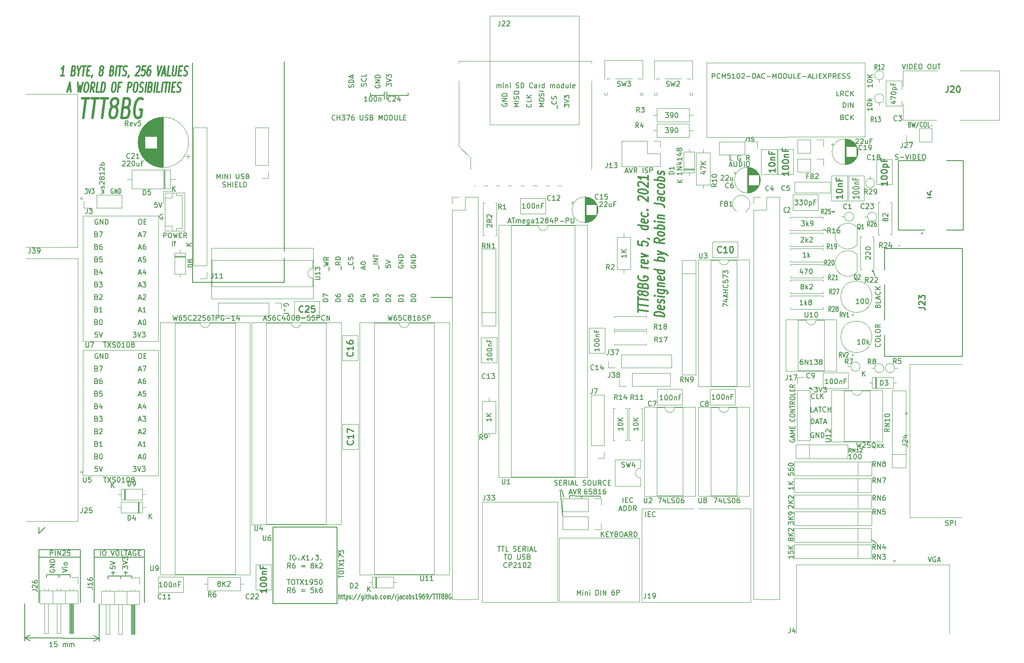
<source format=gto>
G04 #@! TF.GenerationSoftware,KiCad,Pcbnew,(5.1.7)-1*
G04 #@! TF.CreationDate,2021-12-19T02:36:46+01:00*
G04 #@! TF.ProjectId,CR-VERSION,43522d56-4552-4534-994f-4e2e6b696361,rev?*
G04 #@! TF.SameCoordinates,Original*
G04 #@! TF.FileFunction,Legend,Top*
G04 #@! TF.FilePolarity,Positive*
%FSLAX46Y46*%
G04 Gerber Fmt 4.6, Leading zero omitted, Abs format (unit mm)*
G04 Created by KiCad (PCBNEW (5.1.7)-1) date 2021-12-19 02:36:46*
%MOMM*%
%LPD*%
G01*
G04 APERTURE LIST*
%ADD10C,0.150000*%
%ADD11C,0.300000*%
%ADD12C,0.500000*%
%ADD13C,0.160000*%
%ADD14C,0.200000*%
%ADD15C,0.120000*%
%ADD16C,0.100000*%
%ADD17C,0.249999*%
%ADD18C,0.254000*%
%ADD19C,0.154000*%
%ADD20C,0.153000*%
%ADD21C,3.537000*%
%ADD22C,1.548000*%
%ADD23O,1.702000X1.702000*%
%ADD24O,1.802000X1.802000*%
%ADD25C,1.319000*%
%ADD26C,1.702000*%
%ADD27O,1.502000X1.502000*%
%ADD28C,1.502000*%
%ADD29C,1.552000*%
%ADD30C,2.352000*%
%ADD31C,2.082000*%
%ADD32C,1.626000*%
%ADD33C,4.102000*%
%ADD34C,2.102000*%
%ADD35O,2.502000X1.702000*%
%ADD36O,2.102000X1.802000*%
%ADD37C,3.822000*%
%ADD38C,4.137000*%
%ADD39C,4.332000*%
%ADD40C,1.316000*%
%ADD41O,1.602000X1.152000*%
%ADD42O,2.502000X2.502000*%
%ADD43C,5.102000*%
%ADD44C,5.602000*%
%ADD45C,3.102000*%
%ADD46C,2.202000*%
%ADD47C,1.852000*%
%ADD48C,1.902000*%
%ADD49O,4.102000X2.102000*%
%ADD50O,2.102000X3.602000*%
%ADD51C,1.202000*%
G04 APERTURE END LIST*
D10*
X88437571Y-64991000D02*
X88366142Y-64943380D01*
X88259000Y-64943380D01*
X88151857Y-64991000D01*
X88080428Y-65086238D01*
X88044714Y-65181476D01*
X88009000Y-65371952D01*
X88009000Y-65514809D01*
X88044714Y-65705285D01*
X88080428Y-65800523D01*
X88151857Y-65895761D01*
X88259000Y-65943380D01*
X88330428Y-65943380D01*
X88437571Y-65895761D01*
X88473285Y-65848142D01*
X88473285Y-65514809D01*
X88330428Y-65514809D01*
X88794714Y-65943380D02*
X88794714Y-64943380D01*
X89223285Y-65943380D01*
X89223285Y-64943380D01*
X89580428Y-65943380D02*
X89580428Y-64943380D01*
X89759000Y-64943380D01*
X89866142Y-64991000D01*
X89937571Y-65086238D01*
X89973285Y-65181476D01*
X90009000Y-65371952D01*
X90009000Y-65514809D01*
X89973285Y-65705285D01*
X89937571Y-65800523D01*
X89866142Y-65895761D01*
X89759000Y-65943380D01*
X89580428Y-65943380D01*
X82746428Y-64943380D02*
X83210714Y-64943380D01*
X82960714Y-65324333D01*
X83067857Y-65324333D01*
X83139285Y-65371952D01*
X83175000Y-65419571D01*
X83210714Y-65514809D01*
X83210714Y-65752904D01*
X83175000Y-65848142D01*
X83139285Y-65895761D01*
X83067857Y-65943380D01*
X82853571Y-65943380D01*
X82782142Y-65895761D01*
X82746428Y-65848142D01*
X83425000Y-64943380D02*
X83675000Y-65943380D01*
X83925000Y-64943380D01*
X84103571Y-64943380D02*
X84567857Y-64943380D01*
X84317857Y-65324333D01*
X84425000Y-65324333D01*
X84496428Y-65371952D01*
X84532142Y-65419571D01*
X84567857Y-65514809D01*
X84567857Y-65752904D01*
X84532142Y-65848142D01*
X84496428Y-65895761D01*
X84425000Y-65943380D01*
X84210714Y-65943380D01*
X84139285Y-65895761D01*
X84103571Y-65848142D01*
X86000714Y-65966857D02*
X86667380Y-65776380D01*
X86191190Y-65585904D01*
X86667380Y-65395428D01*
X86000714Y-65204952D01*
X86619761Y-64871619D02*
X86667380Y-64776380D01*
X86667380Y-64585904D01*
X86619761Y-64490666D01*
X86524523Y-64443047D01*
X86476904Y-64443047D01*
X86381666Y-64490666D01*
X86334047Y-64585904D01*
X86334047Y-64728761D01*
X86286428Y-64824000D01*
X86191190Y-64871619D01*
X86143571Y-64871619D01*
X86048333Y-64824000D01*
X86000714Y-64728761D01*
X86000714Y-64585904D01*
X86048333Y-64490666D01*
X85762619Y-64062095D02*
X85715000Y-64014476D01*
X85667380Y-63919238D01*
X85667380Y-63681142D01*
X85715000Y-63585904D01*
X85762619Y-63538285D01*
X85857857Y-63490666D01*
X85953095Y-63490666D01*
X86095952Y-63538285D01*
X86667380Y-64109714D01*
X86667380Y-63490666D01*
X86095952Y-62919238D02*
X86048333Y-63014476D01*
X86000714Y-63062095D01*
X85905476Y-63109714D01*
X85857857Y-63109714D01*
X85762619Y-63062095D01*
X85715000Y-63014476D01*
X85667380Y-62919238D01*
X85667380Y-62728761D01*
X85715000Y-62633523D01*
X85762619Y-62585904D01*
X85857857Y-62538285D01*
X85905476Y-62538285D01*
X86000714Y-62585904D01*
X86048333Y-62633523D01*
X86095952Y-62728761D01*
X86095952Y-62919238D01*
X86143571Y-63014476D01*
X86191190Y-63062095D01*
X86286428Y-63109714D01*
X86476904Y-63109714D01*
X86572142Y-63062095D01*
X86619761Y-63014476D01*
X86667380Y-62919238D01*
X86667380Y-62728761D01*
X86619761Y-62633523D01*
X86572142Y-62585904D01*
X86476904Y-62538285D01*
X86286428Y-62538285D01*
X86191190Y-62585904D01*
X86143571Y-62633523D01*
X86095952Y-62728761D01*
X86667380Y-61585904D02*
X86667380Y-62157333D01*
X86667380Y-61871619D02*
X85667380Y-61871619D01*
X85810238Y-61966857D01*
X85905476Y-62062095D01*
X85953095Y-62157333D01*
X85762619Y-61204952D02*
X85715000Y-61157333D01*
X85667380Y-61062095D01*
X85667380Y-60824000D01*
X85715000Y-60728761D01*
X85762619Y-60681142D01*
X85857857Y-60633523D01*
X85953095Y-60633523D01*
X86095952Y-60681142D01*
X86667380Y-61252571D01*
X86667380Y-60633523D01*
X86667380Y-60204952D02*
X85667380Y-60204952D01*
X86048333Y-60204952D02*
X86000714Y-60109714D01*
X86000714Y-59919238D01*
X86048333Y-59824000D01*
X86095952Y-59776380D01*
X86191190Y-59728761D01*
X86476904Y-59728761D01*
X86572142Y-59776380D01*
X86619761Y-59824000D01*
X86667380Y-59919238D01*
X86667380Y-60109714D01*
X86619761Y-60204952D01*
X134032714Y-147985380D02*
X134032714Y-146985380D01*
X134349857Y-147985380D02*
X134349857Y-147461571D01*
X134314619Y-147366333D01*
X134244142Y-147318714D01*
X134138428Y-147318714D01*
X134067952Y-147366333D01*
X134032714Y-147413952D01*
X134596523Y-147318714D02*
X134878428Y-147318714D01*
X134702238Y-146985380D02*
X134702238Y-147842523D01*
X134737476Y-147937761D01*
X134807952Y-147985380D01*
X134878428Y-147985380D01*
X135019380Y-147318714D02*
X135301285Y-147318714D01*
X135125095Y-146985380D02*
X135125095Y-147842523D01*
X135160333Y-147937761D01*
X135230809Y-147985380D01*
X135301285Y-147985380D01*
X135547952Y-147318714D02*
X135547952Y-148318714D01*
X135547952Y-147366333D02*
X135618428Y-147318714D01*
X135759380Y-147318714D01*
X135829857Y-147366333D01*
X135865095Y-147413952D01*
X135900333Y-147509190D01*
X135900333Y-147794904D01*
X135865095Y-147890142D01*
X135829857Y-147937761D01*
X135759380Y-147985380D01*
X135618428Y-147985380D01*
X135547952Y-147937761D01*
X136182238Y-147937761D02*
X136252714Y-147985380D01*
X136393666Y-147985380D01*
X136464142Y-147937761D01*
X136499380Y-147842523D01*
X136499380Y-147794904D01*
X136464142Y-147699666D01*
X136393666Y-147652047D01*
X136287952Y-147652047D01*
X136217476Y-147604428D01*
X136182238Y-147509190D01*
X136182238Y-147461571D01*
X136217476Y-147366333D01*
X136287952Y-147318714D01*
X136393666Y-147318714D01*
X136464142Y-147366333D01*
X136816523Y-147890142D02*
X136851761Y-147937761D01*
X136816523Y-147985380D01*
X136781285Y-147937761D01*
X136816523Y-147890142D01*
X136816523Y-147985380D01*
X136816523Y-147366333D02*
X136851761Y-147413952D01*
X136816523Y-147461571D01*
X136781285Y-147413952D01*
X136816523Y-147366333D01*
X136816523Y-147461571D01*
X137697476Y-146937761D02*
X137063190Y-148223476D01*
X138472714Y-146937761D02*
X137838428Y-148223476D01*
X139036523Y-147318714D02*
X139036523Y-148128238D01*
X139001285Y-148223476D01*
X138966047Y-148271095D01*
X138895571Y-148318714D01*
X138789857Y-148318714D01*
X138719380Y-148271095D01*
X139036523Y-147937761D02*
X138966047Y-147985380D01*
X138825095Y-147985380D01*
X138754619Y-147937761D01*
X138719380Y-147890142D01*
X138684142Y-147794904D01*
X138684142Y-147509190D01*
X138719380Y-147413952D01*
X138754619Y-147366333D01*
X138825095Y-147318714D01*
X138966047Y-147318714D01*
X139036523Y-147366333D01*
X139388904Y-147985380D02*
X139388904Y-147318714D01*
X139388904Y-146985380D02*
X139353666Y-147033000D01*
X139388904Y-147080619D01*
X139424142Y-147033000D01*
X139388904Y-146985380D01*
X139388904Y-147080619D01*
X139635571Y-147318714D02*
X139917476Y-147318714D01*
X139741285Y-146985380D02*
X139741285Y-147842523D01*
X139776523Y-147937761D01*
X139847000Y-147985380D01*
X139917476Y-147985380D01*
X140164142Y-147985380D02*
X140164142Y-146985380D01*
X140481285Y-147985380D02*
X140481285Y-147461571D01*
X140446047Y-147366333D01*
X140375571Y-147318714D01*
X140269857Y-147318714D01*
X140199380Y-147366333D01*
X140164142Y-147413952D01*
X141150809Y-147318714D02*
X141150809Y-147985380D01*
X140833666Y-147318714D02*
X140833666Y-147842523D01*
X140868904Y-147937761D01*
X140939380Y-147985380D01*
X141045095Y-147985380D01*
X141115571Y-147937761D01*
X141150809Y-147890142D01*
X141503190Y-147985380D02*
X141503190Y-146985380D01*
X141503190Y-147366333D02*
X141573666Y-147318714D01*
X141714619Y-147318714D01*
X141785095Y-147366333D01*
X141820333Y-147413952D01*
X141855571Y-147509190D01*
X141855571Y-147794904D01*
X141820333Y-147890142D01*
X141785095Y-147937761D01*
X141714619Y-147985380D01*
X141573666Y-147985380D01*
X141503190Y-147937761D01*
X142172714Y-147890142D02*
X142207952Y-147937761D01*
X142172714Y-147985380D01*
X142137476Y-147937761D01*
X142172714Y-147890142D01*
X142172714Y-147985380D01*
X142842238Y-147937761D02*
X142771761Y-147985380D01*
X142630809Y-147985380D01*
X142560333Y-147937761D01*
X142525095Y-147890142D01*
X142489857Y-147794904D01*
X142489857Y-147509190D01*
X142525095Y-147413952D01*
X142560333Y-147366333D01*
X142630809Y-147318714D01*
X142771761Y-147318714D01*
X142842238Y-147366333D01*
X143265095Y-147985380D02*
X143194619Y-147937761D01*
X143159380Y-147890142D01*
X143124142Y-147794904D01*
X143124142Y-147509190D01*
X143159380Y-147413952D01*
X143194619Y-147366333D01*
X143265095Y-147318714D01*
X143370809Y-147318714D01*
X143441285Y-147366333D01*
X143476523Y-147413952D01*
X143511761Y-147509190D01*
X143511761Y-147794904D01*
X143476523Y-147890142D01*
X143441285Y-147937761D01*
X143370809Y-147985380D01*
X143265095Y-147985380D01*
X143828904Y-147985380D02*
X143828904Y-147318714D01*
X143828904Y-147413952D02*
X143864142Y-147366333D01*
X143934619Y-147318714D01*
X144040333Y-147318714D01*
X144110809Y-147366333D01*
X144146047Y-147461571D01*
X144146047Y-147985380D01*
X144146047Y-147461571D02*
X144181285Y-147366333D01*
X144251761Y-147318714D01*
X144357476Y-147318714D01*
X144427952Y-147366333D01*
X144463190Y-147461571D01*
X144463190Y-147985380D01*
X145344142Y-146937761D02*
X144709857Y-148223476D01*
X145590809Y-147985380D02*
X145590809Y-147318714D01*
X145590809Y-147509190D02*
X145626047Y-147413952D01*
X145661285Y-147366333D01*
X145731761Y-147318714D01*
X145802238Y-147318714D01*
X146048904Y-147318714D02*
X146048904Y-148175857D01*
X146013666Y-148271095D01*
X145943190Y-148318714D01*
X145907952Y-148318714D01*
X146048904Y-146985380D02*
X146013666Y-147033000D01*
X146048904Y-147080619D01*
X146084142Y-147033000D01*
X146048904Y-146985380D01*
X146048904Y-147080619D01*
X146718428Y-147985380D02*
X146718428Y-147461571D01*
X146683190Y-147366333D01*
X146612714Y-147318714D01*
X146471761Y-147318714D01*
X146401285Y-147366333D01*
X146718428Y-147937761D02*
X146647952Y-147985380D01*
X146471761Y-147985380D01*
X146401285Y-147937761D01*
X146366047Y-147842523D01*
X146366047Y-147747285D01*
X146401285Y-147652047D01*
X146471761Y-147604428D01*
X146647952Y-147604428D01*
X146718428Y-147556809D01*
X147387952Y-147937761D02*
X147317476Y-147985380D01*
X147176523Y-147985380D01*
X147106047Y-147937761D01*
X147070809Y-147890142D01*
X147035571Y-147794904D01*
X147035571Y-147509190D01*
X147070809Y-147413952D01*
X147106047Y-147366333D01*
X147176523Y-147318714D01*
X147317476Y-147318714D01*
X147387952Y-147366333D01*
X147810809Y-147985380D02*
X147740333Y-147937761D01*
X147705095Y-147890142D01*
X147669857Y-147794904D01*
X147669857Y-147509190D01*
X147705095Y-147413952D01*
X147740333Y-147366333D01*
X147810809Y-147318714D01*
X147916523Y-147318714D01*
X147987000Y-147366333D01*
X148022238Y-147413952D01*
X148057476Y-147509190D01*
X148057476Y-147794904D01*
X148022238Y-147890142D01*
X147987000Y-147937761D01*
X147916523Y-147985380D01*
X147810809Y-147985380D01*
X148374619Y-147985380D02*
X148374619Y-146985380D01*
X148374619Y-147366333D02*
X148445095Y-147318714D01*
X148586047Y-147318714D01*
X148656523Y-147366333D01*
X148691761Y-147413952D01*
X148727000Y-147509190D01*
X148727000Y-147794904D01*
X148691761Y-147890142D01*
X148656523Y-147937761D01*
X148586047Y-147985380D01*
X148445095Y-147985380D01*
X148374619Y-147937761D01*
X149008904Y-147937761D02*
X149079380Y-147985380D01*
X149220333Y-147985380D01*
X149290809Y-147937761D01*
X149326047Y-147842523D01*
X149326047Y-147794904D01*
X149290809Y-147699666D01*
X149220333Y-147652047D01*
X149114619Y-147652047D01*
X149044142Y-147604428D01*
X149008904Y-147509190D01*
X149008904Y-147461571D01*
X149044142Y-147366333D01*
X149114619Y-147318714D01*
X149220333Y-147318714D01*
X149290809Y-147366333D01*
X150030809Y-147985380D02*
X149607952Y-147985380D01*
X149819380Y-147985380D02*
X149819380Y-146985380D01*
X149748904Y-147128238D01*
X149678428Y-147223476D01*
X149607952Y-147271095D01*
X150383190Y-147985380D02*
X150524142Y-147985380D01*
X150594619Y-147937761D01*
X150629857Y-147890142D01*
X150700333Y-147747285D01*
X150735571Y-147556809D01*
X150735571Y-147175857D01*
X150700333Y-147080619D01*
X150665095Y-147033000D01*
X150594619Y-146985380D01*
X150453666Y-146985380D01*
X150383190Y-147033000D01*
X150347952Y-147080619D01*
X150312714Y-147175857D01*
X150312714Y-147413952D01*
X150347952Y-147509190D01*
X150383190Y-147556809D01*
X150453666Y-147604428D01*
X150594619Y-147604428D01*
X150665095Y-147556809D01*
X150700333Y-147509190D01*
X150735571Y-147413952D01*
X151369857Y-146985380D02*
X151228904Y-146985380D01*
X151158428Y-147033000D01*
X151123190Y-147080619D01*
X151052714Y-147223476D01*
X151017476Y-147413952D01*
X151017476Y-147794904D01*
X151052714Y-147890142D01*
X151087952Y-147937761D01*
X151158428Y-147985380D01*
X151299380Y-147985380D01*
X151369857Y-147937761D01*
X151405095Y-147890142D01*
X151440333Y-147794904D01*
X151440333Y-147556809D01*
X151405095Y-147461571D01*
X151369857Y-147413952D01*
X151299380Y-147366333D01*
X151158428Y-147366333D01*
X151087952Y-147413952D01*
X151052714Y-147461571D01*
X151017476Y-147556809D01*
X151792714Y-147985380D02*
X151933666Y-147985380D01*
X152004142Y-147937761D01*
X152039380Y-147890142D01*
X152109857Y-147747285D01*
X152145095Y-147556809D01*
X152145095Y-147175857D01*
X152109857Y-147080619D01*
X152074619Y-147033000D01*
X152004142Y-146985380D01*
X151863190Y-146985380D01*
X151792714Y-147033000D01*
X151757476Y-147080619D01*
X151722238Y-147175857D01*
X151722238Y-147413952D01*
X151757476Y-147509190D01*
X151792714Y-147556809D01*
X151863190Y-147604428D01*
X152004142Y-147604428D01*
X152074619Y-147556809D01*
X152109857Y-147509190D01*
X152145095Y-147413952D01*
X152990809Y-146937761D02*
X152356523Y-148223476D01*
X153131761Y-146985380D02*
X153554619Y-146985380D01*
X153343190Y-147985380D02*
X153343190Y-146985380D01*
X153695571Y-146985380D02*
X154118428Y-146985380D01*
X153907000Y-147985380D02*
X153907000Y-146985380D01*
X154259380Y-146985380D02*
X154682238Y-146985380D01*
X154470809Y-147985380D02*
X154470809Y-146985380D01*
X155034619Y-147413952D02*
X154964142Y-147366333D01*
X154928904Y-147318714D01*
X154893666Y-147223476D01*
X154893666Y-147175857D01*
X154928904Y-147080619D01*
X154964142Y-147033000D01*
X155034619Y-146985380D01*
X155175571Y-146985380D01*
X155246047Y-147033000D01*
X155281285Y-147080619D01*
X155316523Y-147175857D01*
X155316523Y-147223476D01*
X155281285Y-147318714D01*
X155246047Y-147366333D01*
X155175571Y-147413952D01*
X155034619Y-147413952D01*
X154964142Y-147461571D01*
X154928904Y-147509190D01*
X154893666Y-147604428D01*
X154893666Y-147794904D01*
X154928904Y-147890142D01*
X154964142Y-147937761D01*
X155034619Y-147985380D01*
X155175571Y-147985380D01*
X155246047Y-147937761D01*
X155281285Y-147890142D01*
X155316523Y-147794904D01*
X155316523Y-147604428D01*
X155281285Y-147509190D01*
X155246047Y-147461571D01*
X155175571Y-147413952D01*
X155880333Y-147461571D02*
X155986047Y-147509190D01*
X156021285Y-147556809D01*
X156056523Y-147652047D01*
X156056523Y-147794904D01*
X156021285Y-147890142D01*
X155986047Y-147937761D01*
X155915571Y-147985380D01*
X155633666Y-147985380D01*
X155633666Y-146985380D01*
X155880333Y-146985380D01*
X155950809Y-147033000D01*
X155986047Y-147080619D01*
X156021285Y-147175857D01*
X156021285Y-147271095D01*
X155986047Y-147366333D01*
X155950809Y-147413952D01*
X155880333Y-147461571D01*
X155633666Y-147461571D01*
X156761285Y-147033000D02*
X156690809Y-146985380D01*
X156585095Y-146985380D01*
X156479380Y-147033000D01*
X156408904Y-147128238D01*
X156373666Y-147223476D01*
X156338428Y-147413952D01*
X156338428Y-147556809D01*
X156373666Y-147747285D01*
X156408904Y-147842523D01*
X156479380Y-147937761D01*
X156585095Y-147985380D01*
X156655571Y-147985380D01*
X156761285Y-147937761D01*
X156796523Y-147890142D01*
X156796523Y-147556809D01*
X156655571Y-147556809D01*
X81770000Y-139532000D02*
X73388000Y-139532000D01*
X73388000Y-138008000D02*
X73388000Y-148676000D01*
X81770000Y-138008000D02*
X73388000Y-138008000D01*
X81770000Y-148676000D02*
X81770000Y-138008000D01*
X75682000Y-142071904D02*
X75634380Y-142167142D01*
X75634380Y-142310000D01*
X75682000Y-142452857D01*
X75777238Y-142548095D01*
X75872476Y-142595714D01*
X76062952Y-142643333D01*
X76205809Y-142643333D01*
X76396285Y-142595714D01*
X76491523Y-142548095D01*
X76586761Y-142452857D01*
X76634380Y-142310000D01*
X76634380Y-142214761D01*
X76586761Y-142071904D01*
X76539142Y-142024285D01*
X76205809Y-142024285D01*
X76205809Y-142214761D01*
X76634380Y-141595714D02*
X75634380Y-141595714D01*
X76634380Y-141024285D01*
X75634380Y-141024285D01*
X76634380Y-140548095D02*
X75634380Y-140548095D01*
X75634380Y-140310000D01*
X75682000Y-140167142D01*
X75777238Y-140071904D01*
X75872476Y-140024285D01*
X76062952Y-139976666D01*
X76205809Y-139976666D01*
X76396285Y-140024285D01*
X76491523Y-140071904D01*
X76586761Y-140167142D01*
X76634380Y-140310000D01*
X76634380Y-140548095D01*
X78174380Y-142587809D02*
X79174380Y-142254476D01*
X78174380Y-141921142D01*
X79174380Y-141587809D02*
X78507714Y-141587809D01*
X78174380Y-141587809D02*
X78222000Y-141635428D01*
X78269619Y-141587809D01*
X78222000Y-141540190D01*
X78174380Y-141587809D01*
X78269619Y-141587809D01*
X79174380Y-140968761D02*
X79126761Y-141064000D01*
X79079142Y-141111619D01*
X78983904Y-141159238D01*
X78698190Y-141159238D01*
X78602952Y-141111619D01*
X78555333Y-141064000D01*
X78507714Y-140968761D01*
X78507714Y-140825904D01*
X78555333Y-140730666D01*
X78602952Y-140683047D01*
X78698190Y-140635428D01*
X78983904Y-140635428D01*
X79079142Y-140683047D01*
X79126761Y-140730666D01*
X79174380Y-140825904D01*
X79174380Y-140968761D01*
X79738000Y-143088000D02*
X79738000Y-143596000D01*
X77452000Y-143088000D02*
X79738000Y-143088000D01*
X77452000Y-143088000D02*
X77452000Y-143596000D01*
X74912000Y-143088000D02*
X77452000Y-143088000D01*
X74912000Y-143596000D02*
X74912000Y-143088000D01*
X75729809Y-139222380D02*
X75729809Y-138222380D01*
X76110761Y-138222380D01*
X76206000Y-138270000D01*
X76253619Y-138317619D01*
X76301238Y-138412857D01*
X76301238Y-138555714D01*
X76253619Y-138650952D01*
X76206000Y-138698571D01*
X76110761Y-138746190D01*
X75729809Y-138746190D01*
X76729809Y-139222380D02*
X76729809Y-138222380D01*
X77206000Y-139222380D02*
X77206000Y-138222380D01*
X77777428Y-139222380D01*
X77777428Y-138222380D01*
X78206000Y-138317619D02*
X78253619Y-138270000D01*
X78348857Y-138222380D01*
X78586952Y-138222380D01*
X78682190Y-138270000D01*
X78729809Y-138317619D01*
X78777428Y-138412857D01*
X78777428Y-138508095D01*
X78729809Y-138650952D01*
X78158380Y-139222380D01*
X78777428Y-139222380D01*
X79682190Y-138222380D02*
X79206000Y-138222380D01*
X79158380Y-138698571D01*
X79206000Y-138650952D01*
X79301238Y-138603333D01*
X79539333Y-138603333D01*
X79634571Y-138650952D01*
X79682190Y-138698571D01*
X79729809Y-138793809D01*
X79729809Y-139031904D01*
X79682190Y-139127142D01*
X79634571Y-139174761D01*
X79539333Y-139222380D01*
X79301238Y-139222380D01*
X79206000Y-139174761D01*
X79158380Y-139127142D01*
X84564000Y-139532000D02*
X94724000Y-139532000D01*
X94724000Y-138008000D02*
X94724000Y-148676000D01*
X84564000Y-138008000D02*
X94724000Y-138008000D01*
X84564000Y-148676000D02*
X84564000Y-138008000D01*
X85874190Y-139222380D02*
X85874190Y-138222380D01*
X86540857Y-138222380D02*
X86731333Y-138222380D01*
X86826571Y-138270000D01*
X86921809Y-138365238D01*
X86969428Y-138555714D01*
X86969428Y-138889047D01*
X86921809Y-139079523D01*
X86826571Y-139174761D01*
X86731333Y-139222380D01*
X86540857Y-139222380D01*
X86445619Y-139174761D01*
X86350380Y-139079523D01*
X86302761Y-138889047D01*
X86302761Y-138555714D01*
X86350380Y-138365238D01*
X86445619Y-138270000D01*
X86540857Y-138222380D01*
X88017047Y-138222380D02*
X88350380Y-139222380D01*
X88683714Y-138222380D01*
X89207523Y-138222380D02*
X89398000Y-138222380D01*
X89493238Y-138270000D01*
X89588476Y-138365238D01*
X89636095Y-138555714D01*
X89636095Y-138889047D01*
X89588476Y-139079523D01*
X89493238Y-139174761D01*
X89398000Y-139222380D01*
X89207523Y-139222380D01*
X89112285Y-139174761D01*
X89017047Y-139079523D01*
X88969428Y-138889047D01*
X88969428Y-138555714D01*
X89017047Y-138365238D01*
X89112285Y-138270000D01*
X89207523Y-138222380D01*
X90540857Y-139222380D02*
X90064666Y-139222380D01*
X90064666Y-138222380D01*
X90731333Y-138222380D02*
X91302761Y-138222380D01*
X91017047Y-139222380D02*
X91017047Y-138222380D01*
X91588476Y-138936666D02*
X92064666Y-138936666D01*
X91493238Y-139222380D02*
X91826571Y-138222380D01*
X92159904Y-139222380D01*
X93017047Y-138270000D02*
X92921809Y-138222380D01*
X92778952Y-138222380D01*
X92636095Y-138270000D01*
X92540857Y-138365238D01*
X92493238Y-138460476D01*
X92445619Y-138650952D01*
X92445619Y-138793809D01*
X92493238Y-138984285D01*
X92540857Y-139079523D01*
X92636095Y-139174761D01*
X92778952Y-139222380D01*
X92874190Y-139222380D01*
X93017047Y-139174761D01*
X93064666Y-139127142D01*
X93064666Y-138793809D01*
X92874190Y-138793809D01*
X93493238Y-138698571D02*
X93826571Y-138698571D01*
X93969428Y-139222380D02*
X93493238Y-139222380D01*
X93493238Y-138222380D01*
X93969428Y-138222380D01*
X87358000Y-143596000D02*
X87358000Y-143850000D01*
X92184000Y-143342000D02*
X92184000Y-143850000D01*
X89898000Y-143342000D02*
X92184000Y-143342000D01*
X89898000Y-143850000D02*
X89898000Y-143342000D01*
X89898000Y-143342000D02*
X89898000Y-143850000D01*
X87358000Y-143342000D02*
X89898000Y-143342000D01*
X87358000Y-143596000D02*
X87358000Y-143342000D01*
X90985428Y-143071904D02*
X90985428Y-142310000D01*
X91366380Y-142690952D02*
X90604476Y-142690952D01*
X90366380Y-141929047D02*
X90366380Y-141310000D01*
X90747333Y-141643333D01*
X90747333Y-141500476D01*
X90794952Y-141405238D01*
X90842571Y-141357619D01*
X90937809Y-141310000D01*
X91175904Y-141310000D01*
X91271142Y-141357619D01*
X91318761Y-141405238D01*
X91366380Y-141500476D01*
X91366380Y-141786190D01*
X91318761Y-141881428D01*
X91271142Y-141929047D01*
X90366380Y-141024285D02*
X91366380Y-140690952D01*
X90366380Y-140357619D01*
X90366380Y-140119523D02*
X90366380Y-139500476D01*
X90747333Y-139833809D01*
X90747333Y-139690952D01*
X90794952Y-139595714D01*
X90842571Y-139548095D01*
X90937809Y-139500476D01*
X91175904Y-139500476D01*
X91271142Y-139548095D01*
X91318761Y-139595714D01*
X91366380Y-139690952D01*
X91366380Y-139976666D01*
X91318761Y-140071904D01*
X91271142Y-140119523D01*
X235908428Y-50497071D02*
X236051285Y-50544690D01*
X236098904Y-50592309D01*
X236146523Y-50687547D01*
X236146523Y-50830404D01*
X236098904Y-50925642D01*
X236051285Y-50973261D01*
X235956047Y-51020880D01*
X235575095Y-51020880D01*
X235575095Y-50020880D01*
X235908428Y-50020880D01*
X236003666Y-50068500D01*
X236051285Y-50116119D01*
X236098904Y-50211357D01*
X236098904Y-50306595D01*
X236051285Y-50401833D01*
X236003666Y-50449452D01*
X235908428Y-50497071D01*
X235575095Y-50497071D01*
X237146523Y-50925642D02*
X237098904Y-50973261D01*
X236956047Y-51020880D01*
X236860809Y-51020880D01*
X236717952Y-50973261D01*
X236622714Y-50878023D01*
X236575095Y-50782785D01*
X236527476Y-50592309D01*
X236527476Y-50449452D01*
X236575095Y-50258976D01*
X236622714Y-50163738D01*
X236717952Y-50068500D01*
X236860809Y-50020880D01*
X236956047Y-50020880D01*
X237098904Y-50068500D01*
X237146523Y-50116119D01*
X237575095Y-51020880D02*
X237575095Y-50020880D01*
X238146523Y-51020880D02*
X237717952Y-50449452D01*
X238146523Y-50020880D02*
X237575095Y-50592309D01*
X236067190Y-48544380D02*
X236067190Y-47544380D01*
X236305285Y-47544380D01*
X236448142Y-47592000D01*
X236543380Y-47687238D01*
X236591000Y-47782476D01*
X236638619Y-47972952D01*
X236638619Y-48115809D01*
X236591000Y-48306285D01*
X236543380Y-48401523D01*
X236448142Y-48496761D01*
X236305285Y-48544380D01*
X236067190Y-48544380D01*
X237067190Y-48544380D02*
X237067190Y-47544380D01*
X237543380Y-48544380D02*
X237543380Y-47544380D01*
X238114809Y-48544380D01*
X238114809Y-47544380D01*
X235265523Y-46194880D02*
X234789333Y-46194880D01*
X234789333Y-45194880D01*
X236170285Y-46194880D02*
X235836952Y-45718690D01*
X235598857Y-46194880D02*
X235598857Y-45194880D01*
X235979809Y-45194880D01*
X236075047Y-45242500D01*
X236122666Y-45290119D01*
X236170285Y-45385357D01*
X236170285Y-45528214D01*
X236122666Y-45623452D01*
X236075047Y-45671071D01*
X235979809Y-45718690D01*
X235598857Y-45718690D01*
X237170285Y-46099642D02*
X237122666Y-46147261D01*
X236979809Y-46194880D01*
X236884571Y-46194880D01*
X236741714Y-46147261D01*
X236646476Y-46052023D01*
X236598857Y-45956785D01*
X236551238Y-45766309D01*
X236551238Y-45623452D01*
X236598857Y-45432976D01*
X236646476Y-45337738D01*
X236741714Y-45242500D01*
X236884571Y-45194880D01*
X236979809Y-45194880D01*
X237122666Y-45242500D01*
X237170285Y-45290119D01*
X237598857Y-46194880D02*
X237598857Y-45194880D01*
X238170285Y-46194880D02*
X237741714Y-45623452D01*
X238170285Y-45194880D02*
X237598857Y-45766309D01*
X232773000Y-73555500D02*
X232201500Y-73174500D01*
X234233500Y-69745500D02*
X233979500Y-69745500D01*
X234170000Y-69491500D02*
X234233500Y-69745500D01*
X234297000Y-69745500D02*
X234170000Y-69491500D01*
X233789000Y-69555000D02*
X234297000Y-69745500D01*
X241917000Y-81747000D02*
X242044000Y-81556500D01*
X242234500Y-81620000D02*
X241917000Y-81747000D01*
X242044000Y-81556500D02*
X242234500Y-81620000D01*
X242488500Y-82699500D02*
X242044000Y-81556500D01*
X229280500Y-105305500D02*
X229217000Y-105242000D01*
X229407500Y-105496000D02*
X229280500Y-105305500D01*
X229598000Y-105305500D02*
X229407500Y-105496000D01*
X229217000Y-105242000D02*
X229598000Y-105305500D01*
X229979000Y-105686500D02*
X229217000Y-105242000D01*
X249539214Y-51957571D02*
X249646357Y-52005190D01*
X249682071Y-52052809D01*
X249717785Y-52148047D01*
X249717785Y-52290904D01*
X249682071Y-52386142D01*
X249646357Y-52433761D01*
X249574928Y-52481380D01*
X249289214Y-52481380D01*
X249289214Y-51481380D01*
X249539214Y-51481380D01*
X249610642Y-51529000D01*
X249646357Y-51576619D01*
X249682071Y-51671857D01*
X249682071Y-51767095D01*
X249646357Y-51862333D01*
X249610642Y-51909952D01*
X249539214Y-51957571D01*
X249289214Y-51957571D01*
X249967785Y-51481380D02*
X250146357Y-52481380D01*
X250289214Y-51767095D01*
X250432071Y-52481380D01*
X250610642Y-51481380D01*
X251432071Y-51433761D02*
X250789214Y-52719476D01*
X252110642Y-52386142D02*
X252074928Y-52433761D01*
X251967785Y-52481380D01*
X251896357Y-52481380D01*
X251789214Y-52433761D01*
X251717785Y-52338523D01*
X251682071Y-52243285D01*
X251646357Y-52052809D01*
X251646357Y-51909952D01*
X251682071Y-51719476D01*
X251717785Y-51624238D01*
X251789214Y-51529000D01*
X251896357Y-51481380D01*
X251967785Y-51481380D01*
X252074928Y-51529000D01*
X252110642Y-51576619D01*
X252574928Y-51481380D02*
X252717785Y-51481380D01*
X252789214Y-51529000D01*
X252860642Y-51624238D01*
X252896357Y-51814714D01*
X252896357Y-52148047D01*
X252860642Y-52338523D01*
X252789214Y-52433761D01*
X252717785Y-52481380D01*
X252574928Y-52481380D01*
X252503500Y-52433761D01*
X252432071Y-52338523D01*
X252396357Y-52148047D01*
X252396357Y-51814714D01*
X252432071Y-51624238D01*
X252503500Y-51529000D01*
X252574928Y-51481380D01*
X253574928Y-52481380D02*
X253217785Y-52481380D01*
X253217785Y-51481380D01*
X156954000Y-86954000D02*
X152636000Y-86954000D01*
X139832952Y-47274380D02*
X139261523Y-47274380D01*
X139547238Y-47274380D02*
X139547238Y-46274380D01*
X139452000Y-46417238D01*
X139356761Y-46512476D01*
X139261523Y-46560095D01*
X140452000Y-46274380D02*
X140547238Y-46274380D01*
X140642476Y-46322000D01*
X140690095Y-46369619D01*
X140737714Y-46464857D01*
X140785333Y-46655333D01*
X140785333Y-46893428D01*
X140737714Y-47083904D01*
X140690095Y-47179142D01*
X140642476Y-47226761D01*
X140547238Y-47274380D01*
X140452000Y-47274380D01*
X140356761Y-47226761D01*
X140309142Y-47179142D01*
X140261523Y-47083904D01*
X140213904Y-46893428D01*
X140213904Y-46655333D01*
X140261523Y-46464857D01*
X140309142Y-46369619D01*
X140356761Y-46322000D01*
X140452000Y-46274380D01*
X141404380Y-46274380D02*
X141499619Y-46274380D01*
X141594857Y-46322000D01*
X141642476Y-46369619D01*
X141690095Y-46464857D01*
X141737714Y-46655333D01*
X141737714Y-46893428D01*
X141690095Y-47083904D01*
X141642476Y-47179142D01*
X141594857Y-47226761D01*
X141499619Y-47274380D01*
X141404380Y-47274380D01*
X141309142Y-47226761D01*
X141261523Y-47179142D01*
X141213904Y-47083904D01*
X141166285Y-46893428D01*
X141166285Y-46655333D01*
X141213904Y-46464857D01*
X141261523Y-46369619D01*
X141309142Y-46322000D01*
X141404380Y-46274380D01*
X142166285Y-46607714D02*
X142166285Y-47274380D01*
X142166285Y-46702952D02*
X142213904Y-46655333D01*
X142309142Y-46607714D01*
X142452000Y-46607714D01*
X142547238Y-46655333D01*
X142594857Y-46750571D01*
X142594857Y-47274380D01*
X144627142Y-47179142D02*
X144579523Y-47226761D01*
X144436666Y-47274380D01*
X144341428Y-47274380D01*
X144198571Y-47226761D01*
X144103333Y-47131523D01*
X144055714Y-47036285D01*
X144008095Y-46845809D01*
X144008095Y-46702952D01*
X144055714Y-46512476D01*
X144103333Y-46417238D01*
X144198571Y-46322000D01*
X144341428Y-46274380D01*
X144436666Y-46274380D01*
X144579523Y-46322000D01*
X144627142Y-46369619D01*
X145008095Y-46369619D02*
X145055714Y-46322000D01*
X145150952Y-46274380D01*
X145389047Y-46274380D01*
X145484285Y-46322000D01*
X145531904Y-46369619D01*
X145579523Y-46464857D01*
X145579523Y-46560095D01*
X145531904Y-46702952D01*
X144960476Y-47274380D01*
X145579523Y-47274380D01*
X146436666Y-46607714D02*
X146436666Y-47274380D01*
X146198571Y-46226761D02*
X145960476Y-46941047D01*
X146579523Y-46941047D01*
X148064000Y-46060000D02*
X148064000Y-45552000D01*
X143746000Y-46060000D02*
X148064000Y-46060000D01*
X143746000Y-46822000D02*
X143746000Y-45298000D01*
X143746000Y-45298000D02*
X143746000Y-46822000D01*
X143238000Y-46822000D02*
X143238000Y-45298000D01*
X143238000Y-46060000D02*
X143238000Y-46822000D01*
X143238000Y-45552000D02*
X143238000Y-46060000D01*
X143238000Y-46060000D02*
X143238000Y-45552000D01*
X140444000Y-46060000D02*
X143238000Y-46060000D01*
X140444000Y-45552000D02*
X140444000Y-46060000D01*
X143706380Y-44250095D02*
X143706380Y-43631047D01*
X144087333Y-43964380D01*
X144087333Y-43821523D01*
X144134952Y-43726285D01*
X144182571Y-43678666D01*
X144277809Y-43631047D01*
X144515904Y-43631047D01*
X144611142Y-43678666D01*
X144658761Y-43726285D01*
X144706380Y-43821523D01*
X144706380Y-44107238D01*
X144658761Y-44202476D01*
X144611142Y-44250095D01*
X143706380Y-43345333D02*
X144706380Y-43012000D01*
X143706380Y-42678666D01*
X143706380Y-42440571D02*
X143706380Y-41821523D01*
X144087333Y-42154857D01*
X144087333Y-42012000D01*
X144134952Y-41916761D01*
X144182571Y-41869142D01*
X144277809Y-41821523D01*
X144515904Y-41821523D01*
X144611142Y-41869142D01*
X144658761Y-41916761D01*
X144706380Y-42012000D01*
X144706380Y-42297714D01*
X144658761Y-42392952D01*
X144611142Y-42440571D01*
X141468000Y-44027904D02*
X141420380Y-44123142D01*
X141420380Y-44266000D01*
X141468000Y-44408857D01*
X141563238Y-44504095D01*
X141658476Y-44551714D01*
X141848952Y-44599333D01*
X141991809Y-44599333D01*
X142182285Y-44551714D01*
X142277523Y-44504095D01*
X142372761Y-44408857D01*
X142420380Y-44266000D01*
X142420380Y-44170761D01*
X142372761Y-44027904D01*
X142325142Y-43980285D01*
X141991809Y-43980285D01*
X141991809Y-44170761D01*
X142420380Y-43551714D02*
X141420380Y-43551714D01*
X142420380Y-42980285D01*
X141420380Y-42980285D01*
X142420380Y-42504095D02*
X141420380Y-42504095D01*
X141420380Y-42266000D01*
X141468000Y-42123142D01*
X141563238Y-42027904D01*
X141658476Y-41980285D01*
X141848952Y-41932666D01*
X141991809Y-41932666D01*
X142182285Y-41980285D01*
X142277523Y-42027904D01*
X142372761Y-42123142D01*
X142420380Y-42266000D01*
X142420380Y-42504095D01*
X139578761Y-44202476D02*
X139626380Y-44059619D01*
X139626380Y-43821523D01*
X139578761Y-43726285D01*
X139531142Y-43678666D01*
X139435904Y-43631047D01*
X139340666Y-43631047D01*
X139245428Y-43678666D01*
X139197809Y-43726285D01*
X139150190Y-43821523D01*
X139102571Y-44012000D01*
X139054952Y-44107238D01*
X139007333Y-44154857D01*
X138912095Y-44202476D01*
X138816857Y-44202476D01*
X138721619Y-44154857D01*
X138674000Y-44107238D01*
X138626380Y-44012000D01*
X138626380Y-43773904D01*
X138674000Y-43631047D01*
X139531142Y-42631047D02*
X139578761Y-42678666D01*
X139626380Y-42821523D01*
X139626380Y-42916761D01*
X139578761Y-43059619D01*
X139483523Y-43154857D01*
X139388285Y-43202476D01*
X139197809Y-43250095D01*
X139054952Y-43250095D01*
X138864476Y-43202476D01*
X138769238Y-43154857D01*
X138674000Y-43059619D01*
X138626380Y-42916761D01*
X138626380Y-42821523D01*
X138674000Y-42678666D01*
X138721619Y-42631047D01*
X139626380Y-41726285D02*
X139626380Y-42202476D01*
X138626380Y-42202476D01*
X137038761Y-44480285D02*
X137086380Y-44337428D01*
X137086380Y-44099333D01*
X137038761Y-44004095D01*
X136991142Y-43956476D01*
X136895904Y-43908857D01*
X136800666Y-43908857D01*
X136705428Y-43956476D01*
X136657809Y-44004095D01*
X136610190Y-44099333D01*
X136562571Y-44289809D01*
X136514952Y-44385047D01*
X136467333Y-44432666D01*
X136372095Y-44480285D01*
X136276857Y-44480285D01*
X136181619Y-44432666D01*
X136134000Y-44385047D01*
X136086380Y-44289809D01*
X136086380Y-44051714D01*
X136134000Y-43908857D01*
X137086380Y-43480285D02*
X136086380Y-43480285D01*
X136086380Y-43242190D01*
X136134000Y-43099333D01*
X136229238Y-43004095D01*
X136324476Y-42956476D01*
X136514952Y-42908857D01*
X136657809Y-42908857D01*
X136848285Y-42956476D01*
X136943523Y-43004095D01*
X137038761Y-43099333D01*
X137086380Y-43242190D01*
X137086380Y-43480285D01*
X136800666Y-42527904D02*
X136800666Y-42051714D01*
X137086380Y-42623142D02*
X136086380Y-42289809D01*
X137086380Y-41956476D01*
D11*
X194594761Y-89981970D02*
X194594761Y-89124827D01*
X196594761Y-89803398D02*
X194594761Y-89553398D01*
X194594761Y-88839113D02*
X194594761Y-87981970D01*
X196594761Y-88660541D02*
X194594761Y-88410541D01*
X194594761Y-87696255D02*
X194594761Y-86839113D01*
X196594761Y-87517684D02*
X194594761Y-87267684D01*
X195451904Y-86231970D02*
X195356666Y-86362922D01*
X195261428Y-86422446D01*
X195070952Y-86470065D01*
X194975714Y-86458160D01*
X194785238Y-86362922D01*
X194690000Y-86279589D01*
X194594761Y-86124827D01*
X194594761Y-85839113D01*
X194690000Y-85708160D01*
X194785238Y-85648636D01*
X194975714Y-85601017D01*
X195070952Y-85612922D01*
X195261428Y-85708160D01*
X195356666Y-85791494D01*
X195451904Y-85946255D01*
X195451904Y-86231970D01*
X195547142Y-86386732D01*
X195642380Y-86470065D01*
X195832857Y-86565303D01*
X196213809Y-86612922D01*
X196404285Y-86565303D01*
X196499523Y-86505779D01*
X196594761Y-86374827D01*
X196594761Y-86089113D01*
X196499523Y-85934351D01*
X196404285Y-85851017D01*
X196213809Y-85755779D01*
X195832857Y-85708160D01*
X195642380Y-85755779D01*
X195547142Y-85815303D01*
X195451904Y-85946255D01*
X195547142Y-84529589D02*
X195642380Y-84327208D01*
X195737619Y-84267684D01*
X195928095Y-84220065D01*
X196213809Y-84255779D01*
X196404285Y-84351017D01*
X196499523Y-84434351D01*
X196594761Y-84589113D01*
X196594761Y-85160541D01*
X194594761Y-84910541D01*
X194594761Y-84410541D01*
X194690000Y-84279589D01*
X194785238Y-84220065D01*
X194975714Y-84172446D01*
X195166190Y-84196255D01*
X195356666Y-84291494D01*
X195451904Y-84374827D01*
X195547142Y-84529589D01*
X195547142Y-85029589D01*
X194690000Y-82636732D02*
X194594761Y-82767684D01*
X194594761Y-82981970D01*
X194690000Y-83208160D01*
X194880476Y-83374827D01*
X195070952Y-83470065D01*
X195451904Y-83589113D01*
X195737619Y-83624827D01*
X196118571Y-83601017D01*
X196309047Y-83553398D01*
X196499523Y-83434351D01*
X196594761Y-83231970D01*
X196594761Y-83089113D01*
X196499523Y-82862922D01*
X196404285Y-82779589D01*
X195737619Y-82696255D01*
X195737619Y-82981970D01*
X196594761Y-81017684D02*
X195261428Y-80851017D01*
X195642380Y-80898636D02*
X195451904Y-80803398D01*
X195356666Y-80720065D01*
X195261428Y-80565303D01*
X195261428Y-80422446D01*
X196499523Y-79505779D02*
X196594761Y-79660541D01*
X196594761Y-79946255D01*
X196499523Y-80077208D01*
X196309047Y-80124827D01*
X195547142Y-80029589D01*
X195356666Y-79934351D01*
X195261428Y-79779589D01*
X195261428Y-79493875D01*
X195356666Y-79362922D01*
X195547142Y-79315303D01*
X195737619Y-79339113D01*
X195928095Y-80077208D01*
X195261428Y-78779589D02*
X196594761Y-78589113D01*
X195261428Y-78065303D01*
X194594761Y-75553398D02*
X194594761Y-76267684D01*
X195547142Y-76458160D01*
X195451904Y-76374827D01*
X195356666Y-76220065D01*
X195356666Y-75862922D01*
X195451904Y-75731970D01*
X195547142Y-75672446D01*
X195737619Y-75624827D01*
X196213809Y-75684351D01*
X196404285Y-75779589D01*
X196499523Y-75862922D01*
X196594761Y-76017684D01*
X196594761Y-76374827D01*
X196499523Y-76505779D01*
X196404285Y-76565303D01*
X196499523Y-75005779D02*
X196594761Y-75017684D01*
X196785238Y-75112922D01*
X196880476Y-75196255D01*
X196594761Y-72589113D02*
X194594761Y-72339113D01*
X196499523Y-72577208D02*
X196594761Y-72731970D01*
X196594761Y-73017684D01*
X196499523Y-73148636D01*
X196404285Y-73208160D01*
X196213809Y-73255779D01*
X195642380Y-73184351D01*
X195451904Y-73089113D01*
X195356666Y-73005779D01*
X195261428Y-72851017D01*
X195261428Y-72565303D01*
X195356666Y-72434351D01*
X196499523Y-71291494D02*
X196594761Y-71446255D01*
X196594761Y-71731970D01*
X196499523Y-71862922D01*
X196309047Y-71910541D01*
X195547142Y-71815303D01*
X195356666Y-71720065D01*
X195261428Y-71565303D01*
X195261428Y-71279589D01*
X195356666Y-71148636D01*
X195547142Y-71101017D01*
X195737619Y-71124827D01*
X195928095Y-71862922D01*
X196499523Y-69934351D02*
X196594761Y-70089113D01*
X196594761Y-70374827D01*
X196499523Y-70505779D01*
X196404285Y-70565303D01*
X196213809Y-70612922D01*
X195642380Y-70541494D01*
X195451904Y-70446255D01*
X195356666Y-70362922D01*
X195261428Y-70208160D01*
X195261428Y-69922446D01*
X195356666Y-69791494D01*
X196404285Y-69279589D02*
X196499523Y-69220065D01*
X196594761Y-69303398D01*
X196499523Y-69362922D01*
X196404285Y-69279589D01*
X196594761Y-69303398D01*
X194785238Y-67291494D02*
X194690000Y-67208160D01*
X194594761Y-67053398D01*
X194594761Y-66696255D01*
X194690000Y-66565303D01*
X194785238Y-66505779D01*
X194975714Y-66458160D01*
X195166190Y-66481970D01*
X195451904Y-66589113D01*
X196594761Y-67589113D01*
X196594761Y-66660541D01*
X194594761Y-65481970D02*
X194594761Y-65339113D01*
X194690000Y-65208160D01*
X194785238Y-65148636D01*
X194975714Y-65101017D01*
X195356666Y-65077208D01*
X195832857Y-65136732D01*
X196213809Y-65255779D01*
X196404285Y-65351017D01*
X196499523Y-65434351D01*
X196594761Y-65589113D01*
X196594761Y-65731970D01*
X196499523Y-65862922D01*
X196404285Y-65922446D01*
X196213809Y-65970065D01*
X195832857Y-65993875D01*
X195356666Y-65934351D01*
X194975714Y-65815303D01*
X194785238Y-65720065D01*
X194690000Y-65636732D01*
X194594761Y-65481970D01*
X194785238Y-64434351D02*
X194690000Y-64351017D01*
X194594761Y-64196255D01*
X194594761Y-63839113D01*
X194690000Y-63708160D01*
X194785238Y-63648636D01*
X194975714Y-63601017D01*
X195166190Y-63624827D01*
X195451904Y-63731970D01*
X196594761Y-64731970D01*
X196594761Y-63803398D01*
X196594761Y-62374827D02*
X196594761Y-63231970D01*
X196594761Y-62803398D02*
X194594761Y-62553398D01*
X194880476Y-62731970D01*
X195070952Y-62898636D01*
X195166190Y-63053398D01*
X199894761Y-90874827D02*
X197894761Y-90624827D01*
X197894761Y-90267684D01*
X197990000Y-90065303D01*
X198180476Y-89946255D01*
X198370952Y-89898636D01*
X198751904Y-89874827D01*
X199037619Y-89910541D01*
X199418571Y-90029589D01*
X199609047Y-90124827D01*
X199799523Y-90291494D01*
X199894761Y-90517684D01*
X199894761Y-90874827D01*
X199799523Y-88791494D02*
X199894761Y-88946255D01*
X199894761Y-89231970D01*
X199799523Y-89362922D01*
X199609047Y-89410541D01*
X198847142Y-89315303D01*
X198656666Y-89220065D01*
X198561428Y-89065303D01*
X198561428Y-88779589D01*
X198656666Y-88648636D01*
X198847142Y-88601017D01*
X199037619Y-88624827D01*
X199228095Y-89362922D01*
X199799523Y-88148636D02*
X199894761Y-88017684D01*
X199894761Y-87731970D01*
X199799523Y-87577208D01*
X199609047Y-87481970D01*
X199513809Y-87470065D01*
X199323333Y-87517684D01*
X199228095Y-87648636D01*
X199228095Y-87862922D01*
X199132857Y-87993875D01*
X198942380Y-88041494D01*
X198847142Y-88029589D01*
X198656666Y-87934351D01*
X198561428Y-87779589D01*
X198561428Y-87565303D01*
X198656666Y-87434351D01*
X199894761Y-86874827D02*
X198561428Y-86708160D01*
X197894761Y-86624827D02*
X197990000Y-86708160D01*
X198085238Y-86648636D01*
X197990000Y-86565303D01*
X197894761Y-86624827D01*
X198085238Y-86648636D01*
X198561428Y-85351017D02*
X200180476Y-85553398D01*
X200370952Y-85648636D01*
X200466190Y-85731970D01*
X200561428Y-85886732D01*
X200561428Y-86101017D01*
X200466190Y-86231970D01*
X199799523Y-85505779D02*
X199894761Y-85660541D01*
X199894761Y-85946255D01*
X199799523Y-86077208D01*
X199704285Y-86136732D01*
X199513809Y-86184351D01*
X198942380Y-86112922D01*
X198751904Y-86017684D01*
X198656666Y-85934351D01*
X198561428Y-85779589D01*
X198561428Y-85493875D01*
X198656666Y-85362922D01*
X198561428Y-84636732D02*
X199894761Y-84803398D01*
X198751904Y-84660541D02*
X198656666Y-84577208D01*
X198561428Y-84422446D01*
X198561428Y-84208160D01*
X198656666Y-84077208D01*
X198847142Y-84029589D01*
X199894761Y-84160541D01*
X199799523Y-82862922D02*
X199894761Y-83017684D01*
X199894761Y-83303398D01*
X199799523Y-83434351D01*
X199609047Y-83481970D01*
X198847142Y-83386732D01*
X198656666Y-83291494D01*
X198561428Y-83136732D01*
X198561428Y-82851017D01*
X198656666Y-82720065D01*
X198847142Y-82672446D01*
X199037619Y-82696255D01*
X199228095Y-83434351D01*
X199894761Y-81517684D02*
X197894761Y-81267684D01*
X199799523Y-81505779D02*
X199894761Y-81660541D01*
X199894761Y-81946255D01*
X199799523Y-82077208D01*
X199704285Y-82136732D01*
X199513809Y-82184351D01*
X198942380Y-82112922D01*
X198751904Y-82017684D01*
X198656666Y-81934351D01*
X198561428Y-81779589D01*
X198561428Y-81493875D01*
X198656666Y-81362922D01*
X199894761Y-79660541D02*
X197894761Y-79410541D01*
X198656666Y-79505779D02*
X198561428Y-79351017D01*
X198561428Y-79065303D01*
X198656666Y-78934351D01*
X198751904Y-78874827D01*
X198942380Y-78827208D01*
X199513809Y-78898636D01*
X199704285Y-78993875D01*
X199799523Y-79077208D01*
X199894761Y-79231970D01*
X199894761Y-79517684D01*
X199799523Y-79648636D01*
X198561428Y-78279589D02*
X199894761Y-78089113D01*
X198561428Y-77565303D02*
X199894761Y-78089113D01*
X200370952Y-78291494D01*
X200466190Y-78374827D01*
X200561428Y-78529589D01*
X199894761Y-75160541D02*
X198942380Y-75541494D01*
X199894761Y-76017684D02*
X197894761Y-75767684D01*
X197894761Y-75196255D01*
X197990000Y-75065303D01*
X198085238Y-75005779D01*
X198275714Y-74958160D01*
X198561428Y-74993875D01*
X198751904Y-75089113D01*
X198847142Y-75172446D01*
X198942380Y-75327208D01*
X198942380Y-75898636D01*
X199894761Y-74303398D02*
X199799523Y-74434351D01*
X199704285Y-74493875D01*
X199513809Y-74541494D01*
X198942380Y-74470065D01*
X198751904Y-74374827D01*
X198656666Y-74291494D01*
X198561428Y-74136732D01*
X198561428Y-73922446D01*
X198656666Y-73791494D01*
X198751904Y-73731970D01*
X198942380Y-73684351D01*
X199513809Y-73755779D01*
X199704285Y-73851017D01*
X199799523Y-73934351D01*
X199894761Y-74089113D01*
X199894761Y-74303398D01*
X199894761Y-73160541D02*
X197894761Y-72910541D01*
X198656666Y-73005779D02*
X198561428Y-72851017D01*
X198561428Y-72565303D01*
X198656666Y-72434351D01*
X198751904Y-72374827D01*
X198942380Y-72327208D01*
X199513809Y-72398636D01*
X199704285Y-72493875D01*
X199799523Y-72577208D01*
X199894761Y-72731970D01*
X199894761Y-73017684D01*
X199799523Y-73148636D01*
X199894761Y-71803398D02*
X198561428Y-71636732D01*
X197894761Y-71553398D02*
X197990000Y-71636732D01*
X198085238Y-71577208D01*
X197990000Y-71493875D01*
X197894761Y-71553398D01*
X198085238Y-71577208D01*
X198561428Y-70922446D02*
X199894761Y-71089113D01*
X198751904Y-70946255D02*
X198656666Y-70862922D01*
X198561428Y-70708160D01*
X198561428Y-70493875D01*
X198656666Y-70362922D01*
X198847142Y-70315303D01*
X199894761Y-70446255D01*
X197894761Y-67910541D02*
X199323333Y-68089113D01*
X199609047Y-68196255D01*
X199799523Y-68362922D01*
X199894761Y-68589113D01*
X199894761Y-68731970D01*
X199894761Y-66803398D02*
X198847142Y-66672446D01*
X198656666Y-66720065D01*
X198561428Y-66851017D01*
X198561428Y-67136732D01*
X198656666Y-67291494D01*
X199799523Y-66791494D02*
X199894761Y-66946255D01*
X199894761Y-67303398D01*
X199799523Y-67434351D01*
X199609047Y-67481970D01*
X199418571Y-67458160D01*
X199228095Y-67362922D01*
X199132857Y-67208160D01*
X199132857Y-66851017D01*
X199037619Y-66696255D01*
X199799523Y-65434351D02*
X199894761Y-65589113D01*
X199894761Y-65874827D01*
X199799523Y-66005779D01*
X199704285Y-66065303D01*
X199513809Y-66112922D01*
X198942380Y-66041494D01*
X198751904Y-65946255D01*
X198656666Y-65862922D01*
X198561428Y-65708160D01*
X198561428Y-65422446D01*
X198656666Y-65291494D01*
X199894761Y-64589113D02*
X199799523Y-64720065D01*
X199704285Y-64779589D01*
X199513809Y-64827208D01*
X198942380Y-64755779D01*
X198751904Y-64660541D01*
X198656666Y-64577208D01*
X198561428Y-64422446D01*
X198561428Y-64208160D01*
X198656666Y-64077208D01*
X198751904Y-64017684D01*
X198942380Y-63970065D01*
X199513809Y-64041494D01*
X199704285Y-64136732D01*
X199799523Y-64220065D01*
X199894761Y-64374827D01*
X199894761Y-64589113D01*
X199894761Y-63446255D02*
X197894761Y-63196255D01*
X198656666Y-63291494D02*
X198561428Y-63136732D01*
X198561428Y-62851017D01*
X198656666Y-62720065D01*
X198751904Y-62660541D01*
X198942380Y-62612922D01*
X199513809Y-62684351D01*
X199704285Y-62779589D01*
X199799523Y-62862922D01*
X199894761Y-63017684D01*
X199894761Y-63303398D01*
X199799523Y-63434351D01*
X199799523Y-62148636D02*
X199894761Y-62017684D01*
X199894761Y-61731970D01*
X199799523Y-61577208D01*
X199609047Y-61481970D01*
X199513809Y-61470065D01*
X199323333Y-61517684D01*
X199228095Y-61648636D01*
X199228095Y-61862922D01*
X199132857Y-61993875D01*
X198942380Y-62041494D01*
X198847142Y-62029589D01*
X198656666Y-61934351D01*
X198561428Y-61779589D01*
X198561428Y-61565303D01*
X198656666Y-61434351D01*
X78501315Y-42139761D02*
X77815601Y-42139761D01*
X78158458Y-42139761D02*
X78408458Y-40139761D01*
X78258458Y-40425476D01*
X78120363Y-40615952D01*
X77994172Y-40711190D01*
X80460839Y-41092142D02*
X80620363Y-41187380D01*
X80665601Y-41282619D01*
X80698934Y-41473095D01*
X80663220Y-41758809D01*
X80582267Y-41949285D01*
X80513220Y-42044523D01*
X80387029Y-42139761D01*
X79929886Y-42139761D01*
X80179886Y-40139761D01*
X80579886Y-40139761D01*
X80682267Y-40235000D01*
X80727505Y-40330238D01*
X80760839Y-40520714D01*
X80737029Y-40711190D01*
X80656077Y-40901666D01*
X80587029Y-40996904D01*
X80460839Y-41092142D01*
X80060839Y-41092142D01*
X81477505Y-41187380D02*
X81358458Y-42139761D01*
X81208458Y-40139761D02*
X81477505Y-41187380D01*
X82008458Y-40139761D01*
X82237029Y-40139761D02*
X82922744Y-40139761D01*
X82329886Y-42139761D02*
X82579886Y-40139761D01*
X83203696Y-41092142D02*
X83603696Y-41092142D01*
X83644172Y-42139761D02*
X83072744Y-42139761D01*
X83322744Y-40139761D01*
X83894172Y-40139761D01*
X84227505Y-42044523D02*
X84215601Y-42139761D01*
X84134648Y-42330238D01*
X84065601Y-42425476D01*
X85958458Y-40996904D02*
X85856077Y-40901666D01*
X85810839Y-40806428D01*
X85777505Y-40615952D01*
X85789410Y-40520714D01*
X85870363Y-40330238D01*
X85939410Y-40235000D01*
X86065601Y-40139761D01*
X86294172Y-40139761D01*
X86396553Y-40235000D01*
X86441791Y-40330238D01*
X86475125Y-40520714D01*
X86463220Y-40615952D01*
X86382267Y-40806428D01*
X86313220Y-40901666D01*
X86187029Y-40996904D01*
X85958458Y-40996904D01*
X85832267Y-41092142D01*
X85763220Y-41187380D01*
X85682267Y-41377857D01*
X85634648Y-41758809D01*
X85667982Y-41949285D01*
X85713220Y-42044523D01*
X85815601Y-42139761D01*
X86044172Y-42139761D01*
X86170363Y-42044523D01*
X86239410Y-41949285D01*
X86320363Y-41758809D01*
X86367982Y-41377857D01*
X86334648Y-41187380D01*
X86289410Y-41092142D01*
X86187029Y-40996904D01*
X88232267Y-41092142D02*
X88391791Y-41187380D01*
X88437029Y-41282619D01*
X88470363Y-41473095D01*
X88434648Y-41758809D01*
X88353696Y-41949285D01*
X88284648Y-42044523D01*
X88158458Y-42139761D01*
X87701315Y-42139761D01*
X87951315Y-40139761D01*
X88351315Y-40139761D01*
X88453696Y-40235000D01*
X88498934Y-40330238D01*
X88532267Y-40520714D01*
X88508458Y-40711190D01*
X88427505Y-40901666D01*
X88358458Y-40996904D01*
X88232267Y-41092142D01*
X87832267Y-41092142D01*
X88901315Y-42139761D02*
X89151315Y-40139761D01*
X89551315Y-40139761D02*
X90237029Y-40139761D01*
X89644172Y-42139761D02*
X89894172Y-40139761D01*
X90341791Y-42044523D02*
X90501315Y-42139761D01*
X90787029Y-42139761D01*
X90913220Y-42044523D01*
X90982267Y-41949285D01*
X91063220Y-41758809D01*
X91087029Y-41568333D01*
X91053696Y-41377857D01*
X91008458Y-41282619D01*
X90906077Y-41187380D01*
X90689410Y-41092142D01*
X90587029Y-40996904D01*
X90541791Y-40901666D01*
X90508458Y-40711190D01*
X90532267Y-40520714D01*
X90613220Y-40330238D01*
X90682267Y-40235000D01*
X90808458Y-40139761D01*
X91094172Y-40139761D01*
X91253696Y-40235000D01*
X91598934Y-42044523D02*
X91587029Y-42139761D01*
X91506077Y-42330238D01*
X91437029Y-42425476D01*
X93184648Y-40330238D02*
X93253696Y-40235000D01*
X93379886Y-40139761D01*
X93665601Y-40139761D01*
X93767982Y-40235000D01*
X93813220Y-40330238D01*
X93846553Y-40520714D01*
X93822744Y-40711190D01*
X93729886Y-40996904D01*
X92901315Y-42139761D01*
X93644172Y-42139761D01*
X94979886Y-40139761D02*
X94408458Y-40139761D01*
X94232267Y-41092142D01*
X94301315Y-40996904D01*
X94427505Y-40901666D01*
X94713220Y-40901666D01*
X94815601Y-40996904D01*
X94860839Y-41092142D01*
X94894172Y-41282619D01*
X94834648Y-41758809D01*
X94753696Y-41949285D01*
X94684648Y-42044523D01*
X94558458Y-42139761D01*
X94272744Y-42139761D01*
X94170363Y-42044523D01*
X94125125Y-41949285D01*
X96065601Y-40139761D02*
X95837029Y-40139761D01*
X95710839Y-40235000D01*
X95641791Y-40330238D01*
X95491791Y-40615952D01*
X95387029Y-40996904D01*
X95291791Y-41758809D01*
X95325125Y-41949285D01*
X95370363Y-42044523D01*
X95472744Y-42139761D01*
X95701315Y-42139761D01*
X95827505Y-42044523D01*
X95896553Y-41949285D01*
X95977505Y-41758809D01*
X96037029Y-41282619D01*
X96003696Y-41092142D01*
X95958458Y-40996904D01*
X95856077Y-40901666D01*
X95627505Y-40901666D01*
X95501315Y-40996904D01*
X95432267Y-41092142D01*
X95351315Y-41282619D01*
X97437029Y-40139761D02*
X97587029Y-42139761D01*
X98237029Y-40139761D01*
X98401315Y-41568333D02*
X98972744Y-41568333D01*
X98215601Y-42139761D02*
X98865601Y-40139761D01*
X99015601Y-42139761D01*
X99987029Y-42139761D02*
X99415601Y-42139761D01*
X99665601Y-40139761D01*
X100637029Y-40139761D02*
X100434648Y-41758809D01*
X100467982Y-41949285D01*
X100513220Y-42044523D01*
X100615601Y-42139761D01*
X100844172Y-42139761D01*
X100970363Y-42044523D01*
X101039410Y-41949285D01*
X101120363Y-41758809D01*
X101322744Y-40139761D01*
X101775125Y-41092142D02*
X102175125Y-41092142D01*
X102215601Y-42139761D02*
X101644172Y-42139761D01*
X101894172Y-40139761D01*
X102465601Y-40139761D01*
X102684648Y-42044523D02*
X102844172Y-42139761D01*
X103129886Y-42139761D01*
X103256077Y-42044523D01*
X103325125Y-41949285D01*
X103406077Y-41758809D01*
X103429886Y-41568333D01*
X103396553Y-41377857D01*
X103351315Y-41282619D01*
X103248934Y-41187380D01*
X103032267Y-41092142D01*
X102929886Y-40996904D01*
X102884648Y-40901666D01*
X102851315Y-40711190D01*
X102875125Y-40520714D01*
X102956077Y-40330238D01*
X103025125Y-40235000D01*
X103151315Y-40139761D01*
X103437029Y-40139761D01*
X103596553Y-40235000D01*
X79258458Y-44868333D02*
X79829886Y-44868333D01*
X79072744Y-45439761D02*
X79722744Y-43439761D01*
X79872744Y-45439761D01*
X81322744Y-43439761D02*
X81358458Y-45439761D01*
X81765601Y-44011190D01*
X81815601Y-45439761D01*
X82351315Y-43439761D01*
X83037029Y-43439761D02*
X83265601Y-43439761D01*
X83367982Y-43535000D01*
X83458458Y-43725476D01*
X83467982Y-44106428D01*
X83384648Y-44773095D01*
X83279886Y-45154047D01*
X83141791Y-45344523D01*
X83015601Y-45439761D01*
X82787029Y-45439761D01*
X82684648Y-45344523D01*
X82594172Y-45154047D01*
X82584648Y-44773095D01*
X82667982Y-44106428D01*
X82772744Y-43725476D01*
X82910839Y-43535000D01*
X83037029Y-43439761D01*
X84501315Y-45439761D02*
X84220363Y-44487380D01*
X83815601Y-45439761D02*
X84065601Y-43439761D01*
X84522744Y-43439761D01*
X84625125Y-43535000D01*
X84670363Y-43630238D01*
X84703696Y-43820714D01*
X84667982Y-44106428D01*
X84587029Y-44296904D01*
X84517982Y-44392142D01*
X84391791Y-44487380D01*
X83934648Y-44487380D01*
X85587029Y-45439761D02*
X85015601Y-45439761D01*
X85265601Y-43439761D01*
X85987029Y-45439761D02*
X86237029Y-43439761D01*
X86522744Y-43439761D01*
X86682267Y-43535000D01*
X86772744Y-43725476D01*
X86806077Y-43915952D01*
X86815601Y-44296904D01*
X86779886Y-44582619D01*
X86675125Y-44963571D01*
X86594172Y-45154047D01*
X86456077Y-45344523D01*
X86272744Y-45439761D01*
X85987029Y-45439761D01*
X88579886Y-43439761D02*
X88808458Y-43439761D01*
X88910839Y-43535000D01*
X89001315Y-43725476D01*
X89010839Y-44106428D01*
X88927505Y-44773095D01*
X88822744Y-45154047D01*
X88684648Y-45344523D01*
X88558458Y-45439761D01*
X88329886Y-45439761D01*
X88227505Y-45344523D01*
X88137029Y-45154047D01*
X88127505Y-44773095D01*
X88210839Y-44106428D01*
X88315601Y-43725476D01*
X88453696Y-43535000D01*
X88579886Y-43439761D01*
X89889410Y-44392142D02*
X89489410Y-44392142D01*
X89358458Y-45439761D02*
X89608458Y-43439761D01*
X90179886Y-43439761D01*
X91301315Y-45439761D02*
X91551315Y-43439761D01*
X92008458Y-43439761D01*
X92110839Y-43535000D01*
X92156077Y-43630238D01*
X92189410Y-43820714D01*
X92153696Y-44106428D01*
X92072744Y-44296904D01*
X92003696Y-44392142D01*
X91877505Y-44487380D01*
X91420363Y-44487380D01*
X92979886Y-43439761D02*
X93208458Y-43439761D01*
X93310839Y-43535000D01*
X93401315Y-43725476D01*
X93410839Y-44106428D01*
X93327505Y-44773095D01*
X93222744Y-45154047D01*
X93084648Y-45344523D01*
X92958458Y-45439761D01*
X92729886Y-45439761D01*
X92627505Y-45344523D01*
X92537029Y-45154047D01*
X92527505Y-44773095D01*
X92610839Y-44106428D01*
X92715601Y-43725476D01*
X92853696Y-43535000D01*
X92979886Y-43439761D01*
X93713220Y-45344523D02*
X93872744Y-45439761D01*
X94158458Y-45439761D01*
X94284648Y-45344523D01*
X94353696Y-45249285D01*
X94434648Y-45058809D01*
X94458458Y-44868333D01*
X94425125Y-44677857D01*
X94379886Y-44582619D01*
X94277505Y-44487380D01*
X94060839Y-44392142D01*
X93958458Y-44296904D01*
X93913220Y-44201666D01*
X93879886Y-44011190D01*
X93903696Y-43820714D01*
X93984648Y-43630238D01*
X94053696Y-43535000D01*
X94179886Y-43439761D01*
X94465601Y-43439761D01*
X94625125Y-43535000D01*
X94901315Y-45439761D02*
X95151315Y-43439761D01*
X96003696Y-44392142D02*
X96163220Y-44487380D01*
X96208458Y-44582619D01*
X96241791Y-44773095D01*
X96206077Y-45058809D01*
X96125125Y-45249285D01*
X96056077Y-45344523D01*
X95929886Y-45439761D01*
X95472744Y-45439761D01*
X95722744Y-43439761D01*
X96122744Y-43439761D01*
X96225125Y-43535000D01*
X96270363Y-43630238D01*
X96303696Y-43820714D01*
X96279886Y-44011190D01*
X96198934Y-44201666D01*
X96129886Y-44296904D01*
X96003696Y-44392142D01*
X95603696Y-44392142D01*
X96672744Y-45439761D02*
X96922744Y-43439761D01*
X97815601Y-45439761D02*
X97244172Y-45439761D01*
X97494172Y-43439761D01*
X98215601Y-45439761D02*
X98465601Y-43439761D01*
X98865601Y-43439761D02*
X99551315Y-43439761D01*
X98958458Y-45439761D02*
X99208458Y-43439761D01*
X99701315Y-45439761D02*
X99951315Y-43439761D01*
X100403696Y-44392142D02*
X100803696Y-44392142D01*
X100844172Y-45439761D02*
X100272744Y-45439761D01*
X100522744Y-43439761D01*
X101094172Y-43439761D01*
X101313220Y-45344523D02*
X101472744Y-45439761D01*
X101758458Y-45439761D01*
X101884648Y-45344523D01*
X101953696Y-45249285D01*
X102034648Y-45058809D01*
X102058458Y-44868333D01*
X102025125Y-44677857D01*
X101979886Y-44582619D01*
X101877505Y-44487380D01*
X101660839Y-44392142D01*
X101558458Y-44296904D01*
X101513220Y-44201666D01*
X101479886Y-44011190D01*
X101503696Y-43820714D01*
X101584648Y-43630238D01*
X101653696Y-43535000D01*
X101779886Y-43439761D01*
X102065601Y-43439761D01*
X102225124Y-43535000D01*
D10*
X230264904Y-105138880D02*
X230883952Y-105138880D01*
X230550619Y-105519833D01*
X230693476Y-105519833D01*
X230788714Y-105567452D01*
X230836333Y-105615071D01*
X230883952Y-105710309D01*
X230883952Y-105948404D01*
X230836333Y-106043642D01*
X230788714Y-106091261D01*
X230693476Y-106138880D01*
X230407761Y-106138880D01*
X230312523Y-106091261D01*
X230264904Y-106043642D01*
X231169666Y-105138880D02*
X231503000Y-106138880D01*
X231836333Y-105138880D01*
X232074428Y-105138880D02*
X232693476Y-105138880D01*
X232360142Y-105519833D01*
X232503000Y-105519833D01*
X232598238Y-105567452D01*
X232645857Y-105615071D01*
X232693476Y-105710309D01*
X232693476Y-105948404D01*
X232645857Y-106043642D01*
X232598238Y-106091261D01*
X232503000Y-106138880D01*
X232217285Y-106138880D01*
X232122047Y-106091261D01*
X232074428Y-106043642D01*
X230106095Y-114394000D02*
X230010857Y-114346380D01*
X229868000Y-114346380D01*
X229725142Y-114394000D01*
X229629904Y-114489238D01*
X229582285Y-114584476D01*
X229534666Y-114774952D01*
X229534666Y-114917809D01*
X229582285Y-115108285D01*
X229629904Y-115203523D01*
X229725142Y-115298761D01*
X229868000Y-115346380D01*
X229963238Y-115346380D01*
X230106095Y-115298761D01*
X230153714Y-115251142D01*
X230153714Y-114917809D01*
X229963238Y-114917809D01*
X230582285Y-115346380D02*
X230582285Y-114346380D01*
X231153714Y-115346380D01*
X231153714Y-114346380D01*
X231629904Y-115346380D02*
X231629904Y-114346380D01*
X231868000Y-114346380D01*
X232010857Y-114394000D01*
X232106095Y-114489238D01*
X232153714Y-114584476D01*
X232201333Y-114774952D01*
X232201333Y-114917809D01*
X232153714Y-115108285D01*
X232106095Y-115203523D01*
X232010857Y-115298761D01*
X231868000Y-115346380D01*
X231629904Y-115346380D01*
X229622000Y-112552380D02*
X229622000Y-111552380D01*
X229860095Y-111552380D01*
X230002952Y-111600000D01*
X230098190Y-111695238D01*
X230145809Y-111790476D01*
X230193428Y-111980952D01*
X230193428Y-112123809D01*
X230145809Y-112314285D01*
X230098190Y-112409523D01*
X230002952Y-112504761D01*
X229860095Y-112552380D01*
X229622000Y-112552380D01*
X230574380Y-112266666D02*
X231050571Y-112266666D01*
X230479142Y-112552380D02*
X230812476Y-111552380D01*
X231145809Y-112552380D01*
X231336285Y-111552380D02*
X231907714Y-111552380D01*
X231622000Y-112552380D02*
X231622000Y-111552380D01*
X232193428Y-112266666D02*
X232669619Y-112266666D01*
X232098190Y-112552380D02*
X232431523Y-111552380D01*
X232764857Y-112552380D01*
X230042690Y-110139380D02*
X229566500Y-110139380D01*
X229566500Y-109139380D01*
X230328404Y-109853666D02*
X230804595Y-109853666D01*
X230233166Y-110139380D02*
X230566500Y-109139380D01*
X230899833Y-110139380D01*
X231090309Y-109139380D02*
X231661738Y-109139380D01*
X231376023Y-110139380D02*
X231376023Y-109139380D01*
X232566500Y-110044142D02*
X232518880Y-110091761D01*
X232376023Y-110139380D01*
X232280785Y-110139380D01*
X232137928Y-110091761D01*
X232042690Y-109996523D01*
X231995071Y-109901285D01*
X231947452Y-109710809D01*
X231947452Y-109567952D01*
X231995071Y-109377476D01*
X232042690Y-109282238D01*
X232137928Y-109187000D01*
X232280785Y-109139380D01*
X232376023Y-109139380D01*
X232518880Y-109187000D01*
X232566500Y-109234619D01*
X232995071Y-110139380D02*
X232995071Y-109139380D01*
X232995071Y-109615571D02*
X233566500Y-109615571D01*
X233566500Y-110139380D02*
X233566500Y-109139380D01*
X230272761Y-107377142D02*
X230225142Y-107424761D01*
X230082285Y-107472380D01*
X229987047Y-107472380D01*
X229844190Y-107424761D01*
X229748952Y-107329523D01*
X229701333Y-107234285D01*
X229653714Y-107043809D01*
X229653714Y-106900952D01*
X229701333Y-106710476D01*
X229748952Y-106615238D01*
X229844190Y-106520000D01*
X229987047Y-106472380D01*
X230082285Y-106472380D01*
X230225142Y-106520000D01*
X230272761Y-106567619D01*
X231177523Y-107472380D02*
X230701333Y-107472380D01*
X230701333Y-106472380D01*
X231510857Y-107472380D02*
X231510857Y-106472380D01*
X232082285Y-107472380D02*
X231653714Y-106900952D01*
X232082285Y-106472380D02*
X231510857Y-107043809D01*
X225351500Y-115741857D02*
X225303880Y-115827571D01*
X225303880Y-115956142D01*
X225351500Y-116084714D01*
X225446738Y-116170428D01*
X225541976Y-116213285D01*
X225732452Y-116256142D01*
X225875309Y-116256142D01*
X226065785Y-116213285D01*
X226161023Y-116170428D01*
X226256261Y-116084714D01*
X226303880Y-115956142D01*
X226303880Y-115870428D01*
X226256261Y-115741857D01*
X226208642Y-115699000D01*
X225875309Y-115699000D01*
X225875309Y-115870428D01*
X226018166Y-115356142D02*
X226018166Y-114927571D01*
X226303880Y-115441857D02*
X225303880Y-115141857D01*
X226303880Y-114841857D01*
X226303880Y-114541857D02*
X225303880Y-114541857D01*
X226018166Y-114241857D01*
X225303880Y-113941857D01*
X226303880Y-113941857D01*
X225780071Y-113513285D02*
X225780071Y-113213285D01*
X226303880Y-113084714D02*
X226303880Y-113513285D01*
X225303880Y-113513285D01*
X225303880Y-113084714D01*
X226208642Y-111499000D02*
X226256261Y-111541857D01*
X226303880Y-111670428D01*
X226303880Y-111756142D01*
X226256261Y-111884714D01*
X226161023Y-111970428D01*
X226065785Y-112013285D01*
X225875309Y-112056142D01*
X225732452Y-112056142D01*
X225541976Y-112013285D01*
X225446738Y-111970428D01*
X225351500Y-111884714D01*
X225303880Y-111756142D01*
X225303880Y-111670428D01*
X225351500Y-111541857D01*
X225399119Y-111499000D01*
X225303880Y-110941857D02*
X225303880Y-110770428D01*
X225351500Y-110684714D01*
X225446738Y-110599000D01*
X225637214Y-110556142D01*
X225970547Y-110556142D01*
X226161023Y-110599000D01*
X226256261Y-110684714D01*
X226303880Y-110770428D01*
X226303880Y-110941857D01*
X226256261Y-111027571D01*
X226161023Y-111113285D01*
X225970547Y-111156142D01*
X225637214Y-111156142D01*
X225446738Y-111113285D01*
X225351500Y-111027571D01*
X225303880Y-110941857D01*
X226303880Y-110170428D02*
X225303880Y-110170428D01*
X226303880Y-109656142D01*
X225303880Y-109656142D01*
X225303880Y-109356142D02*
X225303880Y-108841857D01*
X226303880Y-109099000D02*
X225303880Y-109099000D01*
X226303880Y-108027571D02*
X225827690Y-108327571D01*
X226303880Y-108541857D02*
X225303880Y-108541857D01*
X225303880Y-108199000D01*
X225351500Y-108113285D01*
X225399119Y-108070428D01*
X225494357Y-108027571D01*
X225637214Y-108027571D01*
X225732452Y-108070428D01*
X225780071Y-108113285D01*
X225827690Y-108199000D01*
X225827690Y-108541857D01*
X225303880Y-107470428D02*
X225303880Y-107299000D01*
X225351500Y-107213285D01*
X225446738Y-107127571D01*
X225637214Y-107084714D01*
X225970547Y-107084714D01*
X226161023Y-107127571D01*
X226256261Y-107213285D01*
X226303880Y-107299000D01*
X226303880Y-107470428D01*
X226256261Y-107556142D01*
X226161023Y-107641857D01*
X225970547Y-107684714D01*
X225637214Y-107684714D01*
X225446738Y-107641857D01*
X225351500Y-107556142D01*
X225303880Y-107470428D01*
X226303880Y-106270428D02*
X226303880Y-106699000D01*
X225303880Y-106699000D01*
X225780071Y-105970428D02*
X225780071Y-105670428D01*
X226303880Y-105541857D02*
X226303880Y-105970428D01*
X225303880Y-105970428D01*
X225303880Y-105541857D01*
X226303880Y-104641857D02*
X225827690Y-104941857D01*
X226303880Y-105156142D02*
X225303880Y-105156142D01*
X225303880Y-104813285D01*
X225351500Y-104727571D01*
X225399119Y-104684714D01*
X225494357Y-104641857D01*
X225637214Y-104641857D01*
X225732452Y-104684714D01*
X225780071Y-104727571D01*
X225827690Y-104813285D01*
X225827690Y-105156142D01*
X256768190Y-133078761D02*
X256911047Y-133126380D01*
X257149142Y-133126380D01*
X257244380Y-133078761D01*
X257292000Y-133031142D01*
X257339619Y-132935904D01*
X257339619Y-132840666D01*
X257292000Y-132745428D01*
X257244380Y-132697809D01*
X257149142Y-132650190D01*
X256958666Y-132602571D01*
X256863428Y-132554952D01*
X256815809Y-132507333D01*
X256768190Y-132412095D01*
X256768190Y-132316857D01*
X256815809Y-132221619D01*
X256863428Y-132174000D01*
X256958666Y-132126380D01*
X257196761Y-132126380D01*
X257339619Y-132174000D01*
X257768190Y-133126380D02*
X257768190Y-132126380D01*
X258149142Y-132126380D01*
X258244380Y-132174000D01*
X258292000Y-132221619D01*
X258339619Y-132316857D01*
X258339619Y-132459714D01*
X258292000Y-132554952D01*
X258244380Y-132602571D01*
X258149142Y-132650190D01*
X257768190Y-132650190D01*
X258768190Y-133126380D02*
X258768190Y-132126380D01*
X246616380Y-58974261D02*
X246759238Y-59021880D01*
X246997333Y-59021880D01*
X247092571Y-58974261D01*
X247140190Y-58926642D01*
X247187809Y-58831404D01*
X247187809Y-58736166D01*
X247140190Y-58640928D01*
X247092571Y-58593309D01*
X246997333Y-58545690D01*
X246806857Y-58498071D01*
X246711619Y-58450452D01*
X246664000Y-58402833D01*
X246616380Y-58307595D01*
X246616380Y-58212357D01*
X246664000Y-58117119D01*
X246711619Y-58069500D01*
X246806857Y-58021880D01*
X247044952Y-58021880D01*
X247187809Y-58069500D01*
X247616380Y-58640928D02*
X248378285Y-58640928D01*
X248711619Y-58021880D02*
X249044952Y-59021880D01*
X249378285Y-58021880D01*
X249711619Y-59021880D02*
X249711619Y-58021880D01*
X250187809Y-59021880D02*
X250187809Y-58021880D01*
X250425904Y-58021880D01*
X250568761Y-58069500D01*
X250664000Y-58164738D01*
X250711619Y-58259976D01*
X250759238Y-58450452D01*
X250759238Y-58593309D01*
X250711619Y-58783785D01*
X250664000Y-58879023D01*
X250568761Y-58974261D01*
X250425904Y-59021880D01*
X250187809Y-59021880D01*
X251187809Y-58498071D02*
X251521142Y-58498071D01*
X251664000Y-59021880D02*
X251187809Y-59021880D01*
X251187809Y-58021880D01*
X251664000Y-58021880D01*
X252283047Y-58021880D02*
X252473523Y-58021880D01*
X252568761Y-58069500D01*
X252664000Y-58164738D01*
X252711619Y-58355214D01*
X252711619Y-58688547D01*
X252664000Y-58879023D01*
X252568761Y-58974261D01*
X252473523Y-59021880D01*
X252283047Y-59021880D01*
X252187809Y-58974261D01*
X252092571Y-58879023D01*
X252044952Y-58688547D01*
X252044952Y-58355214D01*
X252092571Y-58164738D01*
X252187809Y-58069500D01*
X252283047Y-58021880D01*
X243052071Y-88715904D02*
X243099690Y-88573047D01*
X243147309Y-88525428D01*
X243242547Y-88477809D01*
X243385404Y-88477809D01*
X243480642Y-88525428D01*
X243528261Y-88573047D01*
X243575880Y-88668285D01*
X243575880Y-89049238D01*
X242575880Y-89049238D01*
X242575880Y-88715904D01*
X242623500Y-88620666D01*
X242671119Y-88573047D01*
X242766357Y-88525428D01*
X242861595Y-88525428D01*
X242956833Y-88573047D01*
X243004452Y-88620666D01*
X243052071Y-88715904D01*
X243052071Y-89049238D01*
X243575880Y-87573047D02*
X243575880Y-88049238D01*
X242575880Y-88049238D01*
X243290166Y-87287333D02*
X243290166Y-86811142D01*
X243575880Y-87382571D02*
X242575880Y-87049238D01*
X243575880Y-86715904D01*
X243480642Y-85811142D02*
X243528261Y-85858761D01*
X243575880Y-86001619D01*
X243575880Y-86096857D01*
X243528261Y-86239714D01*
X243433023Y-86334952D01*
X243337785Y-86382571D01*
X243147309Y-86430190D01*
X243004452Y-86430190D01*
X242813976Y-86382571D01*
X242718738Y-86334952D01*
X242623500Y-86239714D01*
X242575880Y-86096857D01*
X242575880Y-86001619D01*
X242623500Y-85858761D01*
X242671119Y-85811142D01*
X243575880Y-85382571D02*
X242575880Y-85382571D01*
X243575880Y-84811142D02*
X243004452Y-85239714D01*
X242575880Y-84811142D02*
X243147309Y-85382571D01*
X243480642Y-96343857D02*
X243528261Y-96391476D01*
X243575880Y-96534333D01*
X243575880Y-96629571D01*
X243528261Y-96772428D01*
X243433023Y-96867666D01*
X243337785Y-96915285D01*
X243147309Y-96962904D01*
X243004452Y-96962904D01*
X242813976Y-96915285D01*
X242718738Y-96867666D01*
X242623500Y-96772428D01*
X242575880Y-96629571D01*
X242575880Y-96534333D01*
X242623500Y-96391476D01*
X242671119Y-96343857D01*
X242575880Y-95724809D02*
X242575880Y-95534333D01*
X242623500Y-95439095D01*
X242718738Y-95343857D01*
X242909214Y-95296238D01*
X243242547Y-95296238D01*
X243433023Y-95343857D01*
X243528261Y-95439095D01*
X243575880Y-95534333D01*
X243575880Y-95724809D01*
X243528261Y-95820047D01*
X243433023Y-95915285D01*
X243242547Y-95962904D01*
X242909214Y-95962904D01*
X242718738Y-95915285D01*
X242623500Y-95820047D01*
X242575880Y-95724809D01*
X243575880Y-94391476D02*
X243575880Y-94867666D01*
X242575880Y-94867666D01*
X242575880Y-93867666D02*
X242575880Y-93677190D01*
X242623500Y-93581952D01*
X242718738Y-93486714D01*
X242909214Y-93439095D01*
X243242547Y-93439095D01*
X243433023Y-93486714D01*
X243528261Y-93581952D01*
X243575880Y-93677190D01*
X243575880Y-93867666D01*
X243528261Y-93962904D01*
X243433023Y-94058142D01*
X243242547Y-94105761D01*
X242909214Y-94105761D01*
X242718738Y-94058142D01*
X242623500Y-93962904D01*
X242575880Y-93867666D01*
X243575880Y-92439095D02*
X243099690Y-92772428D01*
X243575880Y-93010523D02*
X242575880Y-93010523D01*
X242575880Y-92629571D01*
X242623500Y-92534333D01*
X242671119Y-92486714D01*
X242766357Y-92439095D01*
X242909214Y-92439095D01*
X243004452Y-92486714D01*
X243052071Y-92534333D01*
X243099690Y-92629571D01*
X243099690Y-93010523D01*
X225986380Y-139206476D02*
X225986380Y-139777904D01*
X225986380Y-139492190D02*
X224986380Y-139492190D01*
X225129238Y-139587428D01*
X225224476Y-139682666D01*
X225272095Y-139777904D01*
X224986380Y-138301714D02*
X224986380Y-138777904D01*
X225462571Y-138825523D01*
X225414952Y-138777904D01*
X225367333Y-138682666D01*
X225367333Y-138444571D01*
X225414952Y-138349333D01*
X225462571Y-138301714D01*
X225557809Y-138254095D01*
X225795904Y-138254095D01*
X225891142Y-138301714D01*
X225938761Y-138349333D01*
X225986380Y-138444571D01*
X225986380Y-138682666D01*
X225938761Y-138777904D01*
X225891142Y-138825523D01*
X225986380Y-137825523D02*
X224986380Y-137825523D01*
X225986380Y-137254095D02*
X225414952Y-137682666D01*
X224986380Y-137254095D02*
X225557809Y-137825523D01*
X225414952Y-136031428D02*
X225367333Y-136126666D01*
X225319714Y-136174285D01*
X225224476Y-136221904D01*
X225176857Y-136221904D01*
X225081619Y-136174285D01*
X225034000Y-136126666D01*
X224986380Y-136031428D01*
X224986380Y-135840952D01*
X225034000Y-135745714D01*
X225081619Y-135698095D01*
X225176857Y-135650476D01*
X225224476Y-135650476D01*
X225319714Y-135698095D01*
X225367333Y-135745714D01*
X225414952Y-135840952D01*
X225414952Y-136031428D01*
X225462571Y-136126666D01*
X225510190Y-136174285D01*
X225605428Y-136221904D01*
X225795904Y-136221904D01*
X225891142Y-136174285D01*
X225938761Y-136126666D01*
X225986380Y-136031428D01*
X225986380Y-135840952D01*
X225938761Y-135745714D01*
X225891142Y-135698095D01*
X225795904Y-135650476D01*
X225605428Y-135650476D01*
X225510190Y-135698095D01*
X225462571Y-135745714D01*
X225414952Y-135840952D01*
X225986380Y-135221904D02*
X224986380Y-135221904D01*
X225986380Y-134650476D02*
X225414952Y-135079047D01*
X224986380Y-134650476D02*
X225557809Y-135221904D01*
X225081619Y-134269523D02*
X225034000Y-134221904D01*
X224986380Y-134126666D01*
X224986380Y-133888571D01*
X225034000Y-133793333D01*
X225081619Y-133745714D01*
X225176857Y-133698095D01*
X225272095Y-133698095D01*
X225414952Y-133745714D01*
X225986380Y-134317142D01*
X225986380Y-133698095D01*
X224986380Y-132967523D02*
X224986380Y-132348476D01*
X225367333Y-132681809D01*
X225367333Y-132538952D01*
X225414952Y-132443714D01*
X225462571Y-132396095D01*
X225557809Y-132348476D01*
X225795904Y-132348476D01*
X225891142Y-132396095D01*
X225938761Y-132443714D01*
X225986380Y-132538952D01*
X225986380Y-132824666D01*
X225938761Y-132919904D01*
X225891142Y-132967523D01*
X225986380Y-131919904D02*
X224986380Y-131919904D01*
X225986380Y-131348476D02*
X225414952Y-131777047D01*
X224986380Y-131348476D02*
X225557809Y-131919904D01*
X225986380Y-130872285D02*
X225986380Y-130681809D01*
X225938761Y-130586571D01*
X225891142Y-130538952D01*
X225748285Y-130443714D01*
X225557809Y-130396095D01*
X225176857Y-130396095D01*
X225081619Y-130443714D01*
X225034000Y-130491333D01*
X224986380Y-130586571D01*
X224986380Y-130777047D01*
X225034000Y-130872285D01*
X225081619Y-130919904D01*
X225176857Y-130967523D01*
X225414952Y-130967523D01*
X225510190Y-130919904D01*
X225557809Y-130872285D01*
X225605428Y-130777047D01*
X225605428Y-130586571D01*
X225557809Y-130491333D01*
X225510190Y-130443714D01*
X225414952Y-130396095D01*
X225081619Y-129617904D02*
X225034000Y-129570285D01*
X224986380Y-129475047D01*
X224986380Y-129236952D01*
X225034000Y-129141714D01*
X225081619Y-129094095D01*
X225176857Y-129046476D01*
X225272095Y-129046476D01*
X225414952Y-129094095D01*
X225986380Y-129665523D01*
X225986380Y-129046476D01*
X225986380Y-128617904D02*
X224986380Y-128617904D01*
X225986380Y-128046476D02*
X225414952Y-128475047D01*
X224986380Y-128046476D02*
X225557809Y-128617904D01*
X225081619Y-127665523D02*
X225034000Y-127617904D01*
X224986380Y-127522666D01*
X224986380Y-127284571D01*
X225034000Y-127189333D01*
X225081619Y-127141714D01*
X225176857Y-127094095D01*
X225272095Y-127094095D01*
X225414952Y-127141714D01*
X225986380Y-127713142D01*
X225986380Y-127094095D01*
X225986380Y-125268285D02*
X225986380Y-125839714D01*
X225986380Y-125554000D02*
X224986380Y-125554000D01*
X225129238Y-125649238D01*
X225224476Y-125744476D01*
X225272095Y-125839714D01*
X225986380Y-124839714D02*
X224986380Y-124839714D01*
X225986380Y-124268285D02*
X225414952Y-124696857D01*
X224986380Y-124268285D02*
X225557809Y-124839714D01*
X224986380Y-122466285D02*
X224986380Y-122942476D01*
X225462571Y-122990095D01*
X225414952Y-122942476D01*
X225367333Y-122847238D01*
X225367333Y-122609142D01*
X225414952Y-122513904D01*
X225462571Y-122466285D01*
X225557809Y-122418666D01*
X225795904Y-122418666D01*
X225891142Y-122466285D01*
X225938761Y-122513904D01*
X225986380Y-122609142D01*
X225986380Y-122847238D01*
X225938761Y-122942476D01*
X225891142Y-122990095D01*
X224986380Y-121561523D02*
X224986380Y-121752000D01*
X225034000Y-121847238D01*
X225081619Y-121894857D01*
X225224476Y-121990095D01*
X225414952Y-122037714D01*
X225795904Y-122037714D01*
X225891142Y-121990095D01*
X225938761Y-121942476D01*
X225986380Y-121847238D01*
X225986380Y-121656761D01*
X225938761Y-121561523D01*
X225891142Y-121513904D01*
X225795904Y-121466285D01*
X225557809Y-121466285D01*
X225462571Y-121513904D01*
X225414952Y-121561523D01*
X225367333Y-121656761D01*
X225367333Y-121847238D01*
X225414952Y-121942476D01*
X225462571Y-121990095D01*
X225557809Y-122037714D01*
X224986380Y-120847238D02*
X224986380Y-120752000D01*
X225034000Y-120656761D01*
X225081619Y-120609142D01*
X225176857Y-120561523D01*
X225367333Y-120513904D01*
X225605428Y-120513904D01*
X225795904Y-120561523D01*
X225891142Y-120609142D01*
X225938761Y-120656761D01*
X225986380Y-120752000D01*
X225986380Y-120847238D01*
X225938761Y-120942476D01*
X225891142Y-120990095D01*
X225795904Y-121037714D01*
X225605428Y-121085333D01*
X225367333Y-121085333D01*
X225176857Y-121037714D01*
X225081619Y-120990095D01*
X225034000Y-120942476D01*
X224986380Y-120847238D01*
X242806000Y-136738000D02*
X241790000Y-135976000D01*
X238821714Y-116378380D02*
X239059809Y-117378380D01*
X239250285Y-116664095D01*
X239440761Y-117378380D01*
X239678857Y-116378380D01*
X240012190Y-116473619D02*
X240059809Y-116426000D01*
X240155047Y-116378380D01*
X240393142Y-116378380D01*
X240488380Y-116426000D01*
X240536000Y-116473619D01*
X240583619Y-116568857D01*
X240583619Y-116664095D01*
X240536000Y-116806952D01*
X239964571Y-117378380D01*
X240583619Y-117378380D01*
X241488380Y-116378380D02*
X241012190Y-116378380D01*
X240964571Y-116854571D01*
X241012190Y-116806952D01*
X241107428Y-116759333D01*
X241345523Y-116759333D01*
X241440761Y-116806952D01*
X241488380Y-116854571D01*
X241536000Y-116949809D01*
X241536000Y-117187904D01*
X241488380Y-117283142D01*
X241440761Y-117330761D01*
X241345523Y-117378380D01*
X241107428Y-117378380D01*
X241012190Y-117330761D01*
X240964571Y-117283142D01*
X242631238Y-117473619D02*
X242536000Y-117426000D01*
X242440761Y-117330761D01*
X242297904Y-117187904D01*
X242202666Y-117140285D01*
X242107428Y-117140285D01*
X242155047Y-117378380D02*
X242059809Y-117330761D01*
X241964571Y-117235523D01*
X241916952Y-117045047D01*
X241916952Y-116711714D01*
X241964571Y-116521238D01*
X242059809Y-116426000D01*
X242155047Y-116378380D01*
X242345523Y-116378380D01*
X242440761Y-116426000D01*
X242536000Y-116521238D01*
X242583619Y-116711714D01*
X242583619Y-117045047D01*
X242536000Y-117235523D01*
X242440761Y-117330761D01*
X242345523Y-117378380D01*
X242155047Y-117378380D01*
X242916952Y-117378380D02*
X243440761Y-116711714D01*
X242916952Y-116711714D02*
X243440761Y-117378380D01*
X243726476Y-117378380D02*
X244250285Y-116711714D01*
X243726476Y-116711714D02*
X244250285Y-117378380D01*
X211778380Y-88866476D02*
X211778380Y-88199809D01*
X212778380Y-88628380D01*
X212111714Y-87390285D02*
X212778380Y-87390285D01*
X211730761Y-87628380D02*
X212445047Y-87866476D01*
X212445047Y-87247428D01*
X212492666Y-86914095D02*
X212492666Y-86437904D01*
X212778380Y-87009333D02*
X211778380Y-86676000D01*
X212778380Y-86342666D01*
X212778380Y-86009333D02*
X211778380Y-86009333D01*
X212254571Y-86009333D02*
X212254571Y-85437904D01*
X212778380Y-85437904D02*
X211778380Y-85437904D01*
X212683142Y-84390285D02*
X212730761Y-84437904D01*
X212778380Y-84580761D01*
X212778380Y-84676000D01*
X212730761Y-84818857D01*
X212635523Y-84914095D01*
X212540285Y-84961714D01*
X212349809Y-85009333D01*
X212206952Y-85009333D01*
X212016476Y-84961714D01*
X211921238Y-84914095D01*
X211826000Y-84818857D01*
X211778380Y-84676000D01*
X211778380Y-84580761D01*
X211826000Y-84437904D01*
X211873619Y-84390285D01*
X211778380Y-83485523D02*
X211778380Y-83961714D01*
X212254571Y-84009333D01*
X212206952Y-83961714D01*
X212159333Y-83866476D01*
X212159333Y-83628380D01*
X212206952Y-83533142D01*
X212254571Y-83485523D01*
X212349809Y-83437904D01*
X212587904Y-83437904D01*
X212683142Y-83485523D01*
X212730761Y-83533142D01*
X212778380Y-83628380D01*
X212778380Y-83866476D01*
X212730761Y-83961714D01*
X212683142Y-84009333D01*
X211778380Y-83104571D02*
X211778380Y-82437904D01*
X212778380Y-82866476D01*
X211778380Y-82152190D02*
X211778380Y-81533142D01*
X212159333Y-81866476D01*
X212159333Y-81723619D01*
X212206952Y-81628380D01*
X212254571Y-81580761D01*
X212349809Y-81533142D01*
X212587904Y-81533142D01*
X212683142Y-81580761D01*
X212730761Y-81628380D01*
X212778380Y-81723619D01*
X212778380Y-82009333D01*
X212730761Y-82104571D01*
X212683142Y-82152190D01*
X184195714Y-125776380D02*
X184005238Y-125776380D01*
X183910000Y-125824000D01*
X183862380Y-125871619D01*
X183767142Y-126014476D01*
X183719523Y-126204952D01*
X183719523Y-126585904D01*
X183767142Y-126681142D01*
X183814761Y-126728761D01*
X183910000Y-126776380D01*
X184100476Y-126776380D01*
X184195714Y-126728761D01*
X184243333Y-126681142D01*
X184290952Y-126585904D01*
X184290952Y-126347809D01*
X184243333Y-126252571D01*
X184195714Y-126204952D01*
X184100476Y-126157333D01*
X183910000Y-126157333D01*
X183814761Y-126204952D01*
X183767142Y-126252571D01*
X183719523Y-126347809D01*
X185195714Y-125776380D02*
X184719523Y-125776380D01*
X184671904Y-126252571D01*
X184719523Y-126204952D01*
X184814761Y-126157333D01*
X185052857Y-126157333D01*
X185148095Y-126204952D01*
X185195714Y-126252571D01*
X185243333Y-126347809D01*
X185243333Y-126585904D01*
X185195714Y-126681142D01*
X185148095Y-126728761D01*
X185052857Y-126776380D01*
X184814761Y-126776380D01*
X184719523Y-126728761D01*
X184671904Y-126681142D01*
X185814761Y-126204952D02*
X185719523Y-126157333D01*
X185671904Y-126109714D01*
X185624285Y-126014476D01*
X185624285Y-125966857D01*
X185671904Y-125871619D01*
X185719523Y-125824000D01*
X185814761Y-125776380D01*
X186005238Y-125776380D01*
X186100476Y-125824000D01*
X186148095Y-125871619D01*
X186195714Y-125966857D01*
X186195714Y-126014476D01*
X186148095Y-126109714D01*
X186100476Y-126157333D01*
X186005238Y-126204952D01*
X185814761Y-126204952D01*
X185719523Y-126252571D01*
X185671904Y-126300190D01*
X185624285Y-126395428D01*
X185624285Y-126585904D01*
X185671904Y-126681142D01*
X185719523Y-126728761D01*
X185814761Y-126776380D01*
X186005238Y-126776380D01*
X186100476Y-126728761D01*
X186148095Y-126681142D01*
X186195714Y-126585904D01*
X186195714Y-126395428D01*
X186148095Y-126300190D01*
X186100476Y-126252571D01*
X186005238Y-126204952D01*
X187148095Y-126776380D02*
X186576666Y-126776380D01*
X186862380Y-126776380D02*
X186862380Y-125776380D01*
X186767142Y-125919238D01*
X186671904Y-126014476D01*
X186576666Y-126062095D01*
X188005238Y-125776380D02*
X187814761Y-125776380D01*
X187719523Y-125824000D01*
X187671904Y-125871619D01*
X187576666Y-126014476D01*
X187529047Y-126204952D01*
X187529047Y-126585904D01*
X187576666Y-126681142D01*
X187624285Y-126728761D01*
X187719523Y-126776380D01*
X187910000Y-126776380D01*
X188005238Y-126728761D01*
X188052857Y-126681142D01*
X188100476Y-126585904D01*
X188100476Y-126347809D01*
X188052857Y-126252571D01*
X188005238Y-126204952D01*
X187910000Y-126157333D01*
X187719523Y-126157333D01*
X187624285Y-126204952D01*
X187576666Y-126252571D01*
X187529047Y-126347809D01*
X180679333Y-126490666D02*
X181155523Y-126490666D01*
X180584095Y-126776380D02*
X180917428Y-125776380D01*
X181250761Y-126776380D01*
X181441238Y-125776380D02*
X181774571Y-126776380D01*
X182107904Y-125776380D01*
X183012666Y-126776380D02*
X182679333Y-126300190D01*
X182441238Y-126776380D02*
X182441238Y-125776380D01*
X182822190Y-125776380D01*
X182917428Y-125824000D01*
X182965047Y-125871619D01*
X183012666Y-125966857D01*
X183012666Y-126109714D01*
X182965047Y-126204952D01*
X182917428Y-126252571D01*
X182822190Y-126300190D01*
X182441238Y-126300190D01*
X178798000Y-125816000D02*
X179306000Y-131150000D01*
X179052000Y-125816000D02*
X179560000Y-127340000D01*
X177703333Y-124950761D02*
X177846190Y-124998380D01*
X178084285Y-124998380D01*
X178179523Y-124950761D01*
X178227142Y-124903142D01*
X178274761Y-124807904D01*
X178274761Y-124712666D01*
X178227142Y-124617428D01*
X178179523Y-124569809D01*
X178084285Y-124522190D01*
X177893809Y-124474571D01*
X177798571Y-124426952D01*
X177750952Y-124379333D01*
X177703333Y-124284095D01*
X177703333Y-124188857D01*
X177750952Y-124093619D01*
X177798571Y-124046000D01*
X177893809Y-123998380D01*
X178131904Y-123998380D01*
X178274761Y-124046000D01*
X178703333Y-124474571D02*
X179036666Y-124474571D01*
X179179523Y-124998380D02*
X178703333Y-124998380D01*
X178703333Y-123998380D01*
X179179523Y-123998380D01*
X180179523Y-124998380D02*
X179846190Y-124522190D01*
X179608095Y-124998380D02*
X179608095Y-123998380D01*
X179989047Y-123998380D01*
X180084285Y-124046000D01*
X180131904Y-124093619D01*
X180179523Y-124188857D01*
X180179523Y-124331714D01*
X180131904Y-124426952D01*
X180084285Y-124474571D01*
X179989047Y-124522190D01*
X179608095Y-124522190D01*
X180608095Y-124998380D02*
X180608095Y-123998380D01*
X181036666Y-124712666D02*
X181512857Y-124712666D01*
X180941428Y-124998380D02*
X181274761Y-123998380D01*
X181608095Y-124998380D01*
X182417619Y-124998380D02*
X181941428Y-124998380D01*
X181941428Y-123998380D01*
X183465238Y-124950761D02*
X183608095Y-124998380D01*
X183846190Y-124998380D01*
X183941428Y-124950761D01*
X183989047Y-124903142D01*
X184036666Y-124807904D01*
X184036666Y-124712666D01*
X183989047Y-124617428D01*
X183941428Y-124569809D01*
X183846190Y-124522190D01*
X183655714Y-124474571D01*
X183560476Y-124426952D01*
X183512857Y-124379333D01*
X183465238Y-124284095D01*
X183465238Y-124188857D01*
X183512857Y-124093619D01*
X183560476Y-124046000D01*
X183655714Y-123998380D01*
X183893809Y-123998380D01*
X184036666Y-124046000D01*
X184655714Y-123998380D02*
X184846190Y-123998380D01*
X184941428Y-124046000D01*
X185036666Y-124141238D01*
X185084285Y-124331714D01*
X185084285Y-124665047D01*
X185036666Y-124855523D01*
X184941428Y-124950761D01*
X184846190Y-124998380D01*
X184655714Y-124998380D01*
X184560476Y-124950761D01*
X184465238Y-124855523D01*
X184417619Y-124665047D01*
X184417619Y-124331714D01*
X184465238Y-124141238D01*
X184560476Y-124046000D01*
X184655714Y-123998380D01*
X185512857Y-123998380D02*
X185512857Y-124807904D01*
X185560476Y-124903142D01*
X185608095Y-124950761D01*
X185703333Y-124998380D01*
X185893809Y-124998380D01*
X185989047Y-124950761D01*
X186036666Y-124903142D01*
X186084285Y-124807904D01*
X186084285Y-123998380D01*
X187131904Y-124998380D02*
X186798571Y-124522190D01*
X186560476Y-124998380D02*
X186560476Y-123998380D01*
X186941428Y-123998380D01*
X187036666Y-124046000D01*
X187084285Y-124093619D01*
X187131904Y-124188857D01*
X187131904Y-124331714D01*
X187084285Y-124426952D01*
X187036666Y-124474571D01*
X186941428Y-124522190D01*
X186560476Y-124522190D01*
X188131904Y-124903142D02*
X188084285Y-124950761D01*
X187941428Y-124998380D01*
X187846190Y-124998380D01*
X187703333Y-124950761D01*
X187608095Y-124855523D01*
X187560476Y-124760285D01*
X187512857Y-124569809D01*
X187512857Y-124426952D01*
X187560476Y-124236476D01*
X187608095Y-124141238D01*
X187703333Y-124046000D01*
X187846190Y-123998380D01*
X187941428Y-123998380D01*
X188084285Y-124046000D01*
X188131904Y-124093619D01*
X188560476Y-124474571D02*
X188893809Y-124474571D01*
X189036666Y-124998380D02*
X188560476Y-124998380D01*
X188560476Y-123998380D01*
X189036666Y-123998380D01*
X191561619Y-128491380D02*
X191561619Y-127491380D01*
X192037809Y-127967571D02*
X192371142Y-127967571D01*
X192514000Y-128491380D02*
X192037809Y-128491380D01*
X192037809Y-127491380D01*
X192514000Y-127491380D01*
X193514000Y-128396142D02*
X193466380Y-128443761D01*
X193323523Y-128491380D01*
X193228285Y-128491380D01*
X193085428Y-128443761D01*
X192990190Y-128348523D01*
X192942571Y-128253285D01*
X192894952Y-128062809D01*
X192894952Y-127919952D01*
X192942571Y-127729476D01*
X192990190Y-127634238D01*
X193085428Y-127539000D01*
X193228285Y-127491380D01*
X193323523Y-127491380D01*
X193466380Y-127539000D01*
X193514000Y-127586619D01*
X190775904Y-129855666D02*
X191252095Y-129855666D01*
X190680666Y-130141380D02*
X191014000Y-129141380D01*
X191347333Y-130141380D01*
X191680666Y-130141380D02*
X191680666Y-129141380D01*
X191918761Y-129141380D01*
X192061619Y-129189000D01*
X192156857Y-129284238D01*
X192204476Y-129379476D01*
X192252095Y-129569952D01*
X192252095Y-129712809D01*
X192204476Y-129903285D01*
X192156857Y-129998523D01*
X192061619Y-130093761D01*
X191918761Y-130141380D01*
X191680666Y-130141380D01*
X192680666Y-130141380D02*
X192680666Y-129141380D01*
X192918761Y-129141380D01*
X193061619Y-129189000D01*
X193156857Y-129284238D01*
X193204476Y-129379476D01*
X193252095Y-129569952D01*
X193252095Y-129712809D01*
X193204476Y-129903285D01*
X193156857Y-129998523D01*
X193061619Y-130093761D01*
X192918761Y-130141380D01*
X192680666Y-130141380D01*
X194252095Y-130141380D02*
X193918761Y-129665190D01*
X193680666Y-130141380D02*
X193680666Y-129141380D01*
X194061619Y-129141380D01*
X194156857Y-129189000D01*
X194204476Y-129236619D01*
X194252095Y-129331857D01*
X194252095Y-129474714D01*
X194204476Y-129569952D01*
X194156857Y-129617571D01*
X194061619Y-129665190D01*
X193680666Y-129665190D01*
X88445428Y-143103714D02*
X88445428Y-142341809D01*
X88826380Y-142722761D02*
X88064476Y-142722761D01*
X87826380Y-141389428D02*
X87826380Y-141865619D01*
X88302571Y-141913238D01*
X88254952Y-141865619D01*
X88207333Y-141770380D01*
X88207333Y-141532285D01*
X88254952Y-141437047D01*
X88302571Y-141389428D01*
X88397809Y-141341809D01*
X88635904Y-141341809D01*
X88731142Y-141389428D01*
X88778761Y-141437047D01*
X88826380Y-141532285D01*
X88826380Y-141770380D01*
X88778761Y-141865619D01*
X88731142Y-141913238D01*
X87826380Y-141056095D02*
X88826380Y-140722761D01*
X87826380Y-140389428D01*
X73388000Y-133436000D02*
X73388000Y-134706000D01*
X74658000Y-133436000D02*
X73388000Y-134706000D01*
X253228095Y-139492380D02*
X253561428Y-140492380D01*
X253894761Y-139492380D01*
X254751904Y-139540000D02*
X254656666Y-139492380D01*
X254513809Y-139492380D01*
X254370952Y-139540000D01*
X254275714Y-139635238D01*
X254228095Y-139730476D01*
X254180476Y-139920952D01*
X254180476Y-140063809D01*
X254228095Y-140254285D01*
X254275714Y-140349523D01*
X254370952Y-140444761D01*
X254513809Y-140492380D01*
X254609047Y-140492380D01*
X254751904Y-140444761D01*
X254799523Y-140397142D01*
X254799523Y-140063809D01*
X254609047Y-140063809D01*
X255180476Y-140206666D02*
X255656666Y-140206666D01*
X255085238Y-140492380D02*
X255418571Y-139492380D01*
X255751904Y-140492380D01*
X166209619Y-137334380D02*
X166781047Y-137334380D01*
X166495333Y-138334380D02*
X166495333Y-137334380D01*
X166971523Y-137334380D02*
X167542952Y-137334380D01*
X167257238Y-138334380D02*
X167257238Y-137334380D01*
X168352476Y-138334380D02*
X167876285Y-138334380D01*
X167876285Y-137334380D01*
X169400095Y-138286761D02*
X169542952Y-138334380D01*
X169781047Y-138334380D01*
X169876285Y-138286761D01*
X169923904Y-138239142D01*
X169971523Y-138143904D01*
X169971523Y-138048666D01*
X169923904Y-137953428D01*
X169876285Y-137905809D01*
X169781047Y-137858190D01*
X169590571Y-137810571D01*
X169495333Y-137762952D01*
X169447714Y-137715333D01*
X169400095Y-137620095D01*
X169400095Y-137524857D01*
X169447714Y-137429619D01*
X169495333Y-137382000D01*
X169590571Y-137334380D01*
X169828666Y-137334380D01*
X169971523Y-137382000D01*
X170400095Y-137810571D02*
X170733428Y-137810571D01*
X170876285Y-138334380D02*
X170400095Y-138334380D01*
X170400095Y-137334380D01*
X170876285Y-137334380D01*
X171876285Y-138334380D02*
X171542952Y-137858190D01*
X171304857Y-138334380D02*
X171304857Y-137334380D01*
X171685809Y-137334380D01*
X171781047Y-137382000D01*
X171828666Y-137429619D01*
X171876285Y-137524857D01*
X171876285Y-137667714D01*
X171828666Y-137762952D01*
X171781047Y-137810571D01*
X171685809Y-137858190D01*
X171304857Y-137858190D01*
X172304857Y-138334380D02*
X172304857Y-137334380D01*
X172733428Y-138048666D02*
X173209619Y-138048666D01*
X172638190Y-138334380D02*
X172971523Y-137334380D01*
X173304857Y-138334380D01*
X174114380Y-138334380D02*
X173638190Y-138334380D01*
X173638190Y-137334380D01*
X167471523Y-138984380D02*
X168042952Y-138984380D01*
X167757238Y-139984380D02*
X167757238Y-138984380D01*
X168566761Y-138984380D02*
X168757238Y-138984380D01*
X168852476Y-139032000D01*
X168947714Y-139127238D01*
X168995333Y-139317714D01*
X168995333Y-139651047D01*
X168947714Y-139841523D01*
X168852476Y-139936761D01*
X168757238Y-139984380D01*
X168566761Y-139984380D01*
X168471523Y-139936761D01*
X168376285Y-139841523D01*
X168328666Y-139651047D01*
X168328666Y-139317714D01*
X168376285Y-139127238D01*
X168471523Y-139032000D01*
X168566761Y-138984380D01*
X170185809Y-138984380D02*
X170185809Y-139793904D01*
X170233428Y-139889142D01*
X170281047Y-139936761D01*
X170376285Y-139984380D01*
X170566761Y-139984380D01*
X170662000Y-139936761D01*
X170709619Y-139889142D01*
X170757238Y-139793904D01*
X170757238Y-138984380D01*
X171185809Y-139936761D02*
X171328666Y-139984380D01*
X171566761Y-139984380D01*
X171662000Y-139936761D01*
X171709619Y-139889142D01*
X171757238Y-139793904D01*
X171757238Y-139698666D01*
X171709619Y-139603428D01*
X171662000Y-139555809D01*
X171566761Y-139508190D01*
X171376285Y-139460571D01*
X171281047Y-139412952D01*
X171233428Y-139365333D01*
X171185809Y-139270095D01*
X171185809Y-139174857D01*
X171233428Y-139079619D01*
X171281047Y-139032000D01*
X171376285Y-138984380D01*
X171614380Y-138984380D01*
X171757238Y-139032000D01*
X172519142Y-139460571D02*
X172662000Y-139508190D01*
X172709619Y-139555809D01*
X172757238Y-139651047D01*
X172757238Y-139793904D01*
X172709619Y-139889142D01*
X172662000Y-139936761D01*
X172566761Y-139984380D01*
X172185809Y-139984380D01*
X172185809Y-138984380D01*
X172519142Y-138984380D01*
X172614380Y-139032000D01*
X172662000Y-139079619D01*
X172709619Y-139174857D01*
X172709619Y-139270095D01*
X172662000Y-139365333D01*
X172614380Y-139412952D01*
X172519142Y-139460571D01*
X172185809Y-139460571D01*
X168066761Y-141539142D02*
X168019142Y-141586761D01*
X167876285Y-141634380D01*
X167781047Y-141634380D01*
X167638190Y-141586761D01*
X167542952Y-141491523D01*
X167495333Y-141396285D01*
X167447714Y-141205809D01*
X167447714Y-141062952D01*
X167495333Y-140872476D01*
X167542952Y-140777238D01*
X167638190Y-140682000D01*
X167781047Y-140634380D01*
X167876285Y-140634380D01*
X168019142Y-140682000D01*
X168066761Y-140729619D01*
X168495333Y-141634380D02*
X168495333Y-140634380D01*
X168876285Y-140634380D01*
X168971523Y-140682000D01*
X169019142Y-140729619D01*
X169066761Y-140824857D01*
X169066761Y-140967714D01*
X169019142Y-141062952D01*
X168971523Y-141110571D01*
X168876285Y-141158190D01*
X168495333Y-141158190D01*
X169447714Y-140729619D02*
X169495333Y-140682000D01*
X169590571Y-140634380D01*
X169828666Y-140634380D01*
X169923904Y-140682000D01*
X169971523Y-140729619D01*
X170019142Y-140824857D01*
X170019142Y-140920095D01*
X169971523Y-141062952D01*
X169400095Y-141634380D01*
X170019142Y-141634380D01*
X170971523Y-141634380D02*
X170400095Y-141634380D01*
X170685809Y-141634380D02*
X170685809Y-140634380D01*
X170590571Y-140777238D01*
X170495333Y-140872476D01*
X170400095Y-140920095D01*
X171590571Y-140634380D02*
X171685809Y-140634380D01*
X171781047Y-140682000D01*
X171828666Y-140729619D01*
X171876285Y-140824857D01*
X171923904Y-141015333D01*
X171923904Y-141253428D01*
X171876285Y-141443904D01*
X171828666Y-141539142D01*
X171781047Y-141586761D01*
X171685809Y-141634380D01*
X171590571Y-141634380D01*
X171495333Y-141586761D01*
X171447714Y-141539142D01*
X171400095Y-141443904D01*
X171352476Y-141253428D01*
X171352476Y-141015333D01*
X171400095Y-140824857D01*
X171447714Y-140729619D01*
X171495333Y-140682000D01*
X171590571Y-140634380D01*
X172304857Y-140729619D02*
X172352476Y-140682000D01*
X172447714Y-140634380D01*
X172685809Y-140634380D01*
X172781047Y-140682000D01*
X172828666Y-140729619D01*
X172876285Y-140824857D01*
X172876285Y-140920095D01*
X172828666Y-141062952D01*
X172257238Y-141634380D01*
X172876285Y-141634380D01*
X187140761Y-135412380D02*
X187140761Y-134412380D01*
X187712190Y-135412380D02*
X187283619Y-134840952D01*
X187712190Y-134412380D02*
X187140761Y-134983809D01*
X188140761Y-134888571D02*
X188474095Y-134888571D01*
X188616952Y-135412380D02*
X188140761Y-135412380D01*
X188140761Y-134412380D01*
X188616952Y-134412380D01*
X189236000Y-134936190D02*
X189236000Y-135412380D01*
X188902666Y-134412380D02*
X189236000Y-134936190D01*
X189569333Y-134412380D01*
X190236000Y-134888571D02*
X190378857Y-134936190D01*
X190426476Y-134983809D01*
X190474095Y-135079047D01*
X190474095Y-135221904D01*
X190426476Y-135317142D01*
X190378857Y-135364761D01*
X190283619Y-135412380D01*
X189902666Y-135412380D01*
X189902666Y-134412380D01*
X190236000Y-134412380D01*
X190331238Y-134460000D01*
X190378857Y-134507619D01*
X190426476Y-134602857D01*
X190426476Y-134698095D01*
X190378857Y-134793333D01*
X190331238Y-134840952D01*
X190236000Y-134888571D01*
X189902666Y-134888571D01*
X191093142Y-134412380D02*
X191283619Y-134412380D01*
X191378857Y-134460000D01*
X191474095Y-134555238D01*
X191521714Y-134745714D01*
X191521714Y-135079047D01*
X191474095Y-135269523D01*
X191378857Y-135364761D01*
X191283619Y-135412380D01*
X191093142Y-135412380D01*
X190997904Y-135364761D01*
X190902666Y-135269523D01*
X190855047Y-135079047D01*
X190855047Y-134745714D01*
X190902666Y-134555238D01*
X190997904Y-134460000D01*
X191093142Y-134412380D01*
X191902666Y-135126666D02*
X192378857Y-135126666D01*
X191807428Y-135412380D02*
X192140761Y-134412380D01*
X192474095Y-135412380D01*
X193378857Y-135412380D02*
X193045523Y-134936190D01*
X192807428Y-135412380D02*
X192807428Y-134412380D01*
X193188380Y-134412380D01*
X193283619Y-134460000D01*
X193331238Y-134507619D01*
X193378857Y-134602857D01*
X193378857Y-134745714D01*
X193331238Y-134840952D01*
X193283619Y-134888571D01*
X193188380Y-134936190D01*
X192807428Y-134936190D01*
X193807428Y-135412380D02*
X193807428Y-134412380D01*
X194045523Y-134412380D01*
X194188380Y-134460000D01*
X194283619Y-134555238D01*
X194331238Y-134650476D01*
X194378857Y-134840952D01*
X194378857Y-134983809D01*
X194331238Y-135174285D01*
X194283619Y-135269523D01*
X194188380Y-135364761D01*
X194045523Y-135412380D01*
X193807428Y-135412380D01*
X196133619Y-131348380D02*
X196133619Y-130348380D01*
X196609809Y-130824571D02*
X196943142Y-130824571D01*
X197086000Y-131348380D02*
X196609809Y-131348380D01*
X196609809Y-130348380D01*
X197086000Y-130348380D01*
X198086000Y-131253142D02*
X198038380Y-131300761D01*
X197895523Y-131348380D01*
X197800285Y-131348380D01*
X197657428Y-131300761D01*
X197562190Y-131205523D01*
X197514571Y-131110285D01*
X197466952Y-130919809D01*
X197466952Y-130776952D01*
X197514571Y-130586476D01*
X197562190Y-130491238D01*
X197657428Y-130396000D01*
X197800285Y-130348380D01*
X197895523Y-130348380D01*
X198038380Y-130396000D01*
X198086000Y-130443619D01*
X186807142Y-67705619D02*
X186854761Y-67658000D01*
X186950000Y-67610380D01*
X187188095Y-67610380D01*
X187283333Y-67658000D01*
X187330952Y-67705619D01*
X187378571Y-67800857D01*
X187378571Y-67896095D01*
X187330952Y-68038952D01*
X186759523Y-68610380D01*
X187378571Y-68610380D01*
X187759523Y-67705619D02*
X187807142Y-67658000D01*
X187902380Y-67610380D01*
X188140476Y-67610380D01*
X188235714Y-67658000D01*
X188283333Y-67705619D01*
X188330952Y-67800857D01*
X188330952Y-67896095D01*
X188283333Y-68038952D01*
X187711904Y-68610380D01*
X188330952Y-68610380D01*
X189188095Y-67943714D02*
X189188095Y-68610380D01*
X188759523Y-67943714D02*
X188759523Y-68467523D01*
X188807142Y-68562761D01*
X188902380Y-68610380D01*
X189045238Y-68610380D01*
X189140476Y-68562761D01*
X189188095Y-68515142D01*
X189997619Y-68086571D02*
X189664285Y-68086571D01*
X189664285Y-68610380D02*
X189664285Y-67610380D01*
X190140476Y-67610380D01*
X241962980Y-43829476D02*
X241962980Y-44400904D01*
X241962980Y-44115190D02*
X240962980Y-44115190D01*
X241105838Y-44210428D01*
X241201076Y-44305666D01*
X241248695Y-44400904D01*
X240962980Y-43210428D02*
X240962980Y-43115190D01*
X241010600Y-43019952D01*
X241058219Y-42972333D01*
X241153457Y-42924714D01*
X241343933Y-42877095D01*
X241582028Y-42877095D01*
X241772504Y-42924714D01*
X241867742Y-42972333D01*
X241915361Y-43019952D01*
X241962980Y-43115190D01*
X241962980Y-43210428D01*
X241915361Y-43305666D01*
X241867742Y-43353285D01*
X241772504Y-43400904D01*
X241582028Y-43448523D01*
X241343933Y-43448523D01*
X241153457Y-43400904D01*
X241058219Y-43353285D01*
X241010600Y-43305666D01*
X240962980Y-43210428D01*
X241962980Y-42448523D02*
X240962980Y-42448523D01*
X241962980Y-41877095D02*
X241391552Y-42305666D01*
X240962980Y-41877095D02*
X241534409Y-42448523D01*
X248029357Y-39733880D02*
X248362690Y-40733880D01*
X248696023Y-39733880D01*
X249029357Y-40733880D02*
X249029357Y-39733880D01*
X249505547Y-40733880D02*
X249505547Y-39733880D01*
X249743642Y-39733880D01*
X249886500Y-39781500D01*
X249981738Y-39876738D01*
X250029357Y-39971976D01*
X250076976Y-40162452D01*
X250076976Y-40305309D01*
X250029357Y-40495785D01*
X249981738Y-40591023D01*
X249886500Y-40686261D01*
X249743642Y-40733880D01*
X249505547Y-40733880D01*
X250505547Y-40210071D02*
X250838880Y-40210071D01*
X250981738Y-40733880D02*
X250505547Y-40733880D01*
X250505547Y-39733880D01*
X250981738Y-39733880D01*
X251600785Y-39733880D02*
X251791261Y-39733880D01*
X251886500Y-39781500D01*
X251981738Y-39876738D01*
X252029357Y-40067214D01*
X252029357Y-40400547D01*
X251981738Y-40591023D01*
X251886500Y-40686261D01*
X251791261Y-40733880D01*
X251600785Y-40733880D01*
X251505547Y-40686261D01*
X251410309Y-40591023D01*
X251362690Y-40400547D01*
X251362690Y-40067214D01*
X251410309Y-39876738D01*
X251505547Y-39781500D01*
X251600785Y-39733880D01*
X253410309Y-39733880D02*
X253600785Y-39733880D01*
X253696023Y-39781500D01*
X253791261Y-39876738D01*
X253838880Y-40067214D01*
X253838880Y-40400547D01*
X253791261Y-40591023D01*
X253696023Y-40686261D01*
X253600785Y-40733880D01*
X253410309Y-40733880D01*
X253315071Y-40686261D01*
X253219833Y-40591023D01*
X253172214Y-40400547D01*
X253172214Y-40067214D01*
X253219833Y-39876738D01*
X253315071Y-39781500D01*
X253410309Y-39733880D01*
X254267452Y-39733880D02*
X254267452Y-40543404D01*
X254315071Y-40638642D01*
X254362690Y-40686261D01*
X254457928Y-40733880D01*
X254648404Y-40733880D01*
X254743642Y-40686261D01*
X254791261Y-40638642D01*
X254838880Y-40543404D01*
X254838880Y-39733880D01*
X255172214Y-39733880D02*
X255743642Y-39733880D01*
X255457928Y-40733880D02*
X255457928Y-39733880D01*
X238623142Y-54942119D02*
X238670761Y-54894500D01*
X238766000Y-54846880D01*
X239004095Y-54846880D01*
X239099333Y-54894500D01*
X239146952Y-54942119D01*
X239194571Y-55037357D01*
X239194571Y-55132595D01*
X239146952Y-55275452D01*
X238575523Y-55846880D01*
X239194571Y-55846880D01*
X239575523Y-54942119D02*
X239623142Y-54894500D01*
X239718380Y-54846880D01*
X239956476Y-54846880D01*
X240051714Y-54894500D01*
X240099333Y-54942119D01*
X240146952Y-55037357D01*
X240146952Y-55132595D01*
X240099333Y-55275452D01*
X239527904Y-55846880D01*
X240146952Y-55846880D01*
X241004095Y-55180214D02*
X241004095Y-55846880D01*
X240575523Y-55180214D02*
X240575523Y-55704023D01*
X240623142Y-55799261D01*
X240718380Y-55846880D01*
X240861238Y-55846880D01*
X240956476Y-55799261D01*
X241004095Y-55751642D01*
X241813619Y-55323071D02*
X241480285Y-55323071D01*
X241480285Y-55846880D02*
X241480285Y-54846880D01*
X241956476Y-54846880D01*
X213096190Y-60196666D02*
X213572380Y-60196666D01*
X213000952Y-60482380D02*
X213334285Y-59482380D01*
X213667619Y-60482380D01*
X214000952Y-59482380D02*
X214000952Y-60291904D01*
X214048571Y-60387142D01*
X214096190Y-60434761D01*
X214191428Y-60482380D01*
X214381904Y-60482380D01*
X214477142Y-60434761D01*
X214524761Y-60387142D01*
X214572380Y-60291904D01*
X214572380Y-59482380D01*
X215048571Y-60482380D02*
X215048571Y-59482380D01*
X215286666Y-59482380D01*
X215429523Y-59530000D01*
X215524761Y-59625238D01*
X215572380Y-59720476D01*
X215620000Y-59910952D01*
X215620000Y-60053809D01*
X215572380Y-60244285D01*
X215524761Y-60339523D01*
X215429523Y-60434761D01*
X215286666Y-60482380D01*
X215048571Y-60482380D01*
X216048571Y-60482380D02*
X216048571Y-59482380D01*
X216715238Y-59482380D02*
X216905714Y-59482380D01*
X217000952Y-59530000D01*
X217096190Y-59625238D01*
X217143809Y-59815714D01*
X217143809Y-60149047D01*
X217096190Y-60339523D01*
X217000952Y-60434761D01*
X216905714Y-60482380D01*
X216715238Y-60482380D01*
X216620000Y-60434761D01*
X216524761Y-60339523D01*
X216477142Y-60149047D01*
X216477142Y-59815714D01*
X216524761Y-59625238D01*
X216620000Y-59530000D01*
X216715238Y-59482380D01*
X213667619Y-59212380D02*
X213191428Y-59212380D01*
X213191428Y-58212380D01*
X215286666Y-58260000D02*
X215191428Y-58212380D01*
X215048571Y-58212380D01*
X214905714Y-58260000D01*
X214810476Y-58355238D01*
X214762857Y-58450476D01*
X214715238Y-58640952D01*
X214715238Y-58783809D01*
X214762857Y-58974285D01*
X214810476Y-59069523D01*
X214905714Y-59164761D01*
X215048571Y-59212380D01*
X215143809Y-59212380D01*
X215286666Y-59164761D01*
X215334285Y-59117142D01*
X215334285Y-58783809D01*
X215143809Y-58783809D01*
X217096190Y-59212380D02*
X216762857Y-58736190D01*
X216524761Y-59212380D02*
X216524761Y-58212380D01*
X216905714Y-58212380D01*
X217000952Y-58260000D01*
X217048571Y-58307619D01*
X217096190Y-58402857D01*
X217096190Y-58545714D01*
X217048571Y-58640952D01*
X217000952Y-58688571D01*
X216905714Y-58736190D01*
X216524761Y-58736190D01*
X211365714Y-62371619D02*
X211413333Y-62324000D01*
X211508571Y-62276380D01*
X211746666Y-62276380D01*
X211841904Y-62324000D01*
X211889523Y-62371619D01*
X211937142Y-62466857D01*
X211937142Y-62562095D01*
X211889523Y-62704952D01*
X211318095Y-63276380D01*
X211937142Y-63276380D01*
X212318095Y-62371619D02*
X212365714Y-62324000D01*
X212460952Y-62276380D01*
X212699047Y-62276380D01*
X212794285Y-62324000D01*
X212841904Y-62371619D01*
X212889523Y-62466857D01*
X212889523Y-62562095D01*
X212841904Y-62704952D01*
X212270476Y-63276380D01*
X212889523Y-63276380D01*
X213746666Y-62609714D02*
X213746666Y-63276380D01*
X213318095Y-62609714D02*
X213318095Y-63133523D01*
X213365714Y-63228761D01*
X213460952Y-63276380D01*
X213603809Y-63276380D01*
X213699047Y-63228761D01*
X213746666Y-63181142D01*
X192038095Y-61466666D02*
X192514285Y-61466666D01*
X191942857Y-61752380D02*
X192276190Y-60752380D01*
X192609523Y-61752380D01*
X192800000Y-60752380D02*
X193133333Y-61752380D01*
X193466666Y-60752380D01*
X194371428Y-61752380D02*
X194038095Y-61276190D01*
X193800000Y-61752380D02*
X193800000Y-60752380D01*
X194180952Y-60752380D01*
X194276190Y-60800000D01*
X194323809Y-60847619D01*
X194371428Y-60942857D01*
X194371428Y-61085714D01*
X194323809Y-61180952D01*
X194276190Y-61228571D01*
X194180952Y-61276190D01*
X193800000Y-61276190D01*
X195561904Y-61752380D02*
X195561904Y-60752380D01*
X195990476Y-61704761D02*
X196133333Y-61752380D01*
X196371428Y-61752380D01*
X196466666Y-61704761D01*
X196514285Y-61657142D01*
X196561904Y-61561904D01*
X196561904Y-61466666D01*
X196514285Y-61371428D01*
X196466666Y-61323809D01*
X196371428Y-61276190D01*
X196180952Y-61228571D01*
X196085714Y-61180952D01*
X196038095Y-61133333D01*
X195990476Y-61038095D01*
X195990476Y-60942857D01*
X196038095Y-60847619D01*
X196085714Y-60800000D01*
X196180952Y-60752380D01*
X196419047Y-60752380D01*
X196561904Y-60800000D01*
X196990476Y-61752380D02*
X196990476Y-60752380D01*
X197371428Y-60752380D01*
X197466666Y-60800000D01*
X197514285Y-60847619D01*
X197561904Y-60942857D01*
X197561904Y-61085714D01*
X197514285Y-61180952D01*
X197466666Y-61228571D01*
X197371428Y-61276190D01*
X196990476Y-61276190D01*
X200118285Y-52624380D02*
X200737333Y-52624380D01*
X200404000Y-53005333D01*
X200546857Y-53005333D01*
X200642095Y-53052952D01*
X200689714Y-53100571D01*
X200737333Y-53195809D01*
X200737333Y-53433904D01*
X200689714Y-53529142D01*
X200642095Y-53576761D01*
X200546857Y-53624380D01*
X200261142Y-53624380D01*
X200165904Y-53576761D01*
X200118285Y-53529142D01*
X201213523Y-53624380D02*
X201404000Y-53624380D01*
X201499238Y-53576761D01*
X201546857Y-53529142D01*
X201642095Y-53386285D01*
X201689714Y-53195809D01*
X201689714Y-52814857D01*
X201642095Y-52719619D01*
X201594476Y-52672000D01*
X201499238Y-52624380D01*
X201308761Y-52624380D01*
X201213523Y-52672000D01*
X201165904Y-52719619D01*
X201118285Y-52814857D01*
X201118285Y-53052952D01*
X201165904Y-53148190D01*
X201213523Y-53195809D01*
X201308761Y-53243428D01*
X201499238Y-53243428D01*
X201594476Y-53195809D01*
X201642095Y-53148190D01*
X201689714Y-53052952D01*
X202308761Y-52624380D02*
X202404000Y-52624380D01*
X202499238Y-52672000D01*
X202546857Y-52719619D01*
X202594476Y-52814857D01*
X202642095Y-53005333D01*
X202642095Y-53243428D01*
X202594476Y-53433904D01*
X202546857Y-53529142D01*
X202499238Y-53576761D01*
X202404000Y-53624380D01*
X202308761Y-53624380D01*
X202213523Y-53576761D01*
X202165904Y-53529142D01*
X202118285Y-53433904D01*
X202070666Y-53243428D01*
X202070666Y-53005333D01*
X202118285Y-52814857D01*
X202165904Y-52719619D01*
X202213523Y-52672000D01*
X202308761Y-52624380D01*
X200118285Y-49576380D02*
X200737333Y-49576380D01*
X200404000Y-49957333D01*
X200546857Y-49957333D01*
X200642095Y-50004952D01*
X200689714Y-50052571D01*
X200737333Y-50147809D01*
X200737333Y-50385904D01*
X200689714Y-50481142D01*
X200642095Y-50528761D01*
X200546857Y-50576380D01*
X200261142Y-50576380D01*
X200165904Y-50528761D01*
X200118285Y-50481142D01*
X201213523Y-50576380D02*
X201404000Y-50576380D01*
X201499238Y-50528761D01*
X201546857Y-50481142D01*
X201642095Y-50338285D01*
X201689714Y-50147809D01*
X201689714Y-49766857D01*
X201642095Y-49671619D01*
X201594476Y-49624000D01*
X201499238Y-49576380D01*
X201308761Y-49576380D01*
X201213523Y-49624000D01*
X201165904Y-49671619D01*
X201118285Y-49766857D01*
X201118285Y-50004952D01*
X201165904Y-50100190D01*
X201213523Y-50147809D01*
X201308761Y-50195428D01*
X201499238Y-50195428D01*
X201594476Y-50147809D01*
X201642095Y-50100190D01*
X201689714Y-50004952D01*
X202308761Y-49576380D02*
X202404000Y-49576380D01*
X202499238Y-49624000D01*
X202546857Y-49671619D01*
X202594476Y-49766857D01*
X202642095Y-49957333D01*
X202642095Y-50195428D01*
X202594476Y-50385904D01*
X202546857Y-50481142D01*
X202499238Y-50528761D01*
X202404000Y-50576380D01*
X202308761Y-50576380D01*
X202213523Y-50528761D01*
X202165904Y-50481142D01*
X202118285Y-50385904D01*
X202070666Y-50195428D01*
X202070666Y-49957333D01*
X202118285Y-49766857D01*
X202165904Y-49671619D01*
X202213523Y-49624000D01*
X202308761Y-49576380D01*
X109416761Y-62959380D02*
X109416761Y-61959380D01*
X109750095Y-62673666D01*
X110083428Y-61959380D01*
X110083428Y-62959380D01*
X110559619Y-62959380D02*
X110559619Y-61959380D01*
X111035809Y-62959380D02*
X111035809Y-61959380D01*
X111607238Y-62959380D01*
X111607238Y-61959380D01*
X112083428Y-62959380D02*
X112083428Y-61959380D01*
X113321523Y-61959380D02*
X113321523Y-62768904D01*
X113369142Y-62864142D01*
X113416761Y-62911761D01*
X113512000Y-62959380D01*
X113702476Y-62959380D01*
X113797714Y-62911761D01*
X113845333Y-62864142D01*
X113892952Y-62768904D01*
X113892952Y-61959380D01*
X114321523Y-62911761D02*
X114464380Y-62959380D01*
X114702476Y-62959380D01*
X114797714Y-62911761D01*
X114845333Y-62864142D01*
X114892952Y-62768904D01*
X114892952Y-62673666D01*
X114845333Y-62578428D01*
X114797714Y-62530809D01*
X114702476Y-62483190D01*
X114512000Y-62435571D01*
X114416761Y-62387952D01*
X114369142Y-62340333D01*
X114321523Y-62245095D01*
X114321523Y-62149857D01*
X114369142Y-62054619D01*
X114416761Y-62007000D01*
X114512000Y-61959380D01*
X114750095Y-61959380D01*
X114892952Y-62007000D01*
X115654857Y-62435571D02*
X115797714Y-62483190D01*
X115845333Y-62530809D01*
X115892952Y-62626047D01*
X115892952Y-62768904D01*
X115845333Y-62864142D01*
X115797714Y-62911761D01*
X115702476Y-62959380D01*
X115321523Y-62959380D01*
X115321523Y-61959380D01*
X115654857Y-61959380D01*
X115750095Y-62007000D01*
X115797714Y-62054619D01*
X115845333Y-62149857D01*
X115845333Y-62245095D01*
X115797714Y-62340333D01*
X115750095Y-62387952D01*
X115654857Y-62435571D01*
X115321523Y-62435571D01*
X110607238Y-64561761D02*
X110750095Y-64609380D01*
X110988190Y-64609380D01*
X111083428Y-64561761D01*
X111131047Y-64514142D01*
X111178666Y-64418904D01*
X111178666Y-64323666D01*
X111131047Y-64228428D01*
X111083428Y-64180809D01*
X110988190Y-64133190D01*
X110797714Y-64085571D01*
X110702476Y-64037952D01*
X110654857Y-63990333D01*
X110607238Y-63895095D01*
X110607238Y-63799857D01*
X110654857Y-63704619D01*
X110702476Y-63657000D01*
X110797714Y-63609380D01*
X111035809Y-63609380D01*
X111178666Y-63657000D01*
X111607238Y-64609380D02*
X111607238Y-63609380D01*
X111607238Y-64085571D02*
X112178666Y-64085571D01*
X112178666Y-64609380D02*
X112178666Y-63609380D01*
X112654857Y-64609380D02*
X112654857Y-63609380D01*
X113131047Y-64085571D02*
X113464380Y-64085571D01*
X113607238Y-64609380D02*
X113131047Y-64609380D01*
X113131047Y-63609380D01*
X113607238Y-63609380D01*
X114512000Y-64609380D02*
X114035809Y-64609380D01*
X114035809Y-63609380D01*
X114845333Y-64609380D02*
X114845333Y-63609380D01*
X115083428Y-63609380D01*
X115226285Y-63657000D01*
X115321523Y-63752238D01*
X115369142Y-63847476D01*
X115416761Y-64037952D01*
X115416761Y-64180809D01*
X115369142Y-64371285D01*
X115321523Y-64466523D01*
X115226285Y-64561761D01*
X115083428Y-64609380D01*
X114845333Y-64609380D01*
X123902666Y-139113380D02*
X124474095Y-139113380D01*
X124188380Y-140113380D02*
X124188380Y-139113380D01*
X124997904Y-139113380D02*
X125188380Y-139113380D01*
X125283619Y-139161000D01*
X125378857Y-139256238D01*
X125426476Y-139446714D01*
X125426476Y-139780047D01*
X125378857Y-139970523D01*
X125283619Y-140065761D01*
X125188380Y-140113380D01*
X124997904Y-140113380D01*
X124902666Y-140065761D01*
X124807428Y-139970523D01*
X124759809Y-139780047D01*
X124759809Y-139446714D01*
X124807428Y-139256238D01*
X124902666Y-139161000D01*
X124997904Y-139113380D01*
X125712190Y-139113380D02*
X126283619Y-139113380D01*
X125997904Y-140113380D02*
X125997904Y-139113380D01*
X126521714Y-139113380D02*
X127188380Y-140113380D01*
X127188380Y-139113380D02*
X126521714Y-140113380D01*
X128093142Y-140113380D02*
X127521714Y-140113380D01*
X127807428Y-140113380D02*
X127807428Y-139113380D01*
X127712190Y-139256238D01*
X127616952Y-139351476D01*
X127521714Y-139399095D01*
X128426476Y-139113380D02*
X129093142Y-139113380D01*
X128664571Y-140113380D01*
X129378857Y-139113380D02*
X129997904Y-139113380D01*
X129664571Y-139494333D01*
X129807428Y-139494333D01*
X129902666Y-139541952D01*
X129950285Y-139589571D01*
X129997904Y-139684809D01*
X129997904Y-139922904D01*
X129950285Y-140018142D01*
X129902666Y-140065761D01*
X129807428Y-140113380D01*
X129521714Y-140113380D01*
X129426476Y-140065761D01*
X129378857Y-140018142D01*
X130426476Y-140018142D02*
X130474095Y-140065761D01*
X130426476Y-140113380D01*
X130378857Y-140065761D01*
X130426476Y-140018142D01*
X130426476Y-140113380D01*
X130426476Y-139494333D02*
X130474095Y-139541952D01*
X130426476Y-139589571D01*
X130378857Y-139541952D01*
X130426476Y-139494333D01*
X130426476Y-139589571D01*
X124331238Y-141763380D02*
X123997904Y-141287190D01*
X123759809Y-141763380D02*
X123759809Y-140763380D01*
X124140761Y-140763380D01*
X124236000Y-140811000D01*
X124283619Y-140858619D01*
X124331238Y-140953857D01*
X124331238Y-141096714D01*
X124283619Y-141191952D01*
X124236000Y-141239571D01*
X124140761Y-141287190D01*
X123759809Y-141287190D01*
X125188380Y-140763380D02*
X124997904Y-140763380D01*
X124902666Y-140811000D01*
X124855047Y-140858619D01*
X124759809Y-141001476D01*
X124712190Y-141191952D01*
X124712190Y-141572904D01*
X124759809Y-141668142D01*
X124807428Y-141715761D01*
X124902666Y-141763380D01*
X125093142Y-141763380D01*
X125188380Y-141715761D01*
X125236000Y-141668142D01*
X125283619Y-141572904D01*
X125283619Y-141334809D01*
X125236000Y-141239571D01*
X125188380Y-141191952D01*
X125093142Y-141144333D01*
X124902666Y-141144333D01*
X124807428Y-141191952D01*
X124759809Y-141239571D01*
X124712190Y-141334809D01*
X126474095Y-141239571D02*
X127236000Y-141239571D01*
X127236000Y-141525285D02*
X126474095Y-141525285D01*
X128616952Y-141191952D02*
X128521714Y-141144333D01*
X128474095Y-141096714D01*
X128426476Y-141001476D01*
X128426476Y-140953857D01*
X128474095Y-140858619D01*
X128521714Y-140811000D01*
X128616952Y-140763380D01*
X128807428Y-140763380D01*
X128902666Y-140811000D01*
X128950285Y-140858619D01*
X128997904Y-140953857D01*
X128997904Y-141001476D01*
X128950285Y-141096714D01*
X128902666Y-141144333D01*
X128807428Y-141191952D01*
X128616952Y-141191952D01*
X128521714Y-141239571D01*
X128474095Y-141287190D01*
X128426476Y-141382428D01*
X128426476Y-141572904D01*
X128474095Y-141668142D01*
X128521714Y-141715761D01*
X128616952Y-141763380D01*
X128807428Y-141763380D01*
X128902666Y-141715761D01*
X128950285Y-141668142D01*
X128997904Y-141572904D01*
X128997904Y-141382428D01*
X128950285Y-141287190D01*
X128902666Y-141239571D01*
X128807428Y-141191952D01*
X129426476Y-141763380D02*
X129426476Y-140763380D01*
X129521714Y-141382428D02*
X129807428Y-141763380D01*
X129807428Y-141096714D02*
X129426476Y-141477666D01*
X130188380Y-140858619D02*
X130236000Y-140811000D01*
X130331238Y-140763380D01*
X130569333Y-140763380D01*
X130664571Y-140811000D01*
X130712190Y-140858619D01*
X130759809Y-140953857D01*
X130759809Y-141049095D01*
X130712190Y-141191952D01*
X130140761Y-141763380D01*
X130759809Y-141763380D01*
X123664571Y-144063380D02*
X124236000Y-144063380D01*
X123950285Y-145063380D02*
X123950285Y-144063380D01*
X124759809Y-144063380D02*
X124950285Y-144063380D01*
X125045523Y-144111000D01*
X125140761Y-144206238D01*
X125188380Y-144396714D01*
X125188380Y-144730047D01*
X125140761Y-144920523D01*
X125045523Y-145015761D01*
X124950285Y-145063380D01*
X124759809Y-145063380D01*
X124664571Y-145015761D01*
X124569333Y-144920523D01*
X124521714Y-144730047D01*
X124521714Y-144396714D01*
X124569333Y-144206238D01*
X124664571Y-144111000D01*
X124759809Y-144063380D01*
X125474095Y-144063380D02*
X126045523Y-144063380D01*
X125759809Y-145063380D02*
X125759809Y-144063380D01*
X126283619Y-144063380D02*
X126950285Y-145063380D01*
X126950285Y-144063380D02*
X126283619Y-145063380D01*
X127855047Y-145063380D02*
X127283619Y-145063380D01*
X127569333Y-145063380D02*
X127569333Y-144063380D01*
X127474095Y-144206238D01*
X127378857Y-144301476D01*
X127283619Y-144349095D01*
X128331238Y-145063380D02*
X128521714Y-145063380D01*
X128616952Y-145015761D01*
X128664571Y-144968142D01*
X128759809Y-144825285D01*
X128807428Y-144634809D01*
X128807428Y-144253857D01*
X128759809Y-144158619D01*
X128712190Y-144111000D01*
X128616952Y-144063380D01*
X128426476Y-144063380D01*
X128331238Y-144111000D01*
X128283619Y-144158619D01*
X128236000Y-144253857D01*
X128236000Y-144491952D01*
X128283619Y-144587190D01*
X128331238Y-144634809D01*
X128426476Y-144682428D01*
X128616952Y-144682428D01*
X128712190Y-144634809D01*
X128759809Y-144587190D01*
X128807428Y-144491952D01*
X129712190Y-144063380D02*
X129236000Y-144063380D01*
X129188380Y-144539571D01*
X129236000Y-144491952D01*
X129331238Y-144444333D01*
X129569333Y-144444333D01*
X129664571Y-144491952D01*
X129712190Y-144539571D01*
X129759809Y-144634809D01*
X129759809Y-144872904D01*
X129712190Y-144968142D01*
X129664571Y-145015761D01*
X129569333Y-145063380D01*
X129331238Y-145063380D01*
X129236000Y-145015761D01*
X129188380Y-144968142D01*
X130378857Y-144063380D02*
X130474095Y-144063380D01*
X130569333Y-144111000D01*
X130616952Y-144158619D01*
X130664571Y-144253857D01*
X130712190Y-144444333D01*
X130712190Y-144682428D01*
X130664571Y-144872904D01*
X130616952Y-144968142D01*
X130569333Y-145015761D01*
X130474095Y-145063380D01*
X130378857Y-145063380D01*
X130283619Y-145015761D01*
X130236000Y-144968142D01*
X130188380Y-144872904D01*
X130140761Y-144682428D01*
X130140761Y-144444333D01*
X130188380Y-144253857D01*
X130236000Y-144158619D01*
X130283619Y-144111000D01*
X130378857Y-144063380D01*
X124331238Y-146713380D02*
X123997904Y-146237190D01*
X123759809Y-146713380D02*
X123759809Y-145713380D01*
X124140761Y-145713380D01*
X124236000Y-145761000D01*
X124283619Y-145808619D01*
X124331238Y-145903857D01*
X124331238Y-146046714D01*
X124283619Y-146141952D01*
X124236000Y-146189571D01*
X124140761Y-146237190D01*
X123759809Y-146237190D01*
X125188380Y-145713380D02*
X124997904Y-145713380D01*
X124902666Y-145761000D01*
X124855047Y-145808619D01*
X124759809Y-145951476D01*
X124712190Y-146141952D01*
X124712190Y-146522904D01*
X124759809Y-146618142D01*
X124807428Y-146665761D01*
X124902666Y-146713380D01*
X125093142Y-146713380D01*
X125188380Y-146665761D01*
X125236000Y-146618142D01*
X125283619Y-146522904D01*
X125283619Y-146284809D01*
X125236000Y-146189571D01*
X125188380Y-146141952D01*
X125093142Y-146094333D01*
X124902666Y-146094333D01*
X124807428Y-146141952D01*
X124759809Y-146189571D01*
X124712190Y-146284809D01*
X126474095Y-146189571D02*
X127236000Y-146189571D01*
X127236000Y-146475285D02*
X126474095Y-146475285D01*
X128950285Y-145713380D02*
X128474095Y-145713380D01*
X128426476Y-146189571D01*
X128474095Y-146141952D01*
X128569333Y-146094333D01*
X128807428Y-146094333D01*
X128902666Y-146141952D01*
X128950285Y-146189571D01*
X128997904Y-146284809D01*
X128997904Y-146522904D01*
X128950285Y-146618142D01*
X128902666Y-146665761D01*
X128807428Y-146713380D01*
X128569333Y-146713380D01*
X128474095Y-146665761D01*
X128426476Y-146618142D01*
X129426476Y-146713380D02*
X129426476Y-145713380D01*
X129521714Y-146332428D02*
X129807428Y-146713380D01*
X129807428Y-146046714D02*
X129426476Y-146427666D01*
X130664571Y-145713380D02*
X130474095Y-145713380D01*
X130378857Y-145761000D01*
X130331238Y-145808619D01*
X130236000Y-145951476D01*
X130188380Y-146141952D01*
X130188380Y-146522904D01*
X130236000Y-146618142D01*
X130283619Y-146665761D01*
X130378857Y-146713380D01*
X130569333Y-146713380D01*
X130664571Y-146665761D01*
X130712190Y-146618142D01*
X130759809Y-146522904D01*
X130759809Y-146284809D01*
X130712190Y-146189571D01*
X130664571Y-146141952D01*
X130569333Y-146094333D01*
X130378857Y-146094333D01*
X130283619Y-146141952D01*
X130236000Y-146189571D01*
X130188380Y-146284809D01*
X98637476Y-74897380D02*
X98637476Y-73897380D01*
X99018428Y-73897380D01*
X99113666Y-73945000D01*
X99161285Y-73992619D01*
X99208904Y-74087857D01*
X99208904Y-74230714D01*
X99161285Y-74325952D01*
X99113666Y-74373571D01*
X99018428Y-74421190D01*
X98637476Y-74421190D01*
X99827952Y-73897380D02*
X100018428Y-73897380D01*
X100113666Y-73945000D01*
X100208904Y-74040238D01*
X100256523Y-74230714D01*
X100256523Y-74564047D01*
X100208904Y-74754523D01*
X100113666Y-74849761D01*
X100018428Y-74897380D01*
X99827952Y-74897380D01*
X99732714Y-74849761D01*
X99637476Y-74754523D01*
X99589857Y-74564047D01*
X99589857Y-74230714D01*
X99637476Y-74040238D01*
X99732714Y-73945000D01*
X99827952Y-73897380D01*
X100589857Y-73897380D02*
X100827952Y-74897380D01*
X101018428Y-74183095D01*
X101208904Y-74897380D01*
X101447000Y-73897380D01*
X101827952Y-74373571D02*
X102161285Y-74373571D01*
X102304142Y-74897380D02*
X101827952Y-74897380D01*
X101827952Y-73897380D01*
X102304142Y-73897380D01*
X103304142Y-74897380D02*
X102970809Y-74421190D01*
X102732714Y-74897380D02*
X102732714Y-73897380D01*
X103113666Y-73897380D01*
X103208904Y-73945000D01*
X103256523Y-73992619D01*
X103304142Y-74087857D01*
X103304142Y-74230714D01*
X103256523Y-74325952D01*
X103208904Y-74373571D01*
X103113666Y-74421190D01*
X102732714Y-74421190D01*
X100423190Y-76547380D02*
X100423190Y-75547380D01*
X100899380Y-76547380D02*
X100899380Y-75547380D01*
X101470809Y-76547380D01*
X101470809Y-75547380D01*
X98414904Y-70198000D02*
X98319666Y-70150380D01*
X98176809Y-70150380D01*
X98033952Y-70198000D01*
X97938714Y-70293238D01*
X97891095Y-70388476D01*
X97843476Y-70578952D01*
X97843476Y-70721809D01*
X97891095Y-70912285D01*
X97938714Y-71007523D01*
X98033952Y-71102761D01*
X98176809Y-71150380D01*
X98272047Y-71150380D01*
X98414904Y-71102761D01*
X98462523Y-71055142D01*
X98462523Y-70721809D01*
X98272047Y-70721809D01*
X97327523Y-67737380D02*
X96851333Y-67737380D01*
X96803714Y-68213571D01*
X96851333Y-68165952D01*
X96946571Y-68118333D01*
X97184666Y-68118333D01*
X97279904Y-68165952D01*
X97327523Y-68213571D01*
X97375142Y-68308809D01*
X97375142Y-68546904D01*
X97327523Y-68642142D01*
X97279904Y-68689761D01*
X97184666Y-68737380D01*
X96946571Y-68737380D01*
X96851333Y-68689761D01*
X96803714Y-68642142D01*
X97660857Y-67737380D02*
X97994190Y-68737380D01*
X98327523Y-67737380D01*
X91461809Y-52227380D02*
X91128476Y-51751190D01*
X90890380Y-52227380D02*
X90890380Y-51227380D01*
X91271333Y-51227380D01*
X91366571Y-51275000D01*
X91414190Y-51322619D01*
X91461809Y-51417857D01*
X91461809Y-51560714D01*
X91414190Y-51655952D01*
X91366571Y-51703571D01*
X91271333Y-51751190D01*
X90890380Y-51751190D01*
X92271333Y-52179761D02*
X92176095Y-52227380D01*
X91985619Y-52227380D01*
X91890380Y-52179761D01*
X91842761Y-52084523D01*
X91842761Y-51703571D01*
X91890380Y-51608333D01*
X91985619Y-51560714D01*
X92176095Y-51560714D01*
X92271333Y-51608333D01*
X92318952Y-51703571D01*
X92318952Y-51798809D01*
X91842761Y-51894047D01*
X92652285Y-51560714D02*
X92890380Y-52227380D01*
X93128476Y-51560714D01*
X93985619Y-51227380D02*
X93509428Y-51227380D01*
X93461809Y-51703571D01*
X93509428Y-51655952D01*
X93604666Y-51608333D01*
X93842761Y-51608333D01*
X93938000Y-51655952D01*
X93985619Y-51703571D01*
X94033238Y-51798809D01*
X94033238Y-52036904D01*
X93985619Y-52132142D01*
X93938000Y-52179761D01*
X93842761Y-52227380D01*
X93604666Y-52227380D01*
X93509428Y-52179761D01*
X93461809Y-52132142D01*
D12*
X82172660Y-46663523D02*
X83601232Y-46663523D01*
X82386946Y-50663523D02*
X82886946Y-46663523D01*
X84077422Y-46663523D02*
X85505994Y-46663523D01*
X84291708Y-50663523D02*
X84791708Y-46663523D01*
X85982184Y-46663523D02*
X87410755Y-46663523D01*
X86196470Y-50663523D02*
X86696470Y-46663523D01*
X88386946Y-48377809D02*
X88172660Y-48187333D01*
X88077422Y-47996857D01*
X88005994Y-47615904D01*
X88029803Y-47425428D01*
X88196470Y-47044476D01*
X88339327Y-46854000D01*
X88601232Y-46663523D01*
X89077422Y-46663523D01*
X89291708Y-46854000D01*
X89386946Y-47044476D01*
X89458375Y-47425428D01*
X89434565Y-47615904D01*
X89267898Y-47996857D01*
X89125041Y-48187333D01*
X88863136Y-48377809D01*
X88386946Y-48377809D01*
X88125041Y-48568285D01*
X87982184Y-48758761D01*
X87815517Y-49139714D01*
X87720279Y-49901619D01*
X87791708Y-50282571D01*
X87886946Y-50473047D01*
X88101232Y-50663523D01*
X88577422Y-50663523D01*
X88839327Y-50473047D01*
X88982184Y-50282571D01*
X89148851Y-49901619D01*
X89244089Y-49139714D01*
X89172660Y-48758761D01*
X89077422Y-48568285D01*
X88863136Y-48377809D01*
X91220279Y-48568285D02*
X91553613Y-48758761D01*
X91648851Y-48949238D01*
X91720279Y-49330190D01*
X91648851Y-49901619D01*
X91482184Y-50282571D01*
X91339327Y-50473047D01*
X91077422Y-50663523D01*
X90125041Y-50663523D01*
X90625041Y-46663523D01*
X91458375Y-46663523D01*
X91672660Y-46854000D01*
X91767898Y-47044476D01*
X91839327Y-47425428D01*
X91791708Y-47806380D01*
X91625041Y-48187333D01*
X91482184Y-48377809D01*
X91220279Y-48568285D01*
X90386946Y-48568285D01*
X94410755Y-46854000D02*
X94196470Y-46663523D01*
X93839327Y-46663523D01*
X93458375Y-46854000D01*
X93172660Y-47234952D01*
X93005994Y-47615904D01*
X92791708Y-48377809D01*
X92720279Y-48949238D01*
X92744089Y-49711142D01*
X92815517Y-50092095D01*
X93005994Y-50473047D01*
X93339327Y-50663523D01*
X93577422Y-50663523D01*
X93958375Y-50473047D01*
X94101232Y-50282571D01*
X94267898Y-48949238D01*
X93791708Y-48949238D01*
D13*
X86501142Y-123363380D02*
X87072571Y-123363380D01*
X86786857Y-124363380D02*
X86786857Y-123363380D01*
X87310666Y-123363380D02*
X87977333Y-124363380D01*
X87977333Y-123363380D02*
X87310666Y-124363380D01*
X88310666Y-124315761D02*
X88453523Y-124363380D01*
X88691619Y-124363380D01*
X88786857Y-124315761D01*
X88834476Y-124268142D01*
X88882095Y-124172904D01*
X88882095Y-124077666D01*
X88834476Y-123982428D01*
X88786857Y-123934809D01*
X88691619Y-123887190D01*
X88501142Y-123839571D01*
X88405904Y-123791952D01*
X88358285Y-123744333D01*
X88310666Y-123649095D01*
X88310666Y-123553857D01*
X88358285Y-123458619D01*
X88405904Y-123411000D01*
X88501142Y-123363380D01*
X88739238Y-123363380D01*
X88882095Y-123411000D01*
X89501142Y-123363380D02*
X89596380Y-123363380D01*
X89691619Y-123411000D01*
X89739238Y-123458619D01*
X89786857Y-123553857D01*
X89834476Y-123744333D01*
X89834476Y-123982428D01*
X89786857Y-124172904D01*
X89739238Y-124268142D01*
X89691619Y-124315761D01*
X89596380Y-124363380D01*
X89501142Y-124363380D01*
X89405904Y-124315761D01*
X89358285Y-124268142D01*
X89310666Y-124172904D01*
X89263047Y-123982428D01*
X89263047Y-123744333D01*
X89310666Y-123553857D01*
X89358285Y-123458619D01*
X89405904Y-123411000D01*
X89501142Y-123363380D01*
X90786857Y-124363380D02*
X90215428Y-124363380D01*
X90501142Y-124363380D02*
X90501142Y-123363380D01*
X90405904Y-123506238D01*
X90310666Y-123601476D01*
X90215428Y-123649095D01*
X91405904Y-123363380D02*
X91501142Y-123363380D01*
X91596380Y-123411000D01*
X91644000Y-123458619D01*
X91691619Y-123553857D01*
X91739238Y-123744333D01*
X91739238Y-123982428D01*
X91691619Y-124172904D01*
X91644000Y-124268142D01*
X91596380Y-124315761D01*
X91501142Y-124363380D01*
X91405904Y-124363380D01*
X91310666Y-124315761D01*
X91263047Y-124268142D01*
X91215428Y-124172904D01*
X91167809Y-123982428D01*
X91167809Y-123744333D01*
X91215428Y-123553857D01*
X91263047Y-123458619D01*
X91310666Y-123411000D01*
X91405904Y-123363380D01*
X92310666Y-123791952D02*
X92215428Y-123744333D01*
X92167809Y-123696714D01*
X92120190Y-123601476D01*
X92120190Y-123553857D01*
X92167809Y-123458619D01*
X92215428Y-123411000D01*
X92310666Y-123363380D01*
X92501142Y-123363380D01*
X92596380Y-123411000D01*
X92644000Y-123458619D01*
X92691619Y-123553857D01*
X92691619Y-123601476D01*
X92644000Y-123696714D01*
X92596380Y-123744333D01*
X92501142Y-123791952D01*
X92310666Y-123791952D01*
X92215428Y-123839571D01*
X92167809Y-123887190D01*
X92120190Y-123982428D01*
X92120190Y-124172904D01*
X92167809Y-124268142D01*
X92215428Y-124315761D01*
X92310666Y-124363380D01*
X92501142Y-124363380D01*
X92596380Y-124315761D01*
X92644000Y-124268142D01*
X92691619Y-124172904D01*
X92691619Y-123982428D01*
X92644000Y-123887190D01*
X92596380Y-123839571D01*
X92501142Y-123791952D01*
X86501142Y-96058380D02*
X87072571Y-96058380D01*
X86786857Y-97058380D02*
X86786857Y-96058380D01*
X87310666Y-96058380D02*
X87977333Y-97058380D01*
X87977333Y-96058380D02*
X87310666Y-97058380D01*
X88310666Y-97010761D02*
X88453523Y-97058380D01*
X88691619Y-97058380D01*
X88786857Y-97010761D01*
X88834476Y-96963142D01*
X88882095Y-96867904D01*
X88882095Y-96772666D01*
X88834476Y-96677428D01*
X88786857Y-96629809D01*
X88691619Y-96582190D01*
X88501142Y-96534571D01*
X88405904Y-96486952D01*
X88358285Y-96439333D01*
X88310666Y-96344095D01*
X88310666Y-96248857D01*
X88358285Y-96153619D01*
X88405904Y-96106000D01*
X88501142Y-96058380D01*
X88739238Y-96058380D01*
X88882095Y-96106000D01*
X89501142Y-96058380D02*
X89596380Y-96058380D01*
X89691619Y-96106000D01*
X89739238Y-96153619D01*
X89786857Y-96248857D01*
X89834476Y-96439333D01*
X89834476Y-96677428D01*
X89786857Y-96867904D01*
X89739238Y-96963142D01*
X89691619Y-97010761D01*
X89596380Y-97058380D01*
X89501142Y-97058380D01*
X89405904Y-97010761D01*
X89358285Y-96963142D01*
X89310666Y-96867904D01*
X89263047Y-96677428D01*
X89263047Y-96439333D01*
X89310666Y-96248857D01*
X89358285Y-96153619D01*
X89405904Y-96106000D01*
X89501142Y-96058380D01*
X90786857Y-97058380D02*
X90215428Y-97058380D01*
X90501142Y-97058380D02*
X90501142Y-96058380D01*
X90405904Y-96201238D01*
X90310666Y-96296476D01*
X90215428Y-96344095D01*
X91405904Y-96058380D02*
X91501142Y-96058380D01*
X91596380Y-96106000D01*
X91644000Y-96153619D01*
X91691619Y-96248857D01*
X91739238Y-96439333D01*
X91739238Y-96677428D01*
X91691619Y-96867904D01*
X91644000Y-96963142D01*
X91596380Y-97010761D01*
X91501142Y-97058380D01*
X91405904Y-97058380D01*
X91310666Y-97010761D01*
X91263047Y-96963142D01*
X91215428Y-96867904D01*
X91167809Y-96677428D01*
X91167809Y-96439333D01*
X91215428Y-96248857D01*
X91263047Y-96153619D01*
X91310666Y-96106000D01*
X91405904Y-96058380D01*
X92310666Y-96486952D02*
X92215428Y-96439333D01*
X92167809Y-96391714D01*
X92120190Y-96296476D01*
X92120190Y-96248857D01*
X92167809Y-96153619D01*
X92215428Y-96106000D01*
X92310666Y-96058380D01*
X92501142Y-96058380D01*
X92596380Y-96106000D01*
X92644000Y-96153619D01*
X92691619Y-96248857D01*
X92691619Y-96296476D01*
X92644000Y-96391714D01*
X92596380Y-96439333D01*
X92501142Y-96486952D01*
X92310666Y-96486952D01*
X92215428Y-96534571D01*
X92167809Y-96582190D01*
X92120190Y-96677428D01*
X92120190Y-96867904D01*
X92167809Y-96963142D01*
X92215428Y-97010761D01*
X92310666Y-97058380D01*
X92501142Y-97058380D01*
X92596380Y-97010761D01*
X92644000Y-96963142D01*
X92691619Y-96867904D01*
X92691619Y-96677428D01*
X92644000Y-96582190D01*
X92596380Y-96534571D01*
X92501142Y-96486952D01*
D10*
X186926000Y-127187600D02*
X186926000Y-127454300D01*
X183154100Y-127187600D02*
X186926000Y-127187600D01*
X183179500Y-127174900D02*
X183179500Y-127505100D01*
X180715700Y-127149500D02*
X183179500Y-127174900D01*
X180715700Y-127505100D02*
X180715700Y-127149500D01*
X76166627Y-157688388D02*
X75595202Y-157686393D01*
X75880915Y-157687391D02*
X75884405Y-156687397D01*
X75788669Y-156829920D01*
X75693099Y-156924826D01*
X75597695Y-156972112D01*
X77074874Y-156691552D02*
X76598687Y-156689890D01*
X76549406Y-157165911D01*
X76597191Y-157118459D01*
X76692594Y-157071172D01*
X76930688Y-157072004D01*
X77025759Y-157119955D01*
X77073212Y-157167740D01*
X77120498Y-157263143D01*
X77119667Y-157501237D01*
X77071716Y-157596309D01*
X77023931Y-157643761D01*
X76928527Y-157691047D01*
X76690433Y-157690216D01*
X76595362Y-157642265D01*
X76547910Y-157594480D01*
X78309471Y-157695868D02*
X78311798Y-157029205D01*
X78311466Y-157124443D02*
X78359251Y-157076990D01*
X78454655Y-157029704D01*
X78597511Y-157030203D01*
X78692582Y-157078154D01*
X78739868Y-157173557D01*
X78738040Y-157697364D01*
X78739868Y-157173557D02*
X78787820Y-157078486D01*
X78883223Y-157031200D01*
X79026080Y-157031699D01*
X79121151Y-157079650D01*
X79168437Y-157175053D01*
X79166609Y-157698860D01*
X79642796Y-157700522D02*
X79645123Y-157033859D01*
X79644791Y-157129097D02*
X79692576Y-157081644D01*
X79787980Y-157034358D01*
X79930836Y-157034857D01*
X80025907Y-157082808D01*
X80073194Y-157178212D01*
X80071365Y-157702018D01*
X80073194Y-157178212D02*
X80121145Y-157083140D01*
X80216549Y-157035854D01*
X80359405Y-157036353D01*
X80454476Y-157084304D01*
X80501762Y-157179708D01*
X80499934Y-157703514D01*
X70561417Y-155922664D02*
X85591417Y-155962664D01*
X70580000Y-148940000D02*
X70559856Y-156509083D01*
X85610000Y-148980000D02*
X85589856Y-156549083D01*
X85591417Y-155962664D02*
X84463357Y-156546085D01*
X85591417Y-155962664D02*
X84466478Y-155373247D01*
X70561417Y-155922664D02*
X71686356Y-156512081D01*
X70561417Y-155922664D02*
X71689477Y-155339243D01*
X104501000Y-83931000D02*
X104501000Y-39481000D01*
X123058000Y-83961000D02*
X104516000Y-83961000D01*
X123043000Y-39227000D02*
X123043000Y-83931000D01*
D14*
X252023000Y-73882000D02*
G75*
G02*
X252023000Y-74082000I0J-100000D01*
G01*
X252023000Y-74082000D02*
G75*
G02*
X252023000Y-73882000I0J100000D01*
G01*
X252623000Y-59332000D02*
X247223000Y-59332000D01*
X247223000Y-59332000D02*
X247223000Y-73332000D01*
X247223000Y-73332000D02*
X247223000Y-73332000D01*
X247223000Y-73332000D02*
X252623000Y-73332000D01*
X257023000Y-59332000D02*
X260333000Y-59332000D01*
X260333000Y-59332000D02*
X260333000Y-73332000D01*
X260333000Y-73332000D02*
X257223000Y-73332000D01*
X257423000Y-73332000D02*
X257023000Y-73332000D01*
X252023000Y-73882000D02*
X252023000Y-73882000D01*
X252023000Y-74082000D02*
X252023000Y-74082000D01*
D15*
X90064000Y-125712000D02*
X90064000Y-127952000D01*
X90064000Y-127952000D02*
X94304000Y-127952000D01*
X94304000Y-127952000D02*
X94304000Y-125712000D01*
X94304000Y-125712000D02*
X90064000Y-125712000D01*
X89414000Y-126832000D02*
X90064000Y-126832000D01*
X94954000Y-126832000D02*
X94304000Y-126832000D01*
X90784000Y-125712000D02*
X90784000Y-127952000D01*
X90904000Y-125712000D02*
X90904000Y-127952000D01*
X90664000Y-125712000D02*
X90664000Y-127952000D01*
X90212000Y-68853000D02*
X90212000Y-66193000D01*
X85072000Y-68853000D02*
X90212000Y-68853000D01*
X85072000Y-66193000D02*
X90212000Y-66193000D01*
X85072000Y-68853000D02*
X85072000Y-66193000D01*
X83802000Y-68853000D02*
X82472000Y-68853000D01*
X82472000Y-68853000D02*
X82472000Y-67523000D01*
X226871000Y-55080500D02*
X226871000Y-57740500D01*
X229471000Y-55080500D02*
X226871000Y-55080500D01*
X229471000Y-57740500D02*
X226871000Y-57740500D01*
X229471000Y-55080500D02*
X229471000Y-57740500D01*
X230741000Y-55080500D02*
X232071000Y-55080500D01*
X232071000Y-55080500D02*
X232071000Y-56410500D01*
X81322000Y-146306000D02*
X73582000Y-146306000D01*
X73582000Y-146306000D02*
X73582000Y-148966000D01*
X73582000Y-148966000D02*
X81322000Y-148966000D01*
X81322000Y-148966000D02*
X81322000Y-146306000D01*
X80372000Y-148966000D02*
X80372000Y-154966000D01*
X80372000Y-154966000D02*
X79612000Y-154966000D01*
X79612000Y-154966000D02*
X79612000Y-148966000D01*
X80312000Y-148966000D02*
X80312000Y-154966000D01*
X80192000Y-148966000D02*
X80192000Y-154966000D01*
X80072000Y-148966000D02*
X80072000Y-154966000D01*
X79952000Y-148966000D02*
X79952000Y-154966000D01*
X79832000Y-148966000D02*
X79832000Y-154966000D01*
X79712000Y-148966000D02*
X79712000Y-154966000D01*
X80372000Y-145976000D02*
X80372000Y-146306000D01*
X79612000Y-145976000D02*
X79612000Y-146306000D01*
X78722000Y-146306000D02*
X78722000Y-148966000D01*
X77832000Y-148966000D02*
X77832000Y-154966000D01*
X77832000Y-154966000D02*
X77072000Y-154966000D01*
X77072000Y-154966000D02*
X77072000Y-148966000D01*
X77832000Y-145908929D02*
X77832000Y-146306000D01*
X77072000Y-145908929D02*
X77072000Y-146306000D01*
X76182000Y-146306000D02*
X76182000Y-148966000D01*
X75292000Y-148966000D02*
X75292000Y-154966000D01*
X75292000Y-154966000D02*
X74532000Y-154966000D01*
X74532000Y-154966000D02*
X74532000Y-148966000D01*
X75292000Y-145908929D02*
X75292000Y-146306000D01*
X74532000Y-145908929D02*
X74532000Y-146306000D01*
X79992000Y-143596000D02*
X81262000Y-143596000D01*
X81262000Y-143596000D02*
X81262000Y-144866000D01*
X93768000Y-146433000D02*
X86028000Y-146433000D01*
X86028000Y-146433000D02*
X86028000Y-149093000D01*
X86028000Y-149093000D02*
X93768000Y-149093000D01*
X93768000Y-149093000D02*
X93768000Y-146433000D01*
X92818000Y-149093000D02*
X92818000Y-155093000D01*
X92818000Y-155093000D02*
X92058000Y-155093000D01*
X92058000Y-155093000D02*
X92058000Y-149093000D01*
X92758000Y-149093000D02*
X92758000Y-155093000D01*
X92638000Y-149093000D02*
X92638000Y-155093000D01*
X92518000Y-149093000D02*
X92518000Y-155093000D01*
X92398000Y-149093000D02*
X92398000Y-155093000D01*
X92278000Y-149093000D02*
X92278000Y-155093000D01*
X92158000Y-149093000D02*
X92158000Y-155093000D01*
X92818000Y-146103000D02*
X92818000Y-146433000D01*
X92058000Y-146103000D02*
X92058000Y-146433000D01*
X91168000Y-146433000D02*
X91168000Y-149093000D01*
X90278000Y-149093000D02*
X90278000Y-155093000D01*
X90278000Y-155093000D02*
X89518000Y-155093000D01*
X89518000Y-155093000D02*
X89518000Y-149093000D01*
X90278000Y-146035929D02*
X90278000Y-146433000D01*
X89518000Y-146035929D02*
X89518000Y-146433000D01*
X88628000Y-146433000D02*
X88628000Y-149093000D01*
X87738000Y-149093000D02*
X87738000Y-155093000D01*
X87738000Y-155093000D02*
X86978000Y-155093000D01*
X86978000Y-155093000D02*
X86978000Y-149093000D01*
X87738000Y-146035929D02*
X87738000Y-146433000D01*
X86978000Y-146035929D02*
X86978000Y-146433000D01*
X92438000Y-143723000D02*
X93708000Y-143723000D01*
X93708000Y-143723000D02*
X93708000Y-144993000D01*
X109650000Y-88037000D02*
X109650000Y-90697000D01*
X119870000Y-88037000D02*
X109650000Y-88037000D01*
X119870000Y-90697000D02*
X109650000Y-90697000D01*
X119870000Y-88037000D02*
X119870000Y-90697000D01*
X121140000Y-88037000D02*
X122470000Y-88037000D01*
X122470000Y-88037000D02*
X122470000Y-89367000D01*
X128820000Y-83128000D02*
G75*
G02*
X128820000Y-81128000I0J1000000D01*
G01*
X128820000Y-81128000D02*
X128820000Y-79478000D01*
X128820000Y-79478000D02*
X108380000Y-79478000D01*
X108380000Y-79478000D02*
X108380000Y-84778000D01*
X108380000Y-84778000D02*
X128820000Y-84778000D01*
X128820000Y-84778000D02*
X128820000Y-83128000D01*
X128880000Y-76988000D02*
X108320000Y-76988000D01*
X108320000Y-76988000D02*
X108320000Y-87268000D01*
X108320000Y-87268000D02*
X128880000Y-87268000D01*
X128880000Y-87268000D02*
X128880000Y-76988000D01*
X103083000Y-77976000D02*
X100843000Y-77976000D01*
X100843000Y-77976000D02*
X100843000Y-82216000D01*
X100843000Y-82216000D02*
X103083000Y-82216000D01*
X103083000Y-82216000D02*
X103083000Y-77976000D01*
X101963000Y-77326000D02*
X101963000Y-77976000D01*
X101963000Y-82866000D02*
X101963000Y-82216000D01*
X103083000Y-78696000D02*
X100843000Y-78696000D01*
X103083000Y-78816000D02*
X100843000Y-78816000D01*
X103083000Y-78576000D02*
X100843000Y-78576000D01*
X94304000Y-130619000D02*
X94304000Y-128379000D01*
X94304000Y-128379000D02*
X90064000Y-128379000D01*
X90064000Y-128379000D02*
X90064000Y-130619000D01*
X90064000Y-130619000D02*
X94304000Y-130619000D01*
X94954000Y-129499000D02*
X94304000Y-129499000D01*
X89414000Y-129499000D02*
X90064000Y-129499000D01*
X93584000Y-130619000D02*
X93584000Y-128379000D01*
X93464000Y-130619000D02*
X93464000Y-128379000D01*
X93704000Y-130619000D02*
X93704000Y-128379000D01*
D16*
X130157000Y-90955000D02*
X125077000Y-90955000D01*
X125077000Y-90955000D02*
X125077000Y-87779000D01*
X125077000Y-87779000D02*
X130157000Y-87779000D01*
X130157000Y-87779000D02*
X130157000Y-90955000D01*
D15*
X226217400Y-63583600D02*
X233457400Y-63583600D01*
X226217400Y-65823600D02*
X233457400Y-65823600D01*
X226217400Y-63583600D02*
X226217400Y-65823600D01*
X233457400Y-63583600D02*
X233457400Y-65823600D01*
X226871000Y-58954000D02*
X226871000Y-61614000D01*
X229471000Y-58954000D02*
X226871000Y-58954000D01*
X229471000Y-61614000D02*
X226871000Y-61614000D01*
X229471000Y-58954000D02*
X229471000Y-61614000D01*
X230741000Y-58954000D02*
X232071000Y-58954000D01*
X232071000Y-58954000D02*
X232071000Y-60284000D01*
X244297500Y-46695000D02*
G75*
G03*
X244297500Y-46695000I-920000J0D01*
G01*
X243377500Y-47615000D02*
X243377500Y-48235000D01*
X244297500Y-41996000D02*
G75*
G03*
X244297500Y-41996000I-920000J0D01*
G01*
X243377500Y-42916000D02*
X243377500Y-43536000D01*
X242456000Y-63840000D02*
G75*
G03*
X242456000Y-63840000I-920000J0D01*
G01*
X241536000Y-62920000D02*
X241536000Y-62300000D01*
X254042000Y-55454500D02*
X254042000Y-52794500D01*
X251442000Y-55454500D02*
X254042000Y-55454500D01*
X251442000Y-52794500D02*
X254042000Y-52794500D01*
X251442000Y-55454500D02*
X251442000Y-52794500D01*
X250172000Y-55454500D02*
X248842000Y-55454500D01*
X248842000Y-55454500D02*
X248842000Y-54124500D01*
X242837000Y-70634500D02*
G75*
G03*
X242837000Y-70634500I-920000J0D01*
G01*
X240997000Y-70634500D02*
X240377000Y-70634500D01*
X238201500Y-70634500D02*
G75*
G03*
X238201500Y-70634500I-920000J0D01*
G01*
X236361500Y-70634500D02*
X235741500Y-70634500D01*
X244297500Y-101305000D02*
G75*
G03*
X244297500Y-101305000I-920000J0D01*
G01*
X242457500Y-101305000D02*
X241837500Y-101305000D01*
X239471500Y-100987500D02*
G75*
G03*
X239471500Y-100987500I-920000J0D01*
G01*
X237631500Y-100987500D02*
X237011500Y-100987500D01*
X246456500Y-101305000D02*
G75*
G03*
X246456500Y-101305000I-920000J0D01*
G01*
X246456500Y-101305000D02*
X247076500Y-101305000D01*
D17*
X134461002Y-138955999D02*
G75*
G03*
X134461002Y-138955999I-125001J0D01*
G01*
D10*
X133736000Y-133456000D02*
X133736000Y-148955999D01*
X133736000Y-133456000D02*
X120736000Y-133456000D01*
X120736000Y-133456000D02*
X120736000Y-148955999D01*
X133736000Y-148955999D02*
X120736000Y-148955999D01*
D15*
X230598000Y-91529500D02*
G75*
G02*
X228598000Y-91529500I-1000000J0D01*
G01*
X228598000Y-91529500D02*
X226948000Y-91529500D01*
X226948000Y-91529500D02*
X226948000Y-101809500D01*
X226948000Y-101809500D02*
X232248000Y-101809500D01*
X232248000Y-101809500D02*
X232248000Y-91529500D01*
X232248000Y-91529500D02*
X230598000Y-91529500D01*
X224458000Y-91469500D02*
X224458000Y-101869500D01*
X224458000Y-101869500D02*
X234738000Y-101869500D01*
X234738000Y-101869500D02*
X234738000Y-91469500D01*
X234738000Y-91469500D02*
X224458000Y-91469500D01*
X241956000Y-103106000D02*
X241956000Y-105346000D01*
X241956000Y-105346000D02*
X246196000Y-105346000D01*
X246196000Y-105346000D02*
X246196000Y-103106000D01*
X246196000Y-103106000D02*
X241956000Y-103106000D01*
X241306000Y-104226000D02*
X241956000Y-104226000D01*
X246846000Y-104226000D02*
X246196000Y-104226000D01*
X242676000Y-103106000D02*
X242676000Y-105346000D01*
X242796000Y-103106000D02*
X242796000Y-105346000D01*
X242556000Y-103106000D02*
X242556000Y-105346000D01*
D14*
X247378000Y-76477000D02*
G75*
G02*
X247378000Y-76577000I0J-50000D01*
G01*
X247378000Y-76577000D02*
G75*
G02*
X247378000Y-76477000I0J50000D01*
G01*
X247378000Y-76477000D02*
G75*
G02*
X247378000Y-76577000I0J-50000D01*
G01*
X244438000Y-81367000D02*
X244438000Y-77047000D01*
X244438000Y-77047000D02*
X260178000Y-77047000D01*
X260178000Y-77047000D02*
X260178000Y-98887000D01*
X260178000Y-98887000D02*
X244438000Y-98887000D01*
X244438000Y-98887000D02*
X244438000Y-94567000D01*
X244438000Y-91567000D02*
X244438000Y-84367000D01*
X247378000Y-76577000D02*
X247378000Y-76577000D01*
X247378000Y-76477000D02*
X247378000Y-76477000D01*
X247378000Y-76577000D02*
X247378000Y-76577000D01*
D15*
X260051000Y-131474000D02*
X249571000Y-131474000D01*
X249571000Y-131474000D02*
X249571000Y-100504000D01*
X249571000Y-100504000D02*
X260051000Y-100504000D01*
X248676662Y-110699000D02*
X248676662Y-110199000D01*
X248676662Y-110199000D02*
X249109675Y-110449000D01*
X249109675Y-110449000D02*
X248676662Y-110699000D01*
X245978000Y-121414000D02*
X248778000Y-121414000D01*
X248778000Y-121414000D02*
X248778000Y-105834000D01*
X248778000Y-105834000D02*
X245978000Y-105834000D01*
X245978000Y-105834000D02*
X245978000Y-121414000D01*
X245978000Y-118704000D02*
X248778000Y-118704000D01*
X246413000Y-140582675D02*
X246163000Y-140149662D01*
X246663000Y-140149662D02*
X246413000Y-140582675D01*
X246163000Y-140149662D02*
X246663000Y-140149662D01*
X257583000Y-141044000D02*
X257583000Y-154934000D01*
X226613000Y-141044000D02*
X257583000Y-141044000D01*
X226613000Y-154934000D02*
X226613000Y-141044000D01*
X103553646Y-58960000D02*
X103553646Y-57960000D01*
X104053646Y-58460000D02*
X103053646Y-58460000D01*
X93493000Y-56184000D02*
X93493000Y-54986000D01*
X93533000Y-56447000D02*
X93533000Y-54723000D01*
X93573000Y-56647000D02*
X93573000Y-54523000D01*
X93613000Y-56815000D02*
X93613000Y-54355000D01*
X93653000Y-56963000D02*
X93653000Y-54207000D01*
X93693000Y-57095000D02*
X93693000Y-54075000D01*
X93733000Y-57215000D02*
X93733000Y-53955000D01*
X93773000Y-57327000D02*
X93773000Y-53843000D01*
X93813000Y-57431000D02*
X93813000Y-53739000D01*
X93853000Y-57529000D02*
X93853000Y-53641000D01*
X93893000Y-57622000D02*
X93893000Y-53548000D01*
X93933000Y-57710000D02*
X93933000Y-53460000D01*
X93973000Y-57794000D02*
X93973000Y-53376000D01*
X94013000Y-57874000D02*
X94013000Y-53296000D01*
X94053000Y-57950000D02*
X94053000Y-53220000D01*
X94093000Y-58024000D02*
X94093000Y-53146000D01*
X94133000Y-58095000D02*
X94133000Y-53075000D01*
X94173000Y-58164000D02*
X94173000Y-53006000D01*
X94213000Y-58230000D02*
X94213000Y-52940000D01*
X94253000Y-58294000D02*
X94253000Y-52876000D01*
X94293000Y-58355000D02*
X94293000Y-52815000D01*
X94333000Y-58415000D02*
X94333000Y-52755000D01*
X94373000Y-58474000D02*
X94373000Y-52696000D01*
X94413000Y-58530000D02*
X94413000Y-52640000D01*
X94453000Y-58585000D02*
X94453000Y-52585000D01*
X94493000Y-58639000D02*
X94493000Y-52531000D01*
X94533000Y-58691000D02*
X94533000Y-52479000D01*
X94573000Y-58741000D02*
X94573000Y-52429000D01*
X94613000Y-58791000D02*
X94613000Y-52379000D01*
X94653000Y-58839000D02*
X94653000Y-52331000D01*
X94693000Y-58886000D02*
X94693000Y-52284000D01*
X94733000Y-58932000D02*
X94733000Y-52238000D01*
X94773000Y-58977000D02*
X94773000Y-52193000D01*
X94813000Y-59021000D02*
X94813000Y-52149000D01*
X94853000Y-54344000D02*
X94853000Y-52107000D01*
X94853000Y-59063000D02*
X94853000Y-56826000D01*
X94893000Y-54344000D02*
X94893000Y-52065000D01*
X94893000Y-59105000D02*
X94893000Y-56826000D01*
X94933000Y-54344000D02*
X94933000Y-52024000D01*
X94933000Y-59146000D02*
X94933000Y-56826000D01*
X94973000Y-54344000D02*
X94973000Y-51984000D01*
X94973000Y-59186000D02*
X94973000Y-56826000D01*
X95013000Y-54344000D02*
X95013000Y-51945000D01*
X95013000Y-59225000D02*
X95013000Y-56826000D01*
X95053000Y-54344000D02*
X95053000Y-51906000D01*
X95053000Y-59264000D02*
X95053000Y-56826000D01*
X95093000Y-54344000D02*
X95093000Y-51869000D01*
X95093000Y-59301000D02*
X95093000Y-56826000D01*
X95133000Y-54344000D02*
X95133000Y-51832000D01*
X95133000Y-59338000D02*
X95133000Y-56826000D01*
X95173000Y-54344000D02*
X95173000Y-51796000D01*
X95173000Y-59374000D02*
X95173000Y-56826000D01*
X95213000Y-54344000D02*
X95213000Y-51761000D01*
X95213000Y-59409000D02*
X95213000Y-56826000D01*
X95253000Y-54344000D02*
X95253000Y-51727000D01*
X95253000Y-59443000D02*
X95253000Y-56826000D01*
X95293000Y-54344000D02*
X95293000Y-51693000D01*
X95293000Y-59477000D02*
X95293000Y-56826000D01*
X95333000Y-54344000D02*
X95333000Y-51660000D01*
X95333000Y-59510000D02*
X95333000Y-56826000D01*
X95373000Y-54344000D02*
X95373000Y-51628000D01*
X95373000Y-59542000D02*
X95373000Y-56826000D01*
X95413000Y-54344000D02*
X95413000Y-51596000D01*
X95413000Y-59574000D02*
X95413000Y-56826000D01*
X95453000Y-54344000D02*
X95453000Y-51565000D01*
X95453000Y-59605000D02*
X95453000Y-56826000D01*
X95493000Y-54344000D02*
X95493000Y-51535000D01*
X95493000Y-59635000D02*
X95493000Y-56826000D01*
X95533000Y-54344000D02*
X95533000Y-51505000D01*
X95533000Y-59665000D02*
X95533000Y-56826000D01*
X95573000Y-54344000D02*
X95573000Y-51475000D01*
X95573000Y-59695000D02*
X95573000Y-56826000D01*
X95613000Y-54344000D02*
X95613000Y-51447000D01*
X95613000Y-59723000D02*
X95613000Y-56826000D01*
X95653000Y-54344000D02*
X95653000Y-51419000D01*
X95653000Y-59751000D02*
X95653000Y-56826000D01*
X95693000Y-54344000D02*
X95693000Y-51391000D01*
X95693000Y-59779000D02*
X95693000Y-56826000D01*
X95733000Y-54344000D02*
X95733000Y-51364000D01*
X95733000Y-59806000D02*
X95733000Y-56826000D01*
X95773000Y-54344000D02*
X95773000Y-51338000D01*
X95773000Y-59832000D02*
X95773000Y-56826000D01*
X95813000Y-54344000D02*
X95813000Y-51312000D01*
X95813000Y-59858000D02*
X95813000Y-56826000D01*
X95853000Y-54344000D02*
X95853000Y-51287000D01*
X95853000Y-59883000D02*
X95853000Y-56826000D01*
X95893000Y-54344000D02*
X95893000Y-51262000D01*
X95893000Y-59908000D02*
X95893000Y-56826000D01*
X95933000Y-54344000D02*
X95933000Y-51238000D01*
X95933000Y-59932000D02*
X95933000Y-56826000D01*
X95973000Y-54344000D02*
X95973000Y-51214000D01*
X95973000Y-59956000D02*
X95973000Y-56826000D01*
X96013000Y-54344000D02*
X96013000Y-51190000D01*
X96013000Y-59980000D02*
X96013000Y-56826000D01*
X96053000Y-54344000D02*
X96053000Y-51168000D01*
X96053000Y-60002000D02*
X96053000Y-56826000D01*
X96093000Y-54344000D02*
X96093000Y-51145000D01*
X96093000Y-60025000D02*
X96093000Y-56826000D01*
X96133000Y-54344000D02*
X96133000Y-51123000D01*
X96133000Y-60047000D02*
X96133000Y-56826000D01*
X96173000Y-54344000D02*
X96173000Y-51102000D01*
X96173000Y-60068000D02*
X96173000Y-56826000D01*
X96213000Y-54344000D02*
X96213000Y-51081000D01*
X96213000Y-60089000D02*
X96213000Y-56826000D01*
X96253000Y-54344000D02*
X96253000Y-51060000D01*
X96253000Y-60110000D02*
X96253000Y-56826000D01*
X96293000Y-54344000D02*
X96293000Y-51040000D01*
X96293000Y-60130000D02*
X96293000Y-56826000D01*
X96333000Y-54344000D02*
X96333000Y-51021000D01*
X96333000Y-60149000D02*
X96333000Y-56826000D01*
X96373000Y-54344000D02*
X96373000Y-51001000D01*
X96373000Y-60169000D02*
X96373000Y-56826000D01*
X96413000Y-54344000D02*
X96413000Y-50982000D01*
X96413000Y-60188000D02*
X96413000Y-56826000D01*
X96453000Y-54344000D02*
X96453000Y-50964000D01*
X96453000Y-60206000D02*
X96453000Y-56826000D01*
X96493000Y-54344000D02*
X96493000Y-50946000D01*
X96493000Y-60224000D02*
X96493000Y-56826000D01*
X96533000Y-54344000D02*
X96533000Y-50928000D01*
X96533000Y-60242000D02*
X96533000Y-56826000D01*
X96573000Y-54344000D02*
X96573000Y-50911000D01*
X96573000Y-60259000D02*
X96573000Y-56826000D01*
X96613000Y-54344000D02*
X96613000Y-50895000D01*
X96613000Y-60275000D02*
X96613000Y-56826000D01*
X96653000Y-54344000D02*
X96653000Y-50878000D01*
X96653000Y-60292000D02*
X96653000Y-56826000D01*
X96693000Y-54344000D02*
X96693000Y-50862000D01*
X96693000Y-60308000D02*
X96693000Y-56826000D01*
X96733000Y-54344000D02*
X96733000Y-50847000D01*
X96733000Y-60323000D02*
X96733000Y-56826000D01*
X96773000Y-54344000D02*
X96773000Y-50831000D01*
X96773000Y-60339000D02*
X96773000Y-56826000D01*
X96813000Y-54344000D02*
X96813000Y-50817000D01*
X96813000Y-60353000D02*
X96813000Y-56826000D01*
X96853000Y-54344000D02*
X96853000Y-50802000D01*
X96853000Y-60368000D02*
X96853000Y-56826000D01*
X96893000Y-54344000D02*
X96893000Y-50788000D01*
X96893000Y-60382000D02*
X96893000Y-56826000D01*
X96933000Y-54344000D02*
X96933000Y-50774000D01*
X96933000Y-60396000D02*
X96933000Y-56826000D01*
X96973000Y-54344000D02*
X96973000Y-50761000D01*
X96973000Y-60409000D02*
X96973000Y-56826000D01*
X97013000Y-54344000D02*
X97013000Y-50748000D01*
X97013000Y-60422000D02*
X97013000Y-56826000D01*
X97053000Y-54344000D02*
X97053000Y-50735000D01*
X97053000Y-60435000D02*
X97053000Y-56826000D01*
X97093000Y-54344000D02*
X97093000Y-50723000D01*
X97093000Y-60447000D02*
X97093000Y-56826000D01*
X97133000Y-54344000D02*
X97133000Y-50711000D01*
X97133000Y-60459000D02*
X97133000Y-56826000D01*
X97173000Y-54344000D02*
X97173000Y-50700000D01*
X97173000Y-60470000D02*
X97173000Y-56826000D01*
X97213000Y-54344000D02*
X97213000Y-50688000D01*
X97213000Y-60482000D02*
X97213000Y-56826000D01*
X97253000Y-54344000D02*
X97253000Y-50678000D01*
X97253000Y-60492000D02*
X97253000Y-56826000D01*
X97293000Y-54344000D02*
X97293000Y-50667000D01*
X97293000Y-60503000D02*
X97293000Y-56826000D01*
X97333000Y-60513000D02*
X97333000Y-50657000D01*
X97373000Y-60523000D02*
X97373000Y-50647000D01*
X97413000Y-60532000D02*
X97413000Y-50638000D01*
X97453000Y-60541000D02*
X97453000Y-50629000D01*
X97493000Y-60550000D02*
X97493000Y-50620000D01*
X97533000Y-60559000D02*
X97533000Y-50611000D01*
X97573000Y-60567000D02*
X97573000Y-50603000D01*
X97613000Y-60575000D02*
X97613000Y-50595000D01*
X97653000Y-60582000D02*
X97653000Y-50588000D01*
X97693000Y-60589000D02*
X97693000Y-50581000D01*
X97733000Y-60596000D02*
X97733000Y-50574000D01*
X97773000Y-60603000D02*
X97773000Y-50567000D01*
X97813000Y-60609000D02*
X97813000Y-50561000D01*
X97853000Y-60615000D02*
X97853000Y-50555000D01*
X97894000Y-60620000D02*
X97894000Y-50550000D01*
X97934000Y-60625000D02*
X97934000Y-50545000D01*
X97974000Y-60630000D02*
X97974000Y-50540000D01*
X98014000Y-60635000D02*
X98014000Y-50535000D01*
X98054000Y-60639000D02*
X98054000Y-50531000D01*
X98094000Y-60643000D02*
X98094000Y-50527000D01*
X98134000Y-60647000D02*
X98134000Y-50523000D01*
X98174000Y-60650000D02*
X98174000Y-50520000D01*
X98214000Y-60653000D02*
X98214000Y-50517000D01*
X98254000Y-60655000D02*
X98254000Y-50515000D01*
X98294000Y-60658000D02*
X98294000Y-50512000D01*
X98334000Y-60660000D02*
X98334000Y-50510000D01*
X98374000Y-60662000D02*
X98374000Y-50508000D01*
X98414000Y-60663000D02*
X98414000Y-50507000D01*
X98454000Y-60664000D02*
X98454000Y-50506000D01*
X98494000Y-60665000D02*
X98494000Y-50505000D01*
X98534000Y-60665000D02*
X98534000Y-50505000D01*
X98574000Y-60665000D02*
X98574000Y-50505000D01*
X103694000Y-55585000D02*
G75*
G03*
X103694000Y-55585000I-5120000J0D01*
G01*
D16*
X240330000Y-67396000D02*
X237154000Y-67396000D01*
X240330000Y-62316000D02*
X240330000Y-67396000D01*
X237154000Y-62316000D02*
X240330000Y-62316000D01*
X237154000Y-67396000D02*
X237154000Y-62316000D01*
D15*
X233881225Y-55765000D02*
X233881225Y-56265000D01*
X233631225Y-56015000D02*
X234131225Y-56015000D01*
X239037000Y-57206000D02*
X239037000Y-57774000D01*
X238997000Y-56972000D02*
X238997000Y-58008000D01*
X238957000Y-56813000D02*
X238957000Y-58167000D01*
X238917000Y-56685000D02*
X238917000Y-58295000D01*
X238877000Y-56575000D02*
X238877000Y-58405000D01*
X238837000Y-56479000D02*
X238837000Y-58501000D01*
X238797000Y-56392000D02*
X238797000Y-58588000D01*
X238757000Y-56312000D02*
X238757000Y-58668000D01*
X238717000Y-58530000D02*
X238717000Y-58741000D01*
X238717000Y-56239000D02*
X238717000Y-56450000D01*
X238677000Y-58530000D02*
X238677000Y-58809000D01*
X238677000Y-56171000D02*
X238677000Y-56450000D01*
X238637000Y-58530000D02*
X238637000Y-58873000D01*
X238637000Y-56107000D02*
X238637000Y-56450000D01*
X238597000Y-58530000D02*
X238597000Y-58933000D01*
X238597000Y-56047000D02*
X238597000Y-56450000D01*
X238557000Y-58530000D02*
X238557000Y-58990000D01*
X238557000Y-55990000D02*
X238557000Y-56450000D01*
X238517000Y-58530000D02*
X238517000Y-59044000D01*
X238517000Y-55936000D02*
X238517000Y-56450000D01*
X238477000Y-58530000D02*
X238477000Y-59095000D01*
X238477000Y-55885000D02*
X238477000Y-56450000D01*
X238437000Y-58530000D02*
X238437000Y-59143000D01*
X238437000Y-55837000D02*
X238437000Y-56450000D01*
X238397000Y-58530000D02*
X238397000Y-59189000D01*
X238397000Y-55791000D02*
X238397000Y-56450000D01*
X238357000Y-58530000D02*
X238357000Y-59233000D01*
X238357000Y-55747000D02*
X238357000Y-56450000D01*
X238317000Y-58530000D02*
X238317000Y-59275000D01*
X238317000Y-55705000D02*
X238317000Y-56450000D01*
X238277000Y-58530000D02*
X238277000Y-59316000D01*
X238277000Y-55664000D02*
X238277000Y-56450000D01*
X238237000Y-58530000D02*
X238237000Y-59354000D01*
X238237000Y-55626000D02*
X238237000Y-56450000D01*
X238197000Y-58530000D02*
X238197000Y-59391000D01*
X238197000Y-55589000D02*
X238197000Y-56450000D01*
X238157000Y-58530000D02*
X238157000Y-59427000D01*
X238157000Y-55553000D02*
X238157000Y-56450000D01*
X238117000Y-58530000D02*
X238117000Y-59461000D01*
X238117000Y-55519000D02*
X238117000Y-56450000D01*
X238077000Y-58530000D02*
X238077000Y-59494000D01*
X238077000Y-55486000D02*
X238077000Y-56450000D01*
X238037000Y-58530000D02*
X238037000Y-59525000D01*
X238037000Y-55455000D02*
X238037000Y-56450000D01*
X237997000Y-58530000D02*
X237997000Y-59555000D01*
X237997000Y-55425000D02*
X237997000Y-56450000D01*
X237957000Y-58530000D02*
X237957000Y-59585000D01*
X237957000Y-55395000D02*
X237957000Y-56450000D01*
X237917000Y-58530000D02*
X237917000Y-59612000D01*
X237917000Y-55368000D02*
X237917000Y-56450000D01*
X237877000Y-58530000D02*
X237877000Y-59639000D01*
X237877000Y-55341000D02*
X237877000Y-56450000D01*
X237837000Y-58530000D02*
X237837000Y-59665000D01*
X237837000Y-55315000D02*
X237837000Y-56450000D01*
X237797000Y-58530000D02*
X237797000Y-59690000D01*
X237797000Y-55290000D02*
X237797000Y-56450000D01*
X237757000Y-58530000D02*
X237757000Y-59714000D01*
X237757000Y-55266000D02*
X237757000Y-56450000D01*
X237717000Y-58530000D02*
X237717000Y-59737000D01*
X237717000Y-55243000D02*
X237717000Y-56450000D01*
X237677000Y-58530000D02*
X237677000Y-59758000D01*
X237677000Y-55222000D02*
X237677000Y-56450000D01*
X237637000Y-58530000D02*
X237637000Y-59780000D01*
X237637000Y-55200000D02*
X237637000Y-56450000D01*
X237597000Y-58530000D02*
X237597000Y-59800000D01*
X237597000Y-55180000D02*
X237597000Y-56450000D01*
X237557000Y-58530000D02*
X237557000Y-59819000D01*
X237557000Y-55161000D02*
X237557000Y-56450000D01*
X237517000Y-58530000D02*
X237517000Y-59838000D01*
X237517000Y-55142000D02*
X237517000Y-56450000D01*
X237477000Y-58530000D02*
X237477000Y-59855000D01*
X237477000Y-55125000D02*
X237477000Y-56450000D01*
X237437000Y-58530000D02*
X237437000Y-59872000D01*
X237437000Y-55108000D02*
X237437000Y-56450000D01*
X237397000Y-58530000D02*
X237397000Y-59888000D01*
X237397000Y-55092000D02*
X237397000Y-56450000D01*
X237357000Y-58530000D02*
X237357000Y-59904000D01*
X237357000Y-55076000D02*
X237357000Y-56450000D01*
X237317000Y-58530000D02*
X237317000Y-59918000D01*
X237317000Y-55062000D02*
X237317000Y-56450000D01*
X237277000Y-58530000D02*
X237277000Y-59932000D01*
X237277000Y-55048000D02*
X237277000Y-56450000D01*
X237237000Y-58530000D02*
X237237000Y-59945000D01*
X237237000Y-55035000D02*
X237237000Y-56450000D01*
X237197000Y-58530000D02*
X237197000Y-59958000D01*
X237197000Y-55022000D02*
X237197000Y-56450000D01*
X237157000Y-58530000D02*
X237157000Y-59970000D01*
X237157000Y-55010000D02*
X237157000Y-56450000D01*
X237116000Y-58530000D02*
X237116000Y-59981000D01*
X237116000Y-54999000D02*
X237116000Y-56450000D01*
X237076000Y-58530000D02*
X237076000Y-59991000D01*
X237076000Y-54989000D02*
X237076000Y-56450000D01*
X237036000Y-58530000D02*
X237036000Y-60001000D01*
X237036000Y-54979000D02*
X237036000Y-56450000D01*
X236996000Y-58530000D02*
X236996000Y-60010000D01*
X236996000Y-54970000D02*
X236996000Y-56450000D01*
X236956000Y-58530000D02*
X236956000Y-60018000D01*
X236956000Y-54962000D02*
X236956000Y-56450000D01*
X236916000Y-58530000D02*
X236916000Y-60026000D01*
X236916000Y-54954000D02*
X236916000Y-56450000D01*
X236876000Y-58530000D02*
X236876000Y-60033000D01*
X236876000Y-54947000D02*
X236876000Y-56450000D01*
X236836000Y-58530000D02*
X236836000Y-60040000D01*
X236836000Y-54940000D02*
X236836000Y-56450000D01*
X236796000Y-58530000D02*
X236796000Y-60046000D01*
X236796000Y-54934000D02*
X236796000Y-56450000D01*
X236756000Y-58530000D02*
X236756000Y-60051000D01*
X236756000Y-54929000D02*
X236756000Y-56450000D01*
X236716000Y-58530000D02*
X236716000Y-60055000D01*
X236716000Y-54925000D02*
X236716000Y-56450000D01*
X236676000Y-58530000D02*
X236676000Y-60059000D01*
X236676000Y-54921000D02*
X236676000Y-56450000D01*
X236636000Y-54917000D02*
X236636000Y-60063000D01*
X236596000Y-54914000D02*
X236596000Y-60066000D01*
X236556000Y-54912000D02*
X236556000Y-60068000D01*
X236516000Y-54911000D02*
X236516000Y-60069000D01*
X236476000Y-54910000D02*
X236476000Y-60070000D01*
X236436000Y-54910000D02*
X236436000Y-60070000D01*
X239056000Y-57490000D02*
G75*
G03*
X239056000Y-57490000I-2620000J0D01*
G01*
D16*
X236901000Y-67396000D02*
X233725000Y-67396000D01*
X236901000Y-62316000D02*
X236901000Y-67396000D01*
X233725000Y-62316000D02*
X236901000Y-62316000D01*
X233725000Y-67396000D02*
X233725000Y-62316000D01*
X134792000Y-94701000D02*
X137968000Y-94701000D01*
X134792000Y-99781000D02*
X134792000Y-94701000D01*
X137968000Y-99781000D02*
X134792000Y-99781000D01*
X137968000Y-94701000D02*
X137968000Y-99781000D01*
D15*
X156362000Y-92041000D02*
X138242000Y-92041000D01*
X156362000Y-143081000D02*
X156362000Y-92041000D01*
X138242000Y-143081000D02*
X156362000Y-143081000D01*
X138242000Y-92041000D02*
X138242000Y-143081000D01*
X153362000Y-92101000D02*
X148302000Y-92101000D01*
X153362000Y-143021000D02*
X153362000Y-92101000D01*
X141242000Y-143021000D02*
X153362000Y-143021000D01*
X141242000Y-92101000D02*
X141242000Y-143021000D01*
X146302000Y-92101000D02*
X141242000Y-92101000D01*
X148302000Y-92101000D02*
G75*
G02*
X146302000Y-92101000I-1000000J0D01*
G01*
X116103000Y-92041000D02*
X97983000Y-92041000D01*
X116103000Y-143081000D02*
X116103000Y-92041000D01*
X97983000Y-143081000D02*
X116103000Y-143081000D01*
X97983000Y-92041000D02*
X97983000Y-143081000D01*
X113103000Y-92101000D02*
X108043000Y-92101000D01*
X113103000Y-143021000D02*
X113103000Y-92101000D01*
X100983000Y-143021000D02*
X113103000Y-143021000D01*
X100983000Y-92101000D02*
X100983000Y-143021000D01*
X106043000Y-92101000D02*
X100983000Y-92101000D01*
X108043000Y-92101000D02*
G75*
G02*
X106043000Y-92101000I-1000000J0D01*
G01*
X134518000Y-92041000D02*
X116398000Y-92041000D01*
X134518000Y-132921000D02*
X134518000Y-92041000D01*
X116398000Y-132921000D02*
X134518000Y-132921000D01*
X116398000Y-92041000D02*
X116398000Y-132921000D01*
X131518000Y-92101000D02*
X126458000Y-92101000D01*
X131518000Y-132861000D02*
X131518000Y-92101000D01*
X119398000Y-132861000D02*
X131518000Y-132861000D01*
X119398000Y-92101000D02*
X119398000Y-132861000D01*
X124458000Y-92101000D02*
X119398000Y-92101000D01*
X126458000Y-92101000D02*
G75*
G02*
X124458000Y-92101000I-1000000J0D01*
G01*
D16*
X170800000Y-70068000D02*
X170800000Y-66892000D01*
X175880000Y-70068000D02*
X170800000Y-70068000D01*
X175880000Y-66892000D02*
X175880000Y-70068000D01*
X170800000Y-66892000D02*
X175880000Y-66892000D01*
X102598000Y-143532000D02*
X102598000Y-146708000D01*
X97518000Y-143532000D02*
X102598000Y-143532000D01*
X97518000Y-146708000D02*
X97518000Y-143532000D01*
X102598000Y-146708000D02*
X97518000Y-146708000D01*
D15*
X226744000Y-103150000D02*
X228074000Y-103150000D01*
X226744000Y-104480000D02*
X226744000Y-103150000D01*
X226744000Y-105750000D02*
X229404000Y-105750000D01*
X229404000Y-105750000D02*
X229404000Y-115970000D01*
X226744000Y-105750000D02*
X226744000Y-115970000D01*
X226744000Y-115970000D02*
X229404000Y-115970000D01*
D16*
X120442000Y-146136000D02*
X117266000Y-146136000D01*
X120442000Y-141056000D02*
X120442000Y-146136000D01*
X117266000Y-141056000D02*
X120442000Y-141056000D01*
X117266000Y-146136000D02*
X117266000Y-141056000D01*
D15*
X102911000Y-65802000D02*
X98891000Y-65802000D01*
X98891000Y-65802000D02*
X98891000Y-73522000D01*
X98891000Y-73522000D02*
X102911000Y-73522000D01*
X102911000Y-73522000D02*
X102911000Y-65802000D01*
X101201000Y-65802000D02*
X101201000Y-66302000D01*
X101201000Y-66302000D02*
X102411000Y-66302000D01*
X102411000Y-66302000D02*
X102411000Y-73022000D01*
X102411000Y-73022000D02*
X101201000Y-73022000D01*
X101201000Y-73022000D02*
X101201000Y-73522000D01*
X100391000Y-65802000D02*
X100391000Y-66802000D01*
X100391000Y-66802000D02*
X98891000Y-66802000D01*
X100391000Y-73522000D02*
X100391000Y-72522000D01*
X100391000Y-72522000D02*
X98891000Y-72522000D01*
X101091000Y-65502000D02*
X98591000Y-65502000D01*
X98591000Y-65502000D02*
X98591000Y-68002000D01*
X226507000Y-116796000D02*
X226507000Y-119596000D01*
X226507000Y-119596000D02*
X237007000Y-119596000D01*
X237007000Y-119596000D02*
X237007000Y-116796000D01*
X237007000Y-116796000D02*
X226507000Y-116796000D01*
X229217000Y-116796000D02*
X229217000Y-119596000D01*
X97518000Y-70444000D02*
X97518000Y-95844000D01*
X82278000Y-70444000D02*
X97518000Y-70444000D01*
X82278000Y-95844000D02*
X82278000Y-70444000D01*
X97518000Y-95844000D02*
X82278000Y-95844000D01*
X97518000Y-97622000D02*
X97518000Y-123022000D01*
X82278000Y-97622000D02*
X97518000Y-97622000D01*
X82278000Y-123022000D02*
X82278000Y-97622000D01*
X97518000Y-123022000D02*
X82278000Y-123022000D01*
D14*
X253922500Y-52160000D02*
X253922500Y-52160000D01*
X253922500Y-52260000D02*
X253922500Y-52260000D01*
X253922500Y-52160000D02*
X253922500Y-52160000D01*
D16*
X248172500Y-41060000D02*
X255172500Y-41060000D01*
X248172500Y-44310000D02*
X248172500Y-41060000D01*
X248172500Y-51060000D02*
X248172500Y-47810000D01*
X254922500Y-51060000D02*
X248172500Y-51060000D01*
X267672500Y-51060000D02*
X259672500Y-51060000D01*
X267672500Y-41060000D02*
X267672500Y-51060000D01*
X259672500Y-41060000D02*
X267672500Y-41060000D01*
D14*
X253922500Y-52260000D02*
G75*
G02*
X253922500Y-52160000I0J50000D01*
G01*
X253922500Y-52160000D02*
G75*
G02*
X253922500Y-52260000I0J-50000D01*
G01*
X253922500Y-52260000D02*
G75*
G02*
X253922500Y-52160000I0J50000D01*
G01*
D16*
X238742000Y-91780000D02*
X238742000Y-91780000D01*
X238742000Y-98130000D02*
X238742000Y-98130000D01*
D14*
X237942000Y-98655000D02*
X237942000Y-98655000D01*
X238142000Y-98655000D02*
X238142000Y-98655000D01*
D16*
X238742000Y-98130000D02*
G75*
G02*
X238742000Y-91780000I0J3175000D01*
G01*
X238742000Y-91780000D02*
G75*
G02*
X238742000Y-98130000I0J-3175000D01*
G01*
D14*
X238142000Y-98655000D02*
G75*
G02*
X237942000Y-98655000I-100000J0D01*
G01*
X237942000Y-98655000D02*
G75*
G02*
X238142000Y-98655000I100000J0D01*
G01*
D16*
X238742000Y-83652000D02*
X238742000Y-83652000D01*
X238742000Y-90002000D02*
X238742000Y-90002000D01*
D14*
X237942000Y-90527000D02*
X237942000Y-90527000D01*
X238142000Y-90527000D02*
X238142000Y-90527000D01*
D16*
X238742000Y-90002000D02*
G75*
G02*
X238742000Y-83652000I0J3175000D01*
G01*
X238742000Y-83652000D02*
G75*
G02*
X238742000Y-90002000I0J-3175000D01*
G01*
D14*
X238142000Y-90527000D02*
G75*
G02*
X237942000Y-90527000I-100000J0D01*
G01*
X237942000Y-90527000D02*
G75*
G02*
X238142000Y-90527000I100000J0D01*
G01*
D15*
X225439000Y-86600000D02*
X225439000Y-86930000D01*
X231979000Y-86600000D02*
X225439000Y-86600000D01*
X231979000Y-86930000D02*
X231979000Y-86600000D01*
X225439000Y-89340000D02*
X225439000Y-89010000D01*
X231979000Y-89340000D02*
X225439000Y-89340000D01*
X231979000Y-89010000D02*
X231979000Y-89340000D01*
X225439000Y-83425000D02*
X225439000Y-83755000D01*
X231979000Y-83425000D02*
X225439000Y-83425000D01*
X231979000Y-83755000D02*
X231979000Y-83425000D01*
X225439000Y-86165000D02*
X225439000Y-85835000D01*
X231979000Y-86165000D02*
X225439000Y-86165000D01*
X231979000Y-85835000D02*
X231979000Y-86165000D01*
X243150500Y-74285500D02*
X243480500Y-74285500D01*
X243150500Y-67745500D02*
X243150500Y-74285500D01*
X243480500Y-67745500D02*
X243150500Y-67745500D01*
X245890500Y-74285500D02*
X245560500Y-74285500D01*
X245890500Y-67745500D02*
X245890500Y-74285500D01*
X245560500Y-67745500D02*
X245890500Y-67745500D01*
X242271000Y-74730500D02*
X241941000Y-74730500D01*
X242271000Y-81270500D02*
X242271000Y-74730500D01*
X241941000Y-81270500D02*
X242271000Y-81270500D01*
X239531000Y-74730500D02*
X239861000Y-74730500D01*
X239531000Y-81270500D02*
X239531000Y-74730500D01*
X239861000Y-81270500D02*
X239531000Y-81270500D01*
X225439000Y-80250000D02*
X225439000Y-80580000D01*
X231979000Y-80250000D02*
X225439000Y-80250000D01*
X231979000Y-80580000D02*
X231979000Y-80250000D01*
X225439000Y-82990000D02*
X225439000Y-82660000D01*
X231979000Y-82990000D02*
X225439000Y-82990000D01*
X231979000Y-82660000D02*
X231979000Y-82990000D01*
X225439000Y-77075000D02*
X225439000Y-77405000D01*
X231979000Y-77075000D02*
X225439000Y-77075000D01*
X231979000Y-77405000D02*
X231979000Y-77075000D01*
X225439000Y-79815000D02*
X225439000Y-79485000D01*
X231979000Y-79815000D02*
X225439000Y-79815000D01*
X231979000Y-79485000D02*
X231979000Y-79815000D01*
X225439000Y-73900000D02*
X225439000Y-74230000D01*
X231979000Y-73900000D02*
X225439000Y-73900000D01*
X231979000Y-74230000D02*
X231979000Y-73900000D01*
X225439000Y-76640000D02*
X225439000Y-76310000D01*
X231979000Y-76640000D02*
X225439000Y-76640000D01*
X231979000Y-76310000D02*
X231979000Y-76640000D01*
X225439000Y-70725000D02*
X225439000Y-71055000D01*
X231979000Y-70725000D02*
X225439000Y-70725000D01*
X231979000Y-71055000D02*
X231979000Y-70725000D01*
X225439000Y-73465000D02*
X225439000Y-73135000D01*
X231979000Y-73465000D02*
X225439000Y-73465000D01*
X231979000Y-73135000D02*
X231979000Y-73465000D01*
X238877500Y-81896000D02*
X238877500Y-78296000D01*
X238865978Y-78257522D02*
G75*
G03*
X234427500Y-80096000I-1838478J-1838478D01*
G01*
X238865978Y-81934478D02*
G75*
G02*
X234427500Y-80096000I-1838478J1838478D01*
G01*
X238877500Y-76371500D02*
X238877500Y-72771500D01*
X238865978Y-72733022D02*
G75*
G03*
X234427500Y-74571500I-1838478J-1838478D01*
G01*
X238865978Y-76409978D02*
G75*
G02*
X234427500Y-74571500I-1838478J1838478D01*
G01*
D16*
X245981500Y-64094000D02*
X242805500Y-64094000D01*
X245981500Y-59014000D02*
X245981500Y-64094000D01*
X242805500Y-59014000D02*
X245981500Y-59014000D01*
X242805500Y-64094000D02*
X242805500Y-59014000D01*
X244710500Y-43139000D02*
X247886500Y-43139000D01*
X244710500Y-48219000D02*
X244710500Y-43139000D01*
X247886500Y-48219000D02*
X244710500Y-48219000D01*
X247886500Y-43139000D02*
X247886500Y-48219000D01*
X230995000Y-66189000D02*
X230995000Y-69365000D01*
X225915000Y-66189000D02*
X230995000Y-66189000D01*
X225915000Y-69365000D02*
X225915000Y-66189000D01*
X230995000Y-69365000D02*
X225915000Y-69365000D01*
D15*
X164655000Y-29997000D02*
X164655000Y-51997000D01*
X182655000Y-29997000D02*
X164655000Y-29997000D01*
X182655000Y-51997000D02*
X182655000Y-29997000D01*
X164655000Y-51997000D02*
X182655000Y-51997000D01*
D16*
X198483000Y-105559000D02*
X203563000Y-105559000D01*
X203563000Y-105559000D02*
X203563000Y-108735000D01*
X203563000Y-108735000D02*
X198483000Y-108735000D01*
X198483000Y-108735000D02*
X198483000Y-105559000D01*
X209151000Y-105559000D02*
X214231000Y-105559000D01*
X214231000Y-105559000D02*
X214231000Y-108735000D01*
X214231000Y-108735000D02*
X209151000Y-108735000D01*
X209151000Y-108735000D02*
X209151000Y-105559000D01*
X232011000Y-102257000D02*
X237091000Y-102257000D01*
X237091000Y-102257000D02*
X237091000Y-105433000D01*
X237091000Y-105433000D02*
X232011000Y-105433000D01*
X232011000Y-105433000D02*
X232011000Y-102257000D01*
X209671700Y-75714000D02*
X214751700Y-75714000D01*
X214751700Y-75714000D02*
X214751700Y-78890000D01*
X214751700Y-78890000D02*
X209671700Y-78890000D01*
X209671700Y-78890000D02*
X209671700Y-75714000D01*
D15*
X184319000Y-72356000D02*
X166419000Y-72356000D01*
X184319000Y-123396000D02*
X184319000Y-72356000D01*
X166419000Y-123396000D02*
X184319000Y-123396000D01*
X166419000Y-72356000D02*
X166419000Y-123396000D01*
X181829000Y-72416000D02*
X176369000Y-72416000D01*
X181829000Y-123336000D02*
X181829000Y-72416000D01*
X168909000Y-123336000D02*
X181829000Y-123336000D01*
X168909000Y-72416000D02*
X168909000Y-123336000D01*
X174369000Y-72416000D02*
X168909000Y-72416000D01*
X176369000Y-72416000D02*
G75*
G02*
X174369000Y-72416000I-1000000J0D01*
G01*
X100041000Y-64998000D02*
X100041000Y-61158000D01*
X100041000Y-61158000D02*
X92201000Y-61158000D01*
X92201000Y-61158000D02*
X92201000Y-64998000D01*
X92201000Y-64998000D02*
X100041000Y-64998000D01*
X101031000Y-63078000D02*
X100041000Y-63078000D01*
X91211000Y-63078000D02*
X92201000Y-63078000D01*
X98781000Y-64998000D02*
X98781000Y-61158000D01*
X98661000Y-64998000D02*
X98661000Y-61158000D01*
X98901000Y-64998000D02*
X98901000Y-61158000D01*
X70748000Y-45863000D02*
X81228000Y-45863000D01*
X81228000Y-45863000D02*
X81228000Y-76833000D01*
X81228000Y-76833000D02*
X70748000Y-76833000D01*
X82122338Y-66638000D02*
X82122338Y-67138000D01*
X82122338Y-67138000D02*
X81689325Y-66888000D01*
X81689325Y-66888000D02*
X82122338Y-66638000D01*
X163021600Y-92750100D02*
X165821600Y-92750100D01*
X165821600Y-92750100D02*
X165821600Y-77170100D01*
X165821600Y-77170100D02*
X163021600Y-77170100D01*
X163021600Y-77170100D02*
X163021600Y-92750100D01*
X163021600Y-90040100D02*
X165821600Y-90040100D01*
X140864000Y-143492000D02*
X140864000Y-145732000D01*
X140864000Y-145732000D02*
X145104000Y-145732000D01*
X145104000Y-145732000D02*
X145104000Y-143492000D01*
X145104000Y-143492000D02*
X140864000Y-143492000D01*
X140214000Y-144612000D02*
X140864000Y-144612000D01*
X145754000Y-144612000D02*
X145104000Y-144612000D01*
X141584000Y-143492000D02*
X141584000Y-145732000D01*
X141704000Y-143492000D02*
X141704000Y-145732000D01*
X141464000Y-143492000D02*
X141464000Y-145732000D01*
D16*
X137993400Y-117688000D02*
X134817400Y-117688000D01*
X137993400Y-112608000D02*
X137993400Y-117688000D01*
X134817400Y-112608000D02*
X137993400Y-112608000D01*
X134817400Y-117688000D02*
X134817400Y-112608000D01*
D15*
X165677500Y-67872500D02*
X166007500Y-67872500D01*
X166007500Y-67872500D02*
X166007500Y-74412500D01*
X166007500Y-74412500D02*
X165677500Y-74412500D01*
X163597500Y-67872500D02*
X163267500Y-67872500D01*
X163267500Y-67872500D02*
X163267500Y-74412500D01*
X163267500Y-74412500D02*
X163597500Y-74412500D01*
X196292000Y-93201000D02*
X196292000Y-93531000D01*
X196292000Y-93531000D02*
X189752000Y-93531000D01*
X189752000Y-93531000D02*
X189752000Y-93201000D01*
X196292000Y-91121000D02*
X196292000Y-90791000D01*
X196292000Y-90791000D02*
X189752000Y-90791000D01*
X189752000Y-90791000D02*
X189752000Y-91121000D01*
X196292000Y-96249000D02*
X196292000Y-96579000D01*
X196292000Y-96579000D02*
X189752000Y-96579000D01*
X189752000Y-96579000D02*
X189752000Y-96249000D01*
X196292000Y-94169000D02*
X196292000Y-93839000D01*
X196292000Y-93839000D02*
X189752000Y-93839000D01*
X189752000Y-93839000D02*
X189752000Y-94169000D01*
X201083000Y-104921000D02*
X201083000Y-102261000D01*
X193403000Y-104921000D02*
X201083000Y-104921000D01*
X193403000Y-102261000D02*
X201083000Y-102261000D01*
X193403000Y-104921000D02*
X193403000Y-102261000D01*
X192133000Y-104921000D02*
X190803000Y-104921000D01*
X190803000Y-104921000D02*
X190803000Y-103591000D01*
X201400500Y-101238000D02*
X201400500Y-98578000D01*
X191180500Y-101238000D02*
X201400500Y-101238000D01*
X191180500Y-98578000D02*
X201400500Y-98578000D01*
X191180500Y-101238000D02*
X191180500Y-98578000D01*
X189910500Y-101238000D02*
X188580500Y-101238000D01*
X188580500Y-101238000D02*
X188580500Y-99908000D01*
X192030000Y-109401500D02*
X192360000Y-109401500D01*
X192360000Y-109401500D02*
X192360000Y-115941500D01*
X192360000Y-115941500D02*
X192030000Y-115941500D01*
X189950000Y-109401500D02*
X189620000Y-109401500D01*
X189620000Y-109401500D02*
X189620000Y-115941500D01*
X189620000Y-115941500D02*
X189950000Y-115941500D01*
X195141500Y-109401500D02*
X195471500Y-109401500D01*
X195471500Y-109401500D02*
X195471500Y-115941500D01*
X195471500Y-115941500D02*
X195141500Y-115941500D01*
X193061500Y-109401500D02*
X192731500Y-109401500D01*
X192731500Y-109401500D02*
X192731500Y-115941500D01*
X192731500Y-115941500D02*
X193061500Y-115941500D01*
X187748000Y-119526000D02*
X186418000Y-119526000D01*
X187748000Y-118196000D02*
X187748000Y-119526000D01*
X187748000Y-116926000D02*
X185088000Y-116926000D01*
X185088000Y-116926000D02*
X185088000Y-106706000D01*
X187748000Y-116926000D02*
X187748000Y-106706000D01*
X187748000Y-106706000D02*
X185088000Y-106706000D01*
D16*
X184703000Y-93177000D02*
X187879000Y-93177000D01*
X184703000Y-98257000D02*
X184703000Y-93177000D01*
X187879000Y-98257000D02*
X184703000Y-98257000D01*
X187879000Y-93177000D02*
X187879000Y-98257000D01*
X166035000Y-100162000D02*
X162859000Y-100162000D01*
X166035000Y-95082000D02*
X166035000Y-100162000D01*
X162859000Y-95082000D02*
X166035000Y-95082000D01*
X162859000Y-100162000D02*
X162859000Y-95082000D01*
D15*
X195114000Y-121514000D02*
X195114000Y-119864000D01*
X195114000Y-119864000D02*
X189914000Y-119864000D01*
X189914000Y-119864000D02*
X189914000Y-125164000D01*
X189914000Y-125164000D02*
X195114000Y-125164000D01*
X195114000Y-125164000D02*
X195114000Y-123514000D01*
X195114000Y-123514000D02*
G75*
G02*
X195114000Y-121514000I0J1000000D01*
G01*
X206163000Y-109186000D02*
X195883000Y-109186000D01*
X206163000Y-127206000D02*
X206163000Y-109186000D01*
X195883000Y-127206000D02*
X206163000Y-127206000D01*
X195883000Y-109186000D02*
X195883000Y-127206000D01*
X203673000Y-109246000D02*
X202023000Y-109246000D01*
X203673000Y-127146000D02*
X203673000Y-109246000D01*
X198373000Y-127146000D02*
X203673000Y-127146000D01*
X198373000Y-109246000D02*
X198373000Y-127146000D01*
X200023000Y-109246000D02*
X198373000Y-109246000D01*
X202023000Y-109246000D02*
G75*
G02*
X200023000Y-109246000I-1000000J0D01*
G01*
X214145425Y-61505400D02*
X214145425Y-62005400D01*
X213895425Y-61755400D02*
X214395425Y-61755400D01*
X219301200Y-62946400D02*
X219301200Y-63514400D01*
X219261200Y-62712400D02*
X219261200Y-63748400D01*
X219221200Y-62553400D02*
X219221200Y-63907400D01*
X219181200Y-62425400D02*
X219181200Y-64035400D01*
X219141200Y-62315400D02*
X219141200Y-64145400D01*
X219101200Y-62219400D02*
X219101200Y-64241400D01*
X219061200Y-62132400D02*
X219061200Y-64328400D01*
X219021200Y-62052400D02*
X219021200Y-64408400D01*
X218981200Y-64270400D02*
X218981200Y-64481400D01*
X218981200Y-61979400D02*
X218981200Y-62190400D01*
X218941200Y-64270400D02*
X218941200Y-64549400D01*
X218941200Y-61911400D02*
X218941200Y-62190400D01*
X218901200Y-64270400D02*
X218901200Y-64613400D01*
X218901200Y-61847400D02*
X218901200Y-62190400D01*
X218861200Y-64270400D02*
X218861200Y-64673400D01*
X218861200Y-61787400D02*
X218861200Y-62190400D01*
X218821200Y-64270400D02*
X218821200Y-64730400D01*
X218821200Y-61730400D02*
X218821200Y-62190400D01*
X218781200Y-64270400D02*
X218781200Y-64784400D01*
X218781200Y-61676400D02*
X218781200Y-62190400D01*
X218741200Y-64270400D02*
X218741200Y-64835400D01*
X218741200Y-61625400D02*
X218741200Y-62190400D01*
X218701200Y-64270400D02*
X218701200Y-64883400D01*
X218701200Y-61577400D02*
X218701200Y-62190400D01*
X218661200Y-64270400D02*
X218661200Y-64929400D01*
X218661200Y-61531400D02*
X218661200Y-62190400D01*
X218621200Y-64270400D02*
X218621200Y-64973400D01*
X218621200Y-61487400D02*
X218621200Y-62190400D01*
X218581200Y-64270400D02*
X218581200Y-65015400D01*
X218581200Y-61445400D02*
X218581200Y-62190400D01*
X218541200Y-64270400D02*
X218541200Y-65056400D01*
X218541200Y-61404400D02*
X218541200Y-62190400D01*
X218501200Y-64270400D02*
X218501200Y-65094400D01*
X218501200Y-61366400D02*
X218501200Y-62190400D01*
X218461200Y-64270400D02*
X218461200Y-65131400D01*
X218461200Y-61329400D02*
X218461200Y-62190400D01*
X218421200Y-64270400D02*
X218421200Y-65167400D01*
X218421200Y-61293400D02*
X218421200Y-62190400D01*
X218381200Y-64270400D02*
X218381200Y-65201400D01*
X218381200Y-61259400D02*
X218381200Y-62190400D01*
X218341200Y-64270400D02*
X218341200Y-65234400D01*
X218341200Y-61226400D02*
X218341200Y-62190400D01*
X218301200Y-64270400D02*
X218301200Y-65265400D01*
X218301200Y-61195400D02*
X218301200Y-62190400D01*
X218261200Y-64270400D02*
X218261200Y-65295400D01*
X218261200Y-61165400D02*
X218261200Y-62190400D01*
X218221200Y-64270400D02*
X218221200Y-65325400D01*
X218221200Y-61135400D02*
X218221200Y-62190400D01*
X218181200Y-64270400D02*
X218181200Y-65352400D01*
X218181200Y-61108400D02*
X218181200Y-62190400D01*
X218141200Y-64270400D02*
X218141200Y-65379400D01*
X218141200Y-61081400D02*
X218141200Y-62190400D01*
X218101200Y-64270400D02*
X218101200Y-65405400D01*
X218101200Y-61055400D02*
X218101200Y-62190400D01*
X218061200Y-64270400D02*
X218061200Y-65430400D01*
X218061200Y-61030400D02*
X218061200Y-62190400D01*
X218021200Y-64270400D02*
X218021200Y-65454400D01*
X218021200Y-61006400D02*
X218021200Y-62190400D01*
X217981200Y-64270400D02*
X217981200Y-65477400D01*
X217981200Y-60983400D02*
X217981200Y-62190400D01*
X217941200Y-64270400D02*
X217941200Y-65498400D01*
X217941200Y-60962400D02*
X217941200Y-62190400D01*
X217901200Y-64270400D02*
X217901200Y-65520400D01*
X217901200Y-60940400D02*
X217901200Y-62190400D01*
X217861200Y-64270400D02*
X217861200Y-65540400D01*
X217861200Y-60920400D02*
X217861200Y-62190400D01*
X217821200Y-64270400D02*
X217821200Y-65559400D01*
X217821200Y-60901400D02*
X217821200Y-62190400D01*
X217781200Y-64270400D02*
X217781200Y-65578400D01*
X217781200Y-60882400D02*
X217781200Y-62190400D01*
X217741200Y-64270400D02*
X217741200Y-65595400D01*
X217741200Y-60865400D02*
X217741200Y-62190400D01*
X217701200Y-64270400D02*
X217701200Y-65612400D01*
X217701200Y-60848400D02*
X217701200Y-62190400D01*
X217661200Y-64270400D02*
X217661200Y-65628400D01*
X217661200Y-60832400D02*
X217661200Y-62190400D01*
X217621200Y-64270400D02*
X217621200Y-65644400D01*
X217621200Y-60816400D02*
X217621200Y-62190400D01*
X217581200Y-64270400D02*
X217581200Y-65658400D01*
X217581200Y-60802400D02*
X217581200Y-62190400D01*
X217541200Y-64270400D02*
X217541200Y-65672400D01*
X217541200Y-60788400D02*
X217541200Y-62190400D01*
X217501200Y-64270400D02*
X217501200Y-65685400D01*
X217501200Y-60775400D02*
X217501200Y-62190400D01*
X217461200Y-64270400D02*
X217461200Y-65698400D01*
X217461200Y-60762400D02*
X217461200Y-62190400D01*
X217421200Y-64270400D02*
X217421200Y-65710400D01*
X217421200Y-60750400D02*
X217421200Y-62190400D01*
X217380200Y-64270400D02*
X217380200Y-65721400D01*
X217380200Y-60739400D02*
X217380200Y-62190400D01*
X217340200Y-64270400D02*
X217340200Y-65731400D01*
X217340200Y-60729400D02*
X217340200Y-62190400D01*
X217300200Y-64270400D02*
X217300200Y-65741400D01*
X217300200Y-60719400D02*
X217300200Y-62190400D01*
X217260200Y-64270400D02*
X217260200Y-65750400D01*
X217260200Y-60710400D02*
X217260200Y-62190400D01*
X217220200Y-64270400D02*
X217220200Y-65758400D01*
X217220200Y-60702400D02*
X217220200Y-62190400D01*
X217180200Y-64270400D02*
X217180200Y-65766400D01*
X217180200Y-60694400D02*
X217180200Y-62190400D01*
X217140200Y-64270400D02*
X217140200Y-65773400D01*
X217140200Y-60687400D02*
X217140200Y-62190400D01*
X217100200Y-64270400D02*
X217100200Y-65780400D01*
X217100200Y-60680400D02*
X217100200Y-62190400D01*
X217060200Y-64270400D02*
X217060200Y-65786400D01*
X217060200Y-60674400D02*
X217060200Y-62190400D01*
X217020200Y-64270400D02*
X217020200Y-65791400D01*
X217020200Y-60669400D02*
X217020200Y-62190400D01*
X216980200Y-64270400D02*
X216980200Y-65795400D01*
X216980200Y-60665400D02*
X216980200Y-62190400D01*
X216940200Y-64270400D02*
X216940200Y-65799400D01*
X216940200Y-60661400D02*
X216940200Y-62190400D01*
X216900200Y-60657400D02*
X216900200Y-65803400D01*
X216860200Y-60654400D02*
X216860200Y-65806400D01*
X216820200Y-60652400D02*
X216820200Y-65808400D01*
X216780200Y-60651400D02*
X216780200Y-65809400D01*
X216740200Y-60650400D02*
X216740200Y-65810400D01*
X216700200Y-60650400D02*
X216700200Y-65810400D01*
X219320200Y-63230400D02*
G75*
G03*
X219320200Y-63230400I-2620000J0D01*
G01*
D16*
X222853800Y-56982000D02*
X226029800Y-56982000D01*
X222853800Y-62062000D02*
X222853800Y-56982000D01*
X226029800Y-62062000D02*
X222853800Y-62062000D01*
X226029800Y-56982000D02*
X226029800Y-62062000D01*
X219485760Y-57002320D02*
X222661760Y-57002320D01*
X219485760Y-62082320D02*
X219485760Y-57002320D01*
X222661760Y-62082320D02*
X219485760Y-62082320D01*
X222661760Y-57002320D02*
X222661760Y-62082320D01*
D15*
X211008700Y-55474200D02*
X211008700Y-58134200D01*
X216148700Y-55474200D02*
X211008700Y-55474200D01*
X216148700Y-58134200D02*
X211008700Y-58134200D01*
X216148700Y-55474200D02*
X216148700Y-58134200D01*
X217418700Y-55474200D02*
X218748700Y-55474200D01*
X218748700Y-55474200D02*
X218748700Y-56804200D01*
X206373000Y-148728000D02*
X195373000Y-148728000D01*
X195373000Y-148728000D02*
X195373000Y-129728000D01*
X195373000Y-129728000D02*
X206373000Y-129728000D01*
X206373000Y-129728000D02*
X217373000Y-129728000D01*
X217373000Y-129728000D02*
X217373000Y-148728000D01*
X217373000Y-148728000D02*
X206373000Y-148728000D01*
X206373000Y-148728000D02*
X198873000Y-148728000D01*
X206373000Y-148728000D02*
X213873000Y-148728000D01*
X163050000Y-128356000D02*
X178290000Y-128356000D01*
X178290000Y-128356000D02*
X178290000Y-148676000D01*
X178290000Y-148676000D02*
X163050000Y-148676000D01*
X163050000Y-148676000D02*
X163050000Y-128356000D01*
X179373000Y-127661000D02*
X179373000Y-130321000D01*
X184513000Y-127661000D02*
X179373000Y-127661000D01*
X184513000Y-130321000D02*
X179373000Y-130321000D01*
X184513000Y-127661000D02*
X184513000Y-130321000D01*
X185783000Y-127661000D02*
X187113000Y-127661000D01*
X187113000Y-127661000D02*
X187113000Y-128991000D01*
X81752825Y-122323500D02*
X82185838Y-122073500D01*
X82185838Y-122573500D02*
X81752825Y-122323500D01*
X82185838Y-122073500D02*
X82185838Y-122573500D01*
X81291500Y-132313500D02*
X70811500Y-132313500D01*
X81291500Y-79093500D02*
X81291500Y-132313500D01*
X70811500Y-79093500D02*
X81291500Y-79093500D01*
X207754000Y-64959000D02*
X207754000Y-64189000D01*
X207754000Y-56879000D02*
X207754000Y-57649000D01*
X209124000Y-64189000D02*
X209124000Y-57649000D01*
X206384000Y-64189000D02*
X209124000Y-64189000D01*
X206384000Y-57649000D02*
X206384000Y-64189000D01*
X209124000Y-57649000D02*
X206384000Y-57649000D01*
X164447000Y-115251000D02*
X164447000Y-114481000D01*
X164447000Y-107171000D02*
X164447000Y-107941000D01*
X165817000Y-114481000D02*
X165817000Y-107941000D01*
X163077000Y-114481000D02*
X165817000Y-114481000D01*
X163077000Y-107941000D02*
X163077000Y-114481000D01*
X165817000Y-107941000D02*
X163077000Y-107941000D01*
X114893000Y-144993000D02*
X114123000Y-144993000D01*
X106813000Y-144993000D02*
X107583000Y-144993000D01*
X114123000Y-143623000D02*
X107583000Y-143623000D01*
X114123000Y-146363000D02*
X114123000Y-143623000D01*
X107583000Y-146363000D02*
X114123000Y-146363000D01*
X107583000Y-143623000D02*
X107583000Y-146363000D01*
X187113000Y-132674000D02*
X187113000Y-134004000D01*
X187113000Y-134004000D02*
X185783000Y-134004000D01*
X184513000Y-134004000D02*
X179373000Y-134004000D01*
X179373000Y-131344000D02*
X179373000Y-134004000D01*
X184513000Y-131344000D02*
X179373000Y-131344000D01*
X184513000Y-131344000D02*
X184513000Y-134004000D01*
X214555600Y-69593918D02*
G75*
G02*
X216395600Y-69593918I920000J1512118D01*
G01*
X203776500Y-61169000D02*
X206016500Y-61169000D01*
X203776500Y-60929000D02*
X206016500Y-60929000D01*
X203776500Y-61049000D02*
X206016500Y-61049000D01*
X204896500Y-56879000D02*
X204896500Y-57529000D01*
X204896500Y-62419000D02*
X204896500Y-61769000D01*
X203776500Y-57529000D02*
X203776500Y-61769000D01*
X206016500Y-57529000D02*
X203776500Y-57529000D01*
X206016500Y-61769000D02*
X206016500Y-57529000D01*
X203776500Y-61769000D02*
X206016500Y-61769000D01*
X217085000Y-109186000D02*
X206805000Y-109186000D01*
X217085000Y-127206000D02*
X217085000Y-109186000D01*
X206805000Y-127206000D02*
X217085000Y-127206000D01*
X206805000Y-109186000D02*
X206805000Y-127206000D01*
X214595000Y-109246000D02*
X212945000Y-109246000D01*
X214595000Y-127146000D02*
X214595000Y-109246000D01*
X209295000Y-127146000D02*
X214595000Y-127146000D01*
X209295000Y-109246000D02*
X209295000Y-127146000D01*
X210945000Y-109246000D02*
X209295000Y-109246000D01*
X212945000Y-109246000D02*
G75*
G02*
X210945000Y-109246000I-1000000J0D01*
G01*
X206233000Y-79418000D02*
X203433000Y-79418000D01*
X203433000Y-79418000D02*
X203433000Y-102618000D01*
X203433000Y-102618000D02*
X206233000Y-102618000D01*
X206233000Y-102618000D02*
X206233000Y-79418000D01*
X206233000Y-82128000D02*
X203433000Y-82128000D01*
X204928000Y-54542000D02*
X204928000Y-51802000D01*
X204928000Y-51802000D02*
X198388000Y-51802000D01*
X198388000Y-51802000D02*
X198388000Y-54542000D01*
X198388000Y-54542000D02*
X204928000Y-54542000D01*
X205698000Y-53172000D02*
X204928000Y-53172000D01*
X197618000Y-53172000D02*
X198388000Y-53172000D01*
X204928000Y-51430500D02*
X204928000Y-48690500D01*
X204928000Y-48690500D02*
X198388000Y-48690500D01*
X198388000Y-48690500D02*
X198388000Y-51430500D01*
X198388000Y-51430500D02*
X204928000Y-51430500D01*
X205698000Y-50060500D02*
X204928000Y-50060500D01*
X197618000Y-50060500D02*
X198388000Y-50060500D01*
X217085000Y-79341000D02*
X206805000Y-79341000D01*
X217085000Y-104981000D02*
X217085000Y-79341000D01*
X206805000Y-104981000D02*
X217085000Y-104981000D01*
X206805000Y-79341000D02*
X206805000Y-104981000D01*
X214595000Y-79401000D02*
X212945000Y-79401000D01*
X214595000Y-104921000D02*
X214595000Y-79401000D01*
X209295000Y-104921000D02*
X214595000Y-104921000D01*
X209295000Y-79401000D02*
X209295000Y-104921000D01*
X210945000Y-79401000D02*
X209295000Y-79401000D01*
X212945000Y-79401000D02*
G75*
G02*
X210945000Y-79401000I-1000000J0D01*
G01*
X191688500Y-82104000D02*
X191688500Y-81334000D01*
X191688500Y-74024000D02*
X191688500Y-74794000D01*
X193058500Y-81334000D02*
X193058500Y-74794000D01*
X190318500Y-81334000D02*
X193058500Y-81334000D01*
X190318500Y-74794000D02*
X190318500Y-81334000D01*
X193058500Y-74794000D02*
X190318500Y-74794000D01*
X224467200Y-54499400D02*
X240467200Y-54499400D01*
X240467200Y-54499400D02*
X240467200Y-39499400D01*
X240467200Y-39499400D02*
X224467200Y-39499400D01*
X224467200Y-39499400D02*
X208467200Y-39499400D01*
X208467200Y-39499400D02*
X208467200Y-54499400D01*
X208465200Y-54518200D02*
X224465200Y-54518200D01*
X181303225Y-67512500D02*
X181303225Y-68012500D01*
X181053225Y-67762500D02*
X181553225Y-67762500D01*
X186459000Y-68953500D02*
X186459000Y-69521500D01*
X186419000Y-68719500D02*
X186419000Y-69755500D01*
X186379000Y-68560500D02*
X186379000Y-69914500D01*
X186339000Y-68432500D02*
X186339000Y-70042500D01*
X186299000Y-68322500D02*
X186299000Y-70152500D01*
X186259000Y-68226500D02*
X186259000Y-70248500D01*
X186219000Y-68139500D02*
X186219000Y-70335500D01*
X186179000Y-68059500D02*
X186179000Y-70415500D01*
X186139000Y-70277500D02*
X186139000Y-70488500D01*
X186139000Y-67986500D02*
X186139000Y-68197500D01*
X186099000Y-70277500D02*
X186099000Y-70556500D01*
X186099000Y-67918500D02*
X186099000Y-68197500D01*
X186059000Y-70277500D02*
X186059000Y-70620500D01*
X186059000Y-67854500D02*
X186059000Y-68197500D01*
X186019000Y-70277500D02*
X186019000Y-70680500D01*
X186019000Y-67794500D02*
X186019000Y-68197500D01*
X185979000Y-70277500D02*
X185979000Y-70737500D01*
X185979000Y-67737500D02*
X185979000Y-68197500D01*
X185939000Y-70277500D02*
X185939000Y-70791500D01*
X185939000Y-67683500D02*
X185939000Y-68197500D01*
X185899000Y-70277500D02*
X185899000Y-70842500D01*
X185899000Y-67632500D02*
X185899000Y-68197500D01*
X185859000Y-70277500D02*
X185859000Y-70890500D01*
X185859000Y-67584500D02*
X185859000Y-68197500D01*
X185819000Y-70277500D02*
X185819000Y-70936500D01*
X185819000Y-67538500D02*
X185819000Y-68197500D01*
X185779000Y-70277500D02*
X185779000Y-70980500D01*
X185779000Y-67494500D02*
X185779000Y-68197500D01*
X185739000Y-70277500D02*
X185739000Y-71022500D01*
X185739000Y-67452500D02*
X185739000Y-68197500D01*
X185699000Y-70277500D02*
X185699000Y-71063500D01*
X185699000Y-67411500D02*
X185699000Y-68197500D01*
X185659000Y-70277500D02*
X185659000Y-71101500D01*
X185659000Y-67373500D02*
X185659000Y-68197500D01*
X185619000Y-70277500D02*
X185619000Y-71138500D01*
X185619000Y-67336500D02*
X185619000Y-68197500D01*
X185579000Y-70277500D02*
X185579000Y-71174500D01*
X185579000Y-67300500D02*
X185579000Y-68197500D01*
X185539000Y-70277500D02*
X185539000Y-71208500D01*
X185539000Y-67266500D02*
X185539000Y-68197500D01*
X185499000Y-70277500D02*
X185499000Y-71241500D01*
X185499000Y-67233500D02*
X185499000Y-68197500D01*
X185459000Y-70277500D02*
X185459000Y-71272500D01*
X185459000Y-67202500D02*
X185459000Y-68197500D01*
X185419000Y-70277500D02*
X185419000Y-71302500D01*
X185419000Y-67172500D02*
X185419000Y-68197500D01*
X185379000Y-70277500D02*
X185379000Y-71332500D01*
X185379000Y-67142500D02*
X185379000Y-68197500D01*
X185339000Y-70277500D02*
X185339000Y-71359500D01*
X185339000Y-67115500D02*
X185339000Y-68197500D01*
X185299000Y-70277500D02*
X185299000Y-71386500D01*
X185299000Y-67088500D02*
X185299000Y-68197500D01*
X185259000Y-70277500D02*
X185259000Y-71412500D01*
X185259000Y-67062500D02*
X185259000Y-68197500D01*
X185219000Y-70277500D02*
X185219000Y-71437500D01*
X185219000Y-67037500D02*
X185219000Y-68197500D01*
X185179000Y-70277500D02*
X185179000Y-71461500D01*
X185179000Y-67013500D02*
X185179000Y-68197500D01*
X185139000Y-70277500D02*
X185139000Y-71484500D01*
X185139000Y-66990500D02*
X185139000Y-68197500D01*
X185099000Y-70277500D02*
X185099000Y-71505500D01*
X185099000Y-66969500D02*
X185099000Y-68197500D01*
X185059000Y-70277500D02*
X185059000Y-71527500D01*
X185059000Y-66947500D02*
X185059000Y-68197500D01*
X185019000Y-70277500D02*
X185019000Y-71547500D01*
X185019000Y-66927500D02*
X185019000Y-68197500D01*
X184979000Y-70277500D02*
X184979000Y-71566500D01*
X184979000Y-66908500D02*
X184979000Y-68197500D01*
X184939000Y-70277500D02*
X184939000Y-71585500D01*
X184939000Y-66889500D02*
X184939000Y-68197500D01*
X184899000Y-70277500D02*
X184899000Y-71602500D01*
X184899000Y-66872500D02*
X184899000Y-68197500D01*
X184859000Y-70277500D02*
X184859000Y-71619500D01*
X184859000Y-66855500D02*
X184859000Y-68197500D01*
X184819000Y-70277500D02*
X184819000Y-71635500D01*
X184819000Y-66839500D02*
X184819000Y-68197500D01*
X184779000Y-70277500D02*
X184779000Y-71651500D01*
X184779000Y-66823500D02*
X184779000Y-68197500D01*
X184739000Y-70277500D02*
X184739000Y-71665500D01*
X184739000Y-66809500D02*
X184739000Y-68197500D01*
X184699000Y-70277500D02*
X184699000Y-71679500D01*
X184699000Y-66795500D02*
X184699000Y-68197500D01*
X184659000Y-70277500D02*
X184659000Y-71692500D01*
X184659000Y-66782500D02*
X184659000Y-68197500D01*
X184619000Y-70277500D02*
X184619000Y-71705500D01*
X184619000Y-66769500D02*
X184619000Y-68197500D01*
X184579000Y-70277500D02*
X184579000Y-71717500D01*
X184579000Y-66757500D02*
X184579000Y-68197500D01*
X184538000Y-70277500D02*
X184538000Y-71728500D01*
X184538000Y-66746500D02*
X184538000Y-68197500D01*
X184498000Y-70277500D02*
X184498000Y-71738500D01*
X184498000Y-66736500D02*
X184498000Y-68197500D01*
X184458000Y-70277500D02*
X184458000Y-71748500D01*
X184458000Y-66726500D02*
X184458000Y-68197500D01*
X184418000Y-70277500D02*
X184418000Y-71757500D01*
X184418000Y-66717500D02*
X184418000Y-68197500D01*
X184378000Y-70277500D02*
X184378000Y-71765500D01*
X184378000Y-66709500D02*
X184378000Y-68197500D01*
X184338000Y-70277500D02*
X184338000Y-71773500D01*
X184338000Y-66701500D02*
X184338000Y-68197500D01*
X184298000Y-70277500D02*
X184298000Y-71780500D01*
X184298000Y-66694500D02*
X184298000Y-68197500D01*
X184258000Y-70277500D02*
X184258000Y-71787500D01*
X184258000Y-66687500D02*
X184258000Y-68197500D01*
X184218000Y-70277500D02*
X184218000Y-71793500D01*
X184218000Y-66681500D02*
X184218000Y-68197500D01*
X184178
... [280228 chars truncated]
</source>
